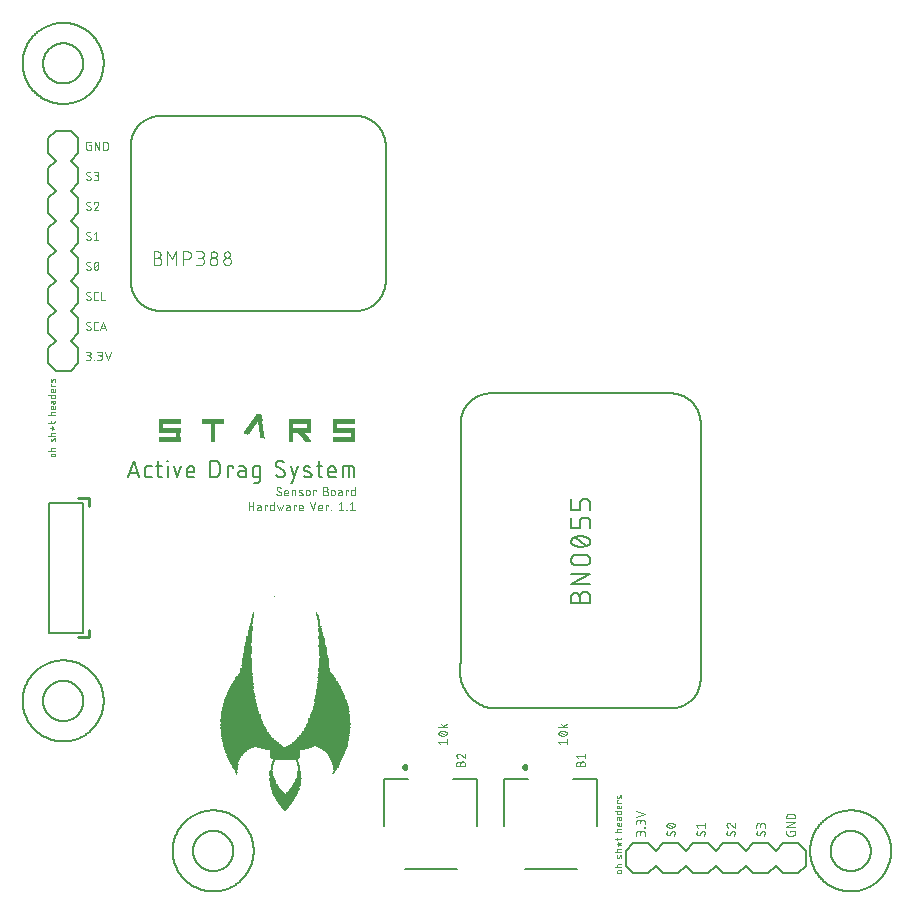
<source format=gto>
G04 EAGLE Gerber RS-274X export*
G75*
%MOMM*%
%FSLAX34Y34*%
%LPD*%
%INTop Silkscreen*%
%IPPOS*%
%AMOC8*
5,1,8,0,0,1.08239X$1,22.5*%
G01*
%ADD10C,0.050800*%
%ADD11C,0.254000*%
%ADD12R,0.045719X0.022856*%
%ADD13R,0.091438X0.022856*%
%ADD14R,0.137156X0.022863*%
%ADD15R,0.182881X0.022856*%
%ADD16R,0.228600X0.022856*%
%ADD17R,0.274319X0.022856*%
%ADD18R,0.320038X0.022856*%
%ADD19R,0.365756X0.022863*%
%ADD20R,0.411481X0.022856*%
%ADD21R,0.457200X0.022856*%
%ADD22R,0.502919X0.022856*%
%ADD23R,0.548638X0.022856*%
%ADD24R,0.594356X0.022863*%
%ADD25R,0.617219X0.022856*%
%ADD26R,0.640081X0.022856*%
%ADD27R,0.685800X0.022856*%
%ADD28R,0.731519X0.022856*%
%ADD29R,0.777238X0.022863*%
%ADD30R,0.822956X0.022856*%
%ADD31R,0.868681X0.022856*%
%ADD32R,0.891538X0.022856*%
%ADD33R,0.914400X0.022856*%
%ADD34R,0.960119X0.022863*%
%ADD35R,0.982981X0.022856*%
%ADD36R,1.005837X0.022856*%
%ADD37R,1.051556X0.022856*%
%ADD38R,1.097281X0.022856*%
%ADD39R,1.143000X0.022863*%
%ADD40R,1.165856X0.022856*%
%ADD41R,1.188719X0.022856*%
%ADD42R,1.211581X0.022856*%
%ADD43R,1.257300X0.022856*%
%ADD44R,1.303019X0.022863*%
%ADD45R,1.303019X0.022856*%
%ADD46R,1.348738X0.022856*%
%ADD47R,1.394456X0.022856*%
%ADD48R,1.417319X0.022856*%
%ADD49R,1.440181X0.022863*%
%ADD50R,1.463037X0.022856*%
%ADD51R,1.508756X0.022856*%
%ADD52R,1.554481X0.022856*%
%ADD53R,1.577338X0.022856*%
%ADD54R,1.577338X0.022863*%
%ADD55R,1.600200X0.022856*%
%ADD56R,1.623056X0.022856*%
%ADD57R,1.645919X0.022856*%
%ADD58R,1.691638X0.022856*%
%ADD59R,1.714500X0.022863*%
%ADD60R,1.714500X0.022856*%
%ADD61R,1.737356X0.022856*%
%ADD62R,1.783081X0.022856*%
%ADD63R,1.805938X0.022856*%
%ADD64R,1.828800X0.022863*%
%ADD65R,1.851656X0.022856*%
%ADD66R,1.874519X0.022856*%
%ADD67R,1.920238X0.022856*%
%ADD68R,1.943100X0.022856*%
%ADD69R,1.965956X0.022863*%
%ADD70R,1.988819X0.022856*%
%ADD71R,0.982981X0.022863*%
%ADD72R,0.982975X0.022863*%
%ADD73R,0.960119X0.022856*%
%ADD74R,0.982975X0.022856*%
%ADD75R,0.937256X0.022856*%
%ADD76R,0.937262X0.022856*%
%ADD77R,0.891538X0.022863*%
%ADD78R,0.868675X0.022856*%
%ADD79R,0.845819X0.022856*%
%ADD80R,0.845819X0.022863*%
%ADD81R,0.822963X0.022856*%
%ADD82R,0.800100X0.022856*%
%ADD83R,0.800100X0.022863*%
%ADD84R,0.777238X0.022856*%
%ADD85R,0.754381X0.022856*%
%ADD86R,0.754375X0.022856*%
%ADD87R,0.731519X0.022863*%
%ADD88R,0.754381X0.022863*%
%ADD89R,0.662938X0.022863*%
%ADD90R,0.685800X0.022863*%
%ADD91R,0.662938X0.022856*%
%ADD92R,0.640075X0.022856*%
%ADD93R,0.640081X0.022863*%
%ADD94R,0.594356X0.022856*%
%ADD95R,0.571500X0.022863*%
%ADD96R,0.571500X0.022856*%
%ADD97R,0.594363X0.022856*%
%ADD98R,0.548638X0.022863*%
%ADD99R,0.525781X0.022856*%
%ADD100R,0.502919X0.022863*%
%ADD101R,0.480056X0.022856*%
%ADD102R,0.457200X0.022863*%
%ADD103R,0.480056X0.022863*%
%ADD104R,0.434338X0.022856*%
%ADD105R,0.434338X0.022863*%
%ADD106R,0.411475X0.022856*%
%ADD107R,0.388619X0.022856*%
%ADD108R,0.388619X0.022863*%
%ADD109R,0.365756X0.022856*%
%ADD110R,0.342900X0.022863*%
%ADD111R,0.342900X0.022856*%
%ADD112R,0.320038X0.022863*%
%ADD113R,0.022856X0.022856*%
%ADD114R,0.297175X0.022856*%
%ADD115R,0.297181X0.022856*%
%ADD116R,0.045719X0.022863*%
%ADD117R,0.297175X0.022863*%
%ADD118R,0.297181X0.022863*%
%ADD119R,0.068581X0.022856*%
%ADD120R,0.068575X0.022856*%
%ADD121R,0.114300X0.022863*%
%ADD122R,0.274319X0.022863*%
%ADD123R,0.091438X0.022863*%
%ADD124R,0.137162X0.022856*%
%ADD125R,0.114300X0.022856*%
%ADD126R,0.160019X0.022856*%
%ADD127R,0.137156X0.022856*%
%ADD128R,0.205738X0.022863*%
%ADD129R,0.228600X0.022863*%
%ADD130R,0.182881X0.022863*%
%ADD131R,0.205738X0.022856*%
%ADD132R,0.182875X0.022863*%
%ADD133R,0.182875X0.022856*%
%ADD134R,0.525775X0.022856*%
%ADD135R,0.160019X0.022863*%
%ADD136R,0.525781X0.022863*%
%ADD137R,0.617219X0.022863*%
%ADD138R,0.822956X0.022863*%
%ADD139R,0.068581X0.022863*%
%ADD140R,2.057400X0.022856*%
%ADD141R,2.125981X0.022856*%
%ADD142R,1.028700X0.022863*%
%ADD143R,2.194562X0.022863*%
%ADD144R,1.005837X0.022863*%
%ADD145R,1.028700X0.022856*%
%ADD146R,2.286000X0.022856*%
%ADD147R,1.074419X0.022856*%
%ADD148R,2.331719X0.022856*%
%ADD149R,2.377438X0.022856*%
%ADD150R,1.097275X0.022856*%
%ADD151R,2.400300X0.022856*%
%ADD152R,2.423156X0.022863*%
%ADD153R,1.097281X0.022863*%
%ADD154R,1.165863X0.022856*%
%ADD155R,2.468881X0.022856*%
%ADD156R,1.143000X0.022856*%
%ADD157R,2.491738X0.022856*%
%ADD158R,2.514600X0.022856*%
%ADD159R,1.234438X0.022856*%
%ADD160R,2.537456X0.022856*%
%ADD161R,1.257300X0.022863*%
%ADD162R,2.537456X0.022863*%
%ADD163R,1.234438X0.022863*%
%ADD164R,1.280156X0.022856*%
%ADD165R,1.280163X0.022856*%
%ADD166R,1.325875X0.022856*%
%ADD167R,1.371600X0.022856*%
%ADD168R,1.325881X0.022856*%
%ADD169R,1.371600X0.022863*%
%ADD170R,1.485900X0.022856*%
%ADD171R,1.508763X0.022856*%
%ADD172R,1.531619X0.022863*%
%ADD173R,1.508756X0.022863*%
%ADD174R,1.531619X0.022856*%
%ADD175R,1.668781X0.022856*%
%ADD176R,1.691638X0.022863*%
%ADD177R,1.668781X0.022863*%
%ADD178R,1.760219X0.022856*%
%ADD179R,1.828800X0.022856*%
%ADD180R,1.874519X0.022863*%
%ADD181R,1.897375X0.022856*%
%ADD182R,1.897381X0.022856*%
%ADD183R,2.903219X0.022856*%
%ADD184R,2.057400X0.022863*%
%ADD185R,3.314700X0.022863*%
%ADD186R,3.543300X0.022856*%
%ADD187R,2.171700X0.022856*%
%ADD188R,3.886200X0.022856*%
%ADD189R,2.125975X0.022856*%
%ADD190R,2.217419X0.022856*%
%ADD191R,4.046219X0.022856*%
%ADD192R,2.263138X0.022856*%
%ADD193R,4.114800X0.022856*%
%ADD194R,2.308856X0.022863*%
%ADD195R,4.274819X0.022863*%
%ADD196R,2.263138X0.022863*%
%ADD197R,2.354581X0.022856*%
%ADD198R,2.308863X0.022856*%
%ADD199R,2.423156X0.022856*%
%ADD200R,2.240281X0.022856*%
%ADD201R,2.240275X0.022856*%
%ADD202R,2.308856X0.022856*%
%ADD203R,2.628900X0.022863*%
%ADD204R,5.029200X0.022856*%
%ADD205R,2.628900X0.022856*%
%ADD206R,4.960619X0.022856*%
%ADD207R,4.914900X0.022856*%
%ADD208R,4.869181X0.022863*%
%ADD209R,4.914900X0.022863*%
%ADD210R,4.823463X0.022856*%
%ADD211R,4.869175X0.022856*%
%ADD212R,4.846319X0.022856*%
%ADD213R,4.823456X0.022856*%
%ADD214R,4.777738X0.022856*%
%ADD215R,4.732019X0.022856*%
%ADD216R,4.754881X0.022863*%
%ADD217R,4.732019X0.022863*%
%ADD218R,4.709156X0.022856*%
%ADD219R,4.754881X0.022856*%
%ADD220R,4.686300X0.022856*%
%ADD221R,4.709163X0.022856*%
%ADD222R,4.640575X0.022856*%
%ADD223R,4.617719X0.022863*%
%ADD224R,4.640581X0.022863*%
%ADD225R,4.617719X0.022856*%
%ADD226R,4.572000X0.022856*%
%ADD227R,4.549138X0.022856*%
%ADD228R,4.526275X0.022856*%
%ADD229R,4.526275X0.022863*%
%ADD230R,4.526281X0.022863*%
%ADD231R,4.503419X0.022856*%
%ADD232R,4.526281X0.022856*%
%ADD233R,4.480556X0.022856*%
%ADD234R,4.480563X0.022856*%
%ADD235R,4.434838X0.022856*%
%ADD236R,4.411981X0.022863*%
%ADD237R,4.434838X0.022863*%
%ADD238R,4.411975X0.022856*%
%ADD239R,4.389119X0.022856*%
%ADD240R,4.366256X0.022856*%
%ADD241R,4.343400X0.022863*%
%ADD242R,4.366256X0.022863*%
%ADD243R,4.343400X0.022856*%
%ADD244R,4.297681X0.022856*%
%ADD245R,4.274819X0.022856*%
%ADD246R,4.297675X0.022856*%
%ADD247R,4.251956X0.022863*%
%ADD248R,4.297681X0.022863*%
%ADD249R,4.229100X0.022856*%
%ADD250R,4.251963X0.022856*%
%ADD251R,4.183381X0.022856*%
%ADD252R,4.206238X0.022856*%
%ADD253R,4.206238X0.022863*%
%ADD254R,4.183375X0.022856*%
%ADD255R,4.137656X0.022856*%
%ADD256R,4.114800X0.022863*%
%ADD257R,4.137656X0.022863*%
%ADD258R,4.091938X0.022856*%
%ADD259R,4.069075X0.022856*%
%ADD260R,4.069081X0.022856*%
%ADD261R,4.046219X0.022863*%
%ADD262R,4.069081X0.022863*%
%ADD263R,4.023356X0.022856*%
%ADD264R,4.000500X0.022856*%
%ADD265R,3.977638X0.022856*%
%ADD266R,3.977638X0.022863*%
%ADD267R,3.954775X0.022856*%
%ADD268R,3.931919X0.022856*%
%ADD269R,3.954781X0.022856*%
%ADD270R,3.909056X0.022856*%
%ADD271R,3.909063X0.022863*%
%ADD272R,3.909056X0.022863*%
%ADD273R,3.909063X0.022856*%
%ADD274R,3.840481X0.022863*%
%ADD275R,3.886200X0.022863*%
%ADD276R,3.840481X0.022856*%
%ADD277R,3.840475X0.022856*%
%ADD278R,3.863338X0.022856*%
%ADD279R,3.817619X0.022856*%
%ADD280R,3.794756X0.022863*%
%ADD281R,3.817619X0.022863*%
%ADD282R,3.794756X0.022856*%
%ADD283R,3.771900X0.022856*%
%ADD284R,3.749038X0.022863*%
%ADD285R,3.771900X0.022863*%
%ADD286R,3.726181X0.022856*%
%ADD287R,3.749038X0.022856*%
%ADD288R,3.726175X0.022856*%
%ADD289R,3.703319X0.022856*%
%ADD290R,3.703319X0.022863*%
%ADD291R,3.680456X0.022856*%
%ADD292R,3.657600X0.022856*%
%ADD293R,3.634737X0.022856*%
%ADD294R,3.634737X0.022863*%
%ADD295R,3.611881X0.022856*%
%ADD296R,3.589019X0.022856*%
%ADD297R,3.611875X0.022856*%
%ADD298R,3.589019X0.022863*%
%ADD299R,3.566156X0.022856*%
%ADD300R,3.543300X0.022863*%
%ADD301R,3.566156X0.022863*%
%ADD302R,3.520438X0.022856*%
%ADD303R,3.474719X0.022856*%
%ADD304R,3.474719X0.022863*%
%ADD305R,3.429000X0.022856*%
%ADD306R,3.383275X0.022863*%
%ADD307R,3.429000X0.022863*%
%ADD308R,3.383275X0.022856*%
%ADD309R,3.383281X0.022856*%
%ADD310R,3.360419X0.022856*%
%ADD311R,3.337556X0.022863*%
%ADD312R,3.360419X0.022863*%
%ADD313R,3.337556X0.022856*%
%ADD314R,3.314700X0.022856*%
%ADD315R,3.291838X0.022856*%
%ADD316R,3.268975X0.022856*%
%ADD317R,3.268975X0.022863*%
%ADD318R,3.268981X0.022863*%
%ADD319R,3.246119X0.022856*%
%ADD320R,3.268981X0.022856*%
%ADD321R,3.223256X0.022856*%
%ADD322R,3.200400X0.022863*%
%ADD323R,3.223256X0.022863*%
%ADD324R,3.200400X0.022856*%
%ADD325R,3.154681X0.022856*%
%ADD326R,3.154681X0.022863*%
%ADD327R,3.131819X0.022856*%
%ADD328R,3.108956X0.022856*%
%ADD329R,3.108956X0.022863*%
%ADD330R,3.040381X0.022856*%
%ADD331R,3.040375X0.022856*%
%ADD332R,3.040381X0.022863*%
%ADD333R,3.040375X0.022863*%
%ADD334R,3.017519X0.022856*%
%ADD335R,2.971800X0.022856*%
%ADD336R,2.971800X0.022863*%
%ADD337R,2.948937X0.022856*%
%ADD338R,2.926075X0.022856*%
%ADD339R,2.926081X0.022856*%
%ADD340R,2.903219X0.022863*%
%ADD341R,2.926081X0.022863*%
%ADD342R,2.880356X0.022856*%
%ADD343R,2.857500X0.022856*%
%ADD344R,2.880362X0.022856*%
%ADD345R,2.857500X0.022863*%
%ADD346R,2.834637X0.022856*%
%ADD347R,2.788919X0.022863*%
%ADD348R,2.834637X0.022863*%
%ADD349R,2.788919X0.022856*%
%ADD350R,2.766056X0.022856*%
%ADD351R,2.743200X0.022856*%
%ADD352R,2.743200X0.022863*%
%ADD353R,2.720338X0.022856*%
%ADD354R,2.697481X0.022856*%
%ADD355R,2.674619X0.022863*%
%ADD356R,2.697481X0.022863*%
%ADD357R,2.674619X0.022856*%
%ADD358R,2.651756X0.022856*%
%ADD359R,2.583175X0.022863*%
%ADD360R,2.583175X0.022856*%
%ADD361R,2.583181X0.022856*%
%ADD362R,2.560319X0.022856*%
%ADD363R,2.560319X0.022863*%
%ADD364R,2.491738X0.022863*%
%ADD365R,2.423163X0.022856*%
%ADD366R,2.468875X0.022856*%
%ADD367R,2.400300X0.022863*%
%ADD368R,2.354581X0.022863*%
%ADD369R,2.286000X0.022863*%
%ADD370R,2.217419X0.022863*%
%ADD371R,2.240281X0.022863*%
%ADD372R,2.194556X0.022856*%
%ADD373R,2.103119X0.022863*%
%ADD374R,2.125975X0.022863*%
%ADD375R,2.103119X0.022856*%
%ADD376R,2.080256X0.022856*%
%ADD377R,2.080256X0.022863*%
%ADD378R,2.034537X0.022856*%
%ADD379R,2.011681X0.022856*%
%ADD380R,2.011675X0.022856*%
%ADD381R,1.988819X0.022863*%
%ADD382R,1.965956X0.022856*%
%ADD383R,1.897381X0.022863*%
%ADD384R,1.920238X0.022863*%
%ADD385R,1.805938X0.022863*%
%ADD386R,1.783075X0.022856*%
%ADD387R,1.737356X0.022863*%
%ADD388R,1.760219X0.022863*%
%ADD389R,1.645919X0.022863*%
%ADD390R,1.623063X0.022856*%
%ADD391R,1.600200X0.022863*%
%ADD392R,1.554475X0.022856*%
%ADD393R,1.508763X0.022863*%
%ADD394R,1.440175X0.022856*%
%ADD395R,1.440181X0.022856*%
%ADD396R,1.417319X0.022863*%
%ADD397R,1.280156X0.022863*%
%ADD398R,1.211575X0.022856*%
%ADD399R,1.188719X0.022863*%
%ADD400R,1.211575X0.022863*%
%ADD401R,1.120138X0.022856*%
%ADD402R,1.120138X0.022863*%
%ADD403R,1.051556X0.022863*%
%ADD404R,0.914400X0.022863*%
%ADD405R,0.708656X0.022856*%
%ADD406R,0.708663X0.022856*%
%ADD407R,0.708656X0.022863*%
%ADD408R,0.708663X0.022863*%
%ADD409R,0.640075X0.022863*%
%ADD410R,0.594363X0.022863*%
%ADD411R,0.480063X0.022856*%
%ADD412R,0.411481X0.022863*%
%ADD413R,0.365762X0.022856*%
%ADD414R,0.251456X0.022856*%
%ADD415R,0.251456X0.022863*%
%ADD416R,0.251463X0.022856*%
%ADD417R,0.251463X0.022863*%
%ADD418R,1.840231X0.008887*%
%ADD419R,0.355600X0.008887*%
%ADD420R,0.444500X0.008887*%
%ADD421R,1.831338X0.008887*%
%ADD422R,0.435606X0.008887*%
%ADD423R,0.017781X0.008887*%
%ADD424R,0.053338X0.008887*%
%ADD425R,0.097787X0.008887*%
%ADD426R,0.124456X0.008887*%
%ADD427R,0.160019X0.008887*%
%ADD428R,0.204469X0.008887*%
%ADD429R,0.231138X0.008887*%
%ADD430R,0.266700X0.008887*%
%ADD431R,0.311150X0.008887*%
%ADD432R,0.346706X0.008887*%
%ADD433R,0.373375X0.008887*%
%ADD434R,0.364488X0.008887*%
%ADD435R,0.382269X0.008887*%
%ADD436R,0.435613X0.008887*%
%ADD437R,0.373381X0.008887*%
%ADD438R,0.008887X0.008887*%
%ADD439R,0.133350X0.008887*%
%ADD440R,0.186688X0.008887*%
%ADD441R,0.222250X0.008887*%
%ADD442R,0.293369X0.008887*%
%ADD443R,0.391156X0.008887*%
%ADD444R,0.426719X0.008887*%
%ADD445R,0.462281X0.008887*%
%ADD446R,0.462275X0.008887*%
%ADD447R,0.453387X0.008887*%
%ADD448R,0.826769X0.008887*%
%ADD449R,0.817881X0.008887*%
%ADD450R,0.808988X0.008887*%
%ADD451R,0.800100X0.008887*%
%ADD452R,0.782319X0.008887*%
%ADD453R,0.773425X0.008887*%
%ADD454R,0.764538X0.008887*%
%ADD455R,0.755650X0.008887*%
%ADD456R,0.746756X0.008887*%
%ADD457R,0.728975X0.008887*%
%ADD458R,0.720087X0.008887*%
%ADD459R,0.711200X0.008887*%
%ADD460R,0.702306X0.008887*%
%ADD461R,0.693419X0.008887*%
%ADD462R,0.684531X0.008887*%
%ADD463R,0.675638X0.008887*%
%ADD464R,0.666750X0.008887*%
%ADD465R,0.657863X0.008887*%
%ADD466R,0.648969X0.008887*%
%ADD467R,0.640081X0.008887*%
%ADD468R,0.631188X0.008887*%
%ADD469R,0.622300X0.008887*%
%ADD470R,0.613406X0.008887*%
%ADD471R,0.604519X0.008887*%
%ADD472R,0.595631X0.008887*%
%ADD473R,0.577850X0.008887*%
%ADD474R,0.568956X0.008887*%
%ADD475R,0.560069X0.008887*%
%ADD476R,0.551181X0.008887*%
%ADD477R,0.542288X0.008887*%
%ADD478R,0.524506X0.008887*%
%ADD479R,0.515619X0.008887*%
%ADD480R,0.506725X0.008887*%
%ADD481R,0.497838X0.008887*%
%ADD482R,0.488950X0.008887*%
%ADD483R,0.480056X0.008887*%
%ADD484R,0.471169X0.008887*%
%ADD485R,0.417831X0.008887*%
%ADD486R,0.408938X0.008887*%
%ADD487R,0.328925X0.008887*%
%ADD488R,0.284481X0.008887*%
%ADD489R,0.240031X0.008887*%
%ADD490R,0.195581X0.008887*%
%ADD491R,0.106675X0.008887*%
%ADD492R,0.062225X0.008887*%
%ADD493R,0.035556X0.008887*%
%ADD494C,0.127000*%
%ADD495C,0.300000*%
%ADD496C,0.101600*%
%ADD497C,0.152400*%
%ADD498C,0.203200*%


D10*
X453307Y129059D02*
X451726Y131035D01*
X458838Y131035D01*
X458838Y133010D02*
X458838Y129059D01*
X455282Y135917D02*
X455134Y135919D01*
X454987Y135924D01*
X454839Y135934D01*
X454692Y135947D01*
X454545Y135963D01*
X454399Y135984D01*
X454254Y136008D01*
X454108Y136036D01*
X453964Y136067D01*
X453821Y136102D01*
X453678Y136141D01*
X453537Y136183D01*
X453396Y136229D01*
X453257Y136278D01*
X453119Y136331D01*
X452982Y136387D01*
X452847Y136447D01*
X452714Y136510D01*
X452643Y136536D01*
X452574Y136566D01*
X452506Y136600D01*
X452440Y136637D01*
X452376Y136677D01*
X452314Y136721D01*
X452255Y136767D01*
X452198Y136817D01*
X452144Y136870D01*
X452092Y136925D01*
X452044Y136983D01*
X451998Y137043D01*
X451956Y137106D01*
X451917Y137171D01*
X451881Y137237D01*
X451849Y137306D01*
X451821Y137375D01*
X451796Y137447D01*
X451775Y137519D01*
X451757Y137593D01*
X451744Y137667D01*
X451734Y137742D01*
X451728Y137817D01*
X451726Y137893D01*
X451728Y137969D01*
X451734Y138044D01*
X451744Y138119D01*
X451757Y138193D01*
X451775Y138267D01*
X451796Y138339D01*
X451821Y138411D01*
X451849Y138480D01*
X451881Y138549D01*
X451917Y138615D01*
X451956Y138680D01*
X451998Y138743D01*
X452044Y138803D01*
X452092Y138861D01*
X452144Y138916D01*
X452198Y138969D01*
X452255Y139019D01*
X452314Y139065D01*
X452376Y139109D01*
X452440Y139149D01*
X452506Y139186D01*
X452574Y139220D01*
X452643Y139250D01*
X452714Y139276D01*
X452714Y139275D02*
X452847Y139338D01*
X452982Y139398D01*
X453119Y139454D01*
X453257Y139507D01*
X453396Y139556D01*
X453537Y139602D01*
X453678Y139644D01*
X453821Y139683D01*
X453964Y139718D01*
X454108Y139749D01*
X454254Y139777D01*
X454399Y139801D01*
X454545Y139822D01*
X454692Y139838D01*
X454839Y139851D01*
X454987Y139861D01*
X455134Y139866D01*
X455282Y139868D01*
X455282Y135917D02*
X455430Y135919D01*
X455577Y135924D01*
X455725Y135934D01*
X455872Y135947D01*
X456019Y135963D01*
X456165Y135984D01*
X456310Y136008D01*
X456456Y136036D01*
X456600Y136067D01*
X456743Y136102D01*
X456886Y136141D01*
X457027Y136183D01*
X457168Y136229D01*
X457307Y136278D01*
X457445Y136331D01*
X457582Y136387D01*
X457717Y136447D01*
X457850Y136510D01*
X457921Y136536D01*
X457990Y136566D01*
X458058Y136600D01*
X458124Y136637D01*
X458188Y136677D01*
X458250Y136721D01*
X458309Y136767D01*
X458366Y136817D01*
X458420Y136870D01*
X458472Y136925D01*
X458520Y136983D01*
X458566Y137043D01*
X458608Y137106D01*
X458647Y137171D01*
X458683Y137237D01*
X458715Y137306D01*
X458743Y137376D01*
X458768Y137447D01*
X458789Y137519D01*
X458807Y137593D01*
X458820Y137667D01*
X458830Y137742D01*
X458836Y137817D01*
X458838Y137893D01*
X457850Y139275D02*
X457717Y139338D01*
X457582Y139398D01*
X457445Y139454D01*
X457307Y139507D01*
X457168Y139556D01*
X457027Y139602D01*
X456886Y139644D01*
X456743Y139683D01*
X456600Y139718D01*
X456456Y139749D01*
X456310Y139777D01*
X456165Y139801D01*
X456019Y139822D01*
X455872Y139838D01*
X455725Y139851D01*
X455577Y139861D01*
X455430Y139866D01*
X455282Y139868D01*
X457850Y139276D02*
X457921Y139250D01*
X457990Y139220D01*
X458058Y139186D01*
X458124Y139149D01*
X458188Y139109D01*
X458250Y139065D01*
X458309Y139019D01*
X458366Y138969D01*
X458420Y138916D01*
X458472Y138861D01*
X458520Y138803D01*
X458566Y138743D01*
X458608Y138680D01*
X458647Y138615D01*
X458683Y138549D01*
X458715Y138480D01*
X458743Y138410D01*
X458768Y138339D01*
X458789Y138267D01*
X458807Y138193D01*
X458820Y138119D01*
X458830Y138044D01*
X458836Y137969D01*
X458838Y137893D01*
X457258Y136312D02*
X453307Y139473D01*
X451726Y143016D02*
X458838Y143016D01*
X456468Y143016D02*
X454097Y146177D01*
X455480Y144399D02*
X458838Y146177D01*
X351707Y129059D02*
X350126Y131035D01*
X357238Y131035D01*
X357238Y133010D02*
X357238Y129059D01*
X353682Y135917D02*
X353534Y135919D01*
X353387Y135924D01*
X353239Y135934D01*
X353092Y135947D01*
X352945Y135963D01*
X352799Y135984D01*
X352654Y136008D01*
X352508Y136036D01*
X352364Y136067D01*
X352221Y136102D01*
X352078Y136141D01*
X351937Y136183D01*
X351796Y136229D01*
X351657Y136278D01*
X351519Y136331D01*
X351382Y136387D01*
X351247Y136447D01*
X351114Y136510D01*
X351043Y136536D01*
X350974Y136566D01*
X350906Y136600D01*
X350840Y136637D01*
X350776Y136677D01*
X350714Y136721D01*
X350655Y136767D01*
X350598Y136817D01*
X350544Y136870D01*
X350492Y136925D01*
X350444Y136983D01*
X350398Y137043D01*
X350356Y137106D01*
X350317Y137171D01*
X350281Y137237D01*
X350249Y137306D01*
X350221Y137375D01*
X350196Y137447D01*
X350175Y137519D01*
X350157Y137593D01*
X350144Y137667D01*
X350134Y137742D01*
X350128Y137817D01*
X350126Y137893D01*
X350128Y137969D01*
X350134Y138044D01*
X350144Y138119D01*
X350157Y138193D01*
X350175Y138267D01*
X350196Y138339D01*
X350221Y138411D01*
X350249Y138480D01*
X350281Y138549D01*
X350317Y138615D01*
X350356Y138680D01*
X350398Y138743D01*
X350444Y138803D01*
X350492Y138861D01*
X350544Y138916D01*
X350598Y138969D01*
X350655Y139019D01*
X350714Y139065D01*
X350776Y139109D01*
X350840Y139149D01*
X350906Y139186D01*
X350974Y139220D01*
X351043Y139250D01*
X351114Y139276D01*
X351114Y139275D02*
X351247Y139338D01*
X351382Y139398D01*
X351519Y139454D01*
X351657Y139507D01*
X351796Y139556D01*
X351937Y139602D01*
X352078Y139644D01*
X352221Y139683D01*
X352364Y139718D01*
X352508Y139749D01*
X352654Y139777D01*
X352799Y139801D01*
X352945Y139822D01*
X353092Y139838D01*
X353239Y139851D01*
X353387Y139861D01*
X353534Y139866D01*
X353682Y139868D01*
X353682Y135917D02*
X353830Y135919D01*
X353977Y135924D01*
X354125Y135934D01*
X354272Y135947D01*
X354419Y135963D01*
X354565Y135984D01*
X354710Y136008D01*
X354856Y136036D01*
X355000Y136067D01*
X355143Y136102D01*
X355286Y136141D01*
X355427Y136183D01*
X355568Y136229D01*
X355707Y136278D01*
X355845Y136331D01*
X355982Y136387D01*
X356117Y136447D01*
X356250Y136510D01*
X356321Y136536D01*
X356390Y136566D01*
X356458Y136600D01*
X356524Y136637D01*
X356588Y136677D01*
X356650Y136721D01*
X356709Y136767D01*
X356766Y136817D01*
X356820Y136870D01*
X356872Y136925D01*
X356920Y136983D01*
X356966Y137043D01*
X357008Y137106D01*
X357047Y137171D01*
X357083Y137237D01*
X357115Y137306D01*
X357143Y137376D01*
X357168Y137447D01*
X357189Y137519D01*
X357207Y137593D01*
X357220Y137667D01*
X357230Y137742D01*
X357236Y137817D01*
X357238Y137893D01*
X356250Y139275D02*
X356117Y139338D01*
X355982Y139398D01*
X355845Y139454D01*
X355707Y139507D01*
X355568Y139556D01*
X355427Y139602D01*
X355286Y139644D01*
X355143Y139683D01*
X355000Y139718D01*
X354856Y139749D01*
X354710Y139777D01*
X354565Y139801D01*
X354419Y139822D01*
X354272Y139838D01*
X354125Y139851D01*
X353977Y139861D01*
X353830Y139866D01*
X353682Y139868D01*
X356250Y139276D02*
X356321Y139250D01*
X356390Y139220D01*
X356458Y139186D01*
X356524Y139149D01*
X356588Y139109D01*
X356650Y139065D01*
X356709Y139019D01*
X356766Y138969D01*
X356820Y138916D01*
X356872Y138861D01*
X356920Y138803D01*
X356966Y138743D01*
X357008Y138680D01*
X357047Y138615D01*
X357083Y138549D01*
X357115Y138480D01*
X357143Y138410D01*
X357168Y138339D01*
X357189Y138267D01*
X357207Y138193D01*
X357220Y138119D01*
X357230Y138044D01*
X357236Y137969D01*
X357238Y137893D01*
X355658Y136312D02*
X351707Y139473D01*
X350126Y143016D02*
X357238Y143016D01*
X354868Y143016D02*
X352497Y146177D01*
X353880Y144399D02*
X357238Y146177D01*
X55627Y635776D02*
X54442Y635776D01*
X55627Y635776D02*
X55627Y631825D01*
X53257Y631825D01*
X53257Y631826D02*
X53179Y631828D01*
X53102Y631834D01*
X53025Y631843D01*
X52949Y631856D01*
X52873Y631873D01*
X52798Y631894D01*
X52725Y631918D01*
X52652Y631946D01*
X52581Y631978D01*
X52512Y632013D01*
X52445Y632051D01*
X52379Y632092D01*
X52316Y632137D01*
X52255Y632185D01*
X52196Y632235D01*
X52140Y632289D01*
X52086Y632345D01*
X52036Y632404D01*
X51988Y632465D01*
X51943Y632528D01*
X51902Y632594D01*
X51864Y632661D01*
X51829Y632730D01*
X51797Y632801D01*
X51769Y632874D01*
X51745Y632947D01*
X51724Y633022D01*
X51707Y633098D01*
X51694Y633174D01*
X51685Y633251D01*
X51679Y633328D01*
X51677Y633406D01*
X51676Y633406D02*
X51676Y637357D01*
X51677Y637357D02*
X51679Y637435D01*
X51685Y637512D01*
X51694Y637589D01*
X51707Y637665D01*
X51724Y637741D01*
X51745Y637816D01*
X51769Y637889D01*
X51797Y637962D01*
X51829Y638033D01*
X51864Y638102D01*
X51902Y638169D01*
X51943Y638235D01*
X51988Y638298D01*
X52036Y638359D01*
X52086Y638418D01*
X52140Y638474D01*
X52196Y638528D01*
X52255Y638578D01*
X52316Y638626D01*
X52379Y638671D01*
X52445Y638712D01*
X52512Y638750D01*
X52581Y638785D01*
X52652Y638817D01*
X52725Y638845D01*
X52798Y638869D01*
X52873Y638890D01*
X52949Y638907D01*
X53025Y638920D01*
X53102Y638929D01*
X53179Y638935D01*
X53257Y638937D01*
X55627Y638937D01*
X58991Y638937D02*
X58991Y631825D01*
X62943Y631825D02*
X58991Y638937D01*
X62943Y638937D02*
X62943Y631825D01*
X66307Y631825D02*
X66307Y638937D01*
X68282Y638937D01*
X68282Y638938D02*
X68368Y638936D01*
X68454Y638930D01*
X68540Y638921D01*
X68625Y638908D01*
X68710Y638891D01*
X68793Y638871D01*
X68876Y638847D01*
X68958Y638819D01*
X69038Y638788D01*
X69117Y638753D01*
X69194Y638715D01*
X69270Y638673D01*
X69344Y638629D01*
X69415Y638581D01*
X69485Y638530D01*
X69552Y638476D01*
X69617Y638419D01*
X69679Y638359D01*
X69739Y638297D01*
X69796Y638232D01*
X69850Y638165D01*
X69901Y638095D01*
X69949Y638024D01*
X69993Y637950D01*
X70035Y637874D01*
X70073Y637797D01*
X70108Y637718D01*
X70139Y637638D01*
X70167Y637556D01*
X70191Y637473D01*
X70211Y637390D01*
X70228Y637305D01*
X70241Y637220D01*
X70250Y637134D01*
X70256Y637048D01*
X70258Y636962D01*
X70258Y633801D01*
X70256Y633715D01*
X70250Y633629D01*
X70241Y633543D01*
X70228Y633458D01*
X70211Y633373D01*
X70191Y633290D01*
X70167Y633207D01*
X70139Y633125D01*
X70108Y633045D01*
X70073Y632966D01*
X70035Y632889D01*
X69993Y632813D01*
X69949Y632739D01*
X69901Y632668D01*
X69850Y632598D01*
X69796Y632531D01*
X69739Y632466D01*
X69679Y632404D01*
X69617Y632344D01*
X69552Y632287D01*
X69485Y632233D01*
X69415Y632182D01*
X69344Y632134D01*
X69270Y632090D01*
X69194Y632048D01*
X69117Y632010D01*
X69038Y631975D01*
X68958Y631944D01*
X68876Y631916D01*
X68793Y631892D01*
X68710Y631872D01*
X68625Y631855D01*
X68540Y631842D01*
X68454Y631833D01*
X68368Y631827D01*
X68282Y631825D01*
X66307Y631825D01*
X55627Y608006D02*
X55625Y607928D01*
X55619Y607851D01*
X55610Y607774D01*
X55597Y607698D01*
X55580Y607622D01*
X55559Y607547D01*
X55535Y607474D01*
X55507Y607401D01*
X55475Y607330D01*
X55440Y607261D01*
X55402Y607194D01*
X55361Y607128D01*
X55316Y607065D01*
X55268Y607004D01*
X55218Y606945D01*
X55164Y606889D01*
X55108Y606835D01*
X55049Y606785D01*
X54988Y606737D01*
X54925Y606692D01*
X54859Y606651D01*
X54792Y606613D01*
X54723Y606578D01*
X54652Y606546D01*
X54579Y606518D01*
X54506Y606494D01*
X54431Y606473D01*
X54355Y606456D01*
X54279Y606443D01*
X54202Y606434D01*
X54125Y606428D01*
X54047Y606426D01*
X54047Y606425D02*
X53932Y606427D01*
X53818Y606433D01*
X53704Y606443D01*
X53590Y606456D01*
X53477Y606474D01*
X53364Y606496D01*
X53252Y606521D01*
X53142Y606550D01*
X53032Y606583D01*
X52923Y606620D01*
X52816Y606660D01*
X52710Y606704D01*
X52606Y606752D01*
X52503Y606803D01*
X52403Y606858D01*
X52304Y606916D01*
X52207Y606978D01*
X52113Y607042D01*
X52020Y607110D01*
X51930Y607182D01*
X51843Y607256D01*
X51758Y607333D01*
X51676Y607413D01*
X51874Y611957D02*
X51876Y612035D01*
X51882Y612112D01*
X51891Y612189D01*
X51904Y612265D01*
X51921Y612341D01*
X51942Y612416D01*
X51966Y612489D01*
X51994Y612562D01*
X52026Y612633D01*
X52061Y612702D01*
X52099Y612769D01*
X52140Y612835D01*
X52185Y612898D01*
X52233Y612959D01*
X52283Y613018D01*
X52337Y613074D01*
X52393Y613128D01*
X52452Y613178D01*
X52513Y613226D01*
X52576Y613271D01*
X52642Y613312D01*
X52709Y613350D01*
X52778Y613385D01*
X52849Y613417D01*
X52922Y613445D01*
X52995Y613469D01*
X53070Y613490D01*
X53146Y613507D01*
X53222Y613520D01*
X53299Y613529D01*
X53377Y613535D01*
X53454Y613537D01*
X53560Y613535D01*
X53666Y613529D01*
X53771Y613520D01*
X53876Y613507D01*
X53981Y613490D01*
X54085Y613469D01*
X54188Y613445D01*
X54290Y613417D01*
X54391Y613385D01*
X54491Y613350D01*
X54589Y613311D01*
X54687Y613268D01*
X54782Y613223D01*
X54876Y613174D01*
X54968Y613121D01*
X55058Y613065D01*
X55146Y613006D01*
X55232Y612944D01*
X52664Y610574D02*
X52597Y610616D01*
X52532Y610661D01*
X52469Y610710D01*
X52408Y610761D01*
X52351Y610816D01*
X52296Y610873D01*
X52243Y610933D01*
X52194Y610995D01*
X52148Y611060D01*
X52106Y611126D01*
X52066Y611195D01*
X52030Y611266D01*
X51998Y611339D01*
X51969Y611413D01*
X51944Y611488D01*
X51923Y611564D01*
X51905Y611642D01*
X51892Y611720D01*
X51882Y611799D01*
X51876Y611878D01*
X51874Y611957D01*
X54837Y609389D02*
X54904Y609347D01*
X54969Y609302D01*
X55032Y609253D01*
X55093Y609202D01*
X55150Y609147D01*
X55205Y609090D01*
X55258Y609030D01*
X55307Y608968D01*
X55353Y608903D01*
X55395Y608837D01*
X55435Y608768D01*
X55471Y608697D01*
X55503Y608624D01*
X55532Y608550D01*
X55557Y608475D01*
X55578Y608399D01*
X55596Y608321D01*
X55609Y608243D01*
X55619Y608164D01*
X55625Y608085D01*
X55627Y608006D01*
X54837Y609388D02*
X52664Y610574D01*
X58306Y606425D02*
X60281Y606425D01*
X60368Y606427D01*
X60456Y606433D01*
X60543Y606442D01*
X60629Y606456D01*
X60715Y606473D01*
X60799Y606494D01*
X60883Y606519D01*
X60966Y606548D01*
X61047Y606580D01*
X61127Y606615D01*
X61205Y606654D01*
X61282Y606697D01*
X61356Y606743D01*
X61428Y606792D01*
X61498Y606844D01*
X61566Y606900D01*
X61631Y606958D01*
X61694Y607019D01*
X61753Y607083D01*
X61810Y607150D01*
X61864Y607218D01*
X61915Y607290D01*
X61962Y607363D01*
X62007Y607438D01*
X62048Y607516D01*
X62085Y607595D01*
X62119Y607675D01*
X62149Y607757D01*
X62176Y607840D01*
X62199Y607925D01*
X62218Y608010D01*
X62233Y608096D01*
X62245Y608183D01*
X62253Y608270D01*
X62257Y608357D01*
X62257Y608445D01*
X62253Y608532D01*
X62245Y608619D01*
X62233Y608706D01*
X62218Y608792D01*
X62199Y608877D01*
X62176Y608962D01*
X62149Y609045D01*
X62119Y609127D01*
X62085Y609207D01*
X62048Y609286D01*
X62007Y609364D01*
X61962Y609439D01*
X61915Y609512D01*
X61864Y609584D01*
X61810Y609652D01*
X61753Y609719D01*
X61694Y609783D01*
X61631Y609844D01*
X61566Y609902D01*
X61498Y609958D01*
X61428Y610010D01*
X61356Y610059D01*
X61282Y610105D01*
X61205Y610148D01*
X61127Y610187D01*
X61047Y610222D01*
X60966Y610254D01*
X60883Y610283D01*
X60799Y610308D01*
X60715Y610329D01*
X60629Y610346D01*
X60543Y610360D01*
X60456Y610369D01*
X60368Y610375D01*
X60281Y610377D01*
X60676Y613537D02*
X58306Y613537D01*
X60676Y613537D02*
X60755Y613535D01*
X60833Y613529D01*
X60911Y613519D01*
X60989Y613506D01*
X61066Y613488D01*
X61142Y613467D01*
X61216Y613442D01*
X61290Y613413D01*
X61362Y613381D01*
X61432Y613345D01*
X61500Y613305D01*
X61566Y613262D01*
X61630Y613216D01*
X61692Y613167D01*
X61751Y613115D01*
X61807Y613060D01*
X61861Y613002D01*
X61911Y612942D01*
X61959Y612879D01*
X62003Y612814D01*
X62044Y612747D01*
X62082Y612678D01*
X62116Y612607D01*
X62147Y612534D01*
X62174Y612460D01*
X62197Y612385D01*
X62216Y612309D01*
X62232Y612231D01*
X62244Y612153D01*
X62252Y612075D01*
X62256Y611996D01*
X62256Y611918D01*
X62252Y611839D01*
X62244Y611761D01*
X62232Y611683D01*
X62216Y611605D01*
X62197Y611529D01*
X62174Y611454D01*
X62147Y611380D01*
X62116Y611307D01*
X62082Y611236D01*
X62044Y611167D01*
X62003Y611100D01*
X61959Y611035D01*
X61911Y610972D01*
X61861Y610912D01*
X61807Y610854D01*
X61751Y610799D01*
X61692Y610747D01*
X61630Y610698D01*
X61566Y610652D01*
X61500Y610609D01*
X61432Y610569D01*
X61362Y610533D01*
X61290Y610501D01*
X61216Y610472D01*
X61142Y610447D01*
X61066Y610426D01*
X60989Y610408D01*
X60911Y610395D01*
X60833Y610385D01*
X60755Y610379D01*
X60676Y610377D01*
X60676Y610376D02*
X59096Y610376D01*
X55627Y582606D02*
X55625Y582528D01*
X55619Y582451D01*
X55610Y582374D01*
X55597Y582298D01*
X55580Y582222D01*
X55559Y582147D01*
X55535Y582074D01*
X55507Y582001D01*
X55475Y581930D01*
X55440Y581861D01*
X55402Y581794D01*
X55361Y581728D01*
X55316Y581665D01*
X55268Y581604D01*
X55218Y581545D01*
X55164Y581489D01*
X55108Y581435D01*
X55049Y581385D01*
X54988Y581337D01*
X54925Y581292D01*
X54859Y581251D01*
X54792Y581213D01*
X54723Y581178D01*
X54652Y581146D01*
X54579Y581118D01*
X54506Y581094D01*
X54431Y581073D01*
X54355Y581056D01*
X54279Y581043D01*
X54202Y581034D01*
X54125Y581028D01*
X54047Y581026D01*
X54047Y581025D02*
X53932Y581027D01*
X53818Y581033D01*
X53704Y581043D01*
X53590Y581056D01*
X53477Y581074D01*
X53364Y581096D01*
X53252Y581121D01*
X53142Y581150D01*
X53032Y581183D01*
X52923Y581220D01*
X52816Y581260D01*
X52710Y581304D01*
X52606Y581352D01*
X52503Y581403D01*
X52403Y581458D01*
X52304Y581516D01*
X52207Y581578D01*
X52113Y581642D01*
X52020Y581710D01*
X51930Y581782D01*
X51843Y581856D01*
X51758Y581933D01*
X51676Y582013D01*
X51874Y586557D02*
X51876Y586635D01*
X51882Y586712D01*
X51891Y586789D01*
X51904Y586865D01*
X51921Y586941D01*
X51942Y587016D01*
X51966Y587089D01*
X51994Y587162D01*
X52026Y587233D01*
X52061Y587302D01*
X52099Y587369D01*
X52140Y587435D01*
X52185Y587498D01*
X52233Y587559D01*
X52283Y587618D01*
X52337Y587674D01*
X52393Y587728D01*
X52452Y587778D01*
X52513Y587826D01*
X52576Y587871D01*
X52642Y587912D01*
X52709Y587950D01*
X52778Y587985D01*
X52849Y588017D01*
X52922Y588045D01*
X52995Y588069D01*
X53070Y588090D01*
X53146Y588107D01*
X53222Y588120D01*
X53299Y588129D01*
X53377Y588135D01*
X53454Y588137D01*
X53560Y588135D01*
X53666Y588129D01*
X53771Y588120D01*
X53876Y588107D01*
X53981Y588090D01*
X54085Y588069D01*
X54188Y588045D01*
X54290Y588017D01*
X54391Y587985D01*
X54491Y587950D01*
X54589Y587911D01*
X54687Y587868D01*
X54782Y587823D01*
X54876Y587774D01*
X54968Y587721D01*
X55058Y587665D01*
X55146Y587606D01*
X55232Y587544D01*
X52664Y585174D02*
X52597Y585216D01*
X52532Y585261D01*
X52469Y585310D01*
X52408Y585361D01*
X52351Y585416D01*
X52296Y585473D01*
X52243Y585533D01*
X52194Y585595D01*
X52148Y585660D01*
X52106Y585726D01*
X52066Y585795D01*
X52030Y585866D01*
X51998Y585939D01*
X51969Y586013D01*
X51944Y586088D01*
X51923Y586164D01*
X51905Y586242D01*
X51892Y586320D01*
X51882Y586399D01*
X51876Y586478D01*
X51874Y586557D01*
X54837Y583989D02*
X54904Y583947D01*
X54969Y583902D01*
X55032Y583853D01*
X55093Y583802D01*
X55150Y583747D01*
X55205Y583690D01*
X55258Y583630D01*
X55307Y583568D01*
X55353Y583503D01*
X55395Y583437D01*
X55435Y583368D01*
X55471Y583297D01*
X55503Y583224D01*
X55532Y583150D01*
X55557Y583075D01*
X55578Y582999D01*
X55596Y582921D01*
X55609Y582843D01*
X55619Y582764D01*
X55625Y582685D01*
X55627Y582606D01*
X54837Y583988D02*
X52664Y585174D01*
X60479Y588137D02*
X60561Y588135D01*
X60643Y588129D01*
X60725Y588120D01*
X60806Y588107D01*
X60886Y588090D01*
X60966Y588069D01*
X61044Y588045D01*
X61121Y588017D01*
X61197Y587986D01*
X61272Y587951D01*
X61344Y587912D01*
X61415Y587871D01*
X61484Y587826D01*
X61550Y587778D01*
X61615Y587727D01*
X61677Y587673D01*
X61736Y587616D01*
X61793Y587557D01*
X61847Y587495D01*
X61898Y587430D01*
X61946Y587364D01*
X61991Y587295D01*
X62032Y587224D01*
X62071Y587152D01*
X62106Y587077D01*
X62137Y587001D01*
X62165Y586924D01*
X62189Y586846D01*
X62210Y586766D01*
X62227Y586686D01*
X62240Y586605D01*
X62249Y586523D01*
X62255Y586441D01*
X62257Y586359D01*
X60479Y588137D02*
X60386Y588135D01*
X60294Y588129D01*
X60202Y588120D01*
X60110Y588107D01*
X60019Y588090D01*
X59929Y588070D01*
X59839Y588046D01*
X59751Y588018D01*
X59663Y587986D01*
X59578Y587952D01*
X59493Y587913D01*
X59411Y587872D01*
X59330Y587827D01*
X59250Y587778D01*
X59173Y587727D01*
X59098Y587673D01*
X59026Y587615D01*
X58956Y587555D01*
X58888Y587491D01*
X58823Y587426D01*
X58760Y587357D01*
X58701Y587286D01*
X58644Y587213D01*
X58590Y587137D01*
X58540Y587060D01*
X58492Y586980D01*
X58448Y586899D01*
X58408Y586815D01*
X58370Y586731D01*
X58336Y586644D01*
X58306Y586557D01*
X61664Y584976D02*
X61725Y585037D01*
X61783Y585100D01*
X61838Y585166D01*
X61891Y585234D01*
X61940Y585305D01*
X61985Y585377D01*
X62028Y585452D01*
X62067Y585528D01*
X62103Y585607D01*
X62135Y585686D01*
X62163Y585767D01*
X62188Y585850D01*
X62209Y585933D01*
X62226Y586017D01*
X62240Y586102D01*
X62249Y586187D01*
X62255Y586273D01*
X62257Y586359D01*
X61664Y584976D02*
X58306Y581025D01*
X62257Y581025D01*
X55627Y557206D02*
X55625Y557128D01*
X55619Y557051D01*
X55610Y556974D01*
X55597Y556898D01*
X55580Y556822D01*
X55559Y556747D01*
X55535Y556674D01*
X55507Y556601D01*
X55475Y556530D01*
X55440Y556461D01*
X55402Y556394D01*
X55361Y556328D01*
X55316Y556265D01*
X55268Y556204D01*
X55218Y556145D01*
X55164Y556089D01*
X55108Y556035D01*
X55049Y555985D01*
X54988Y555937D01*
X54925Y555892D01*
X54859Y555851D01*
X54792Y555813D01*
X54723Y555778D01*
X54652Y555746D01*
X54579Y555718D01*
X54506Y555694D01*
X54431Y555673D01*
X54355Y555656D01*
X54279Y555643D01*
X54202Y555634D01*
X54125Y555628D01*
X54047Y555626D01*
X54047Y555625D02*
X53932Y555627D01*
X53818Y555633D01*
X53704Y555643D01*
X53590Y555656D01*
X53477Y555674D01*
X53364Y555696D01*
X53252Y555721D01*
X53142Y555750D01*
X53032Y555783D01*
X52923Y555820D01*
X52816Y555860D01*
X52710Y555904D01*
X52606Y555952D01*
X52503Y556003D01*
X52403Y556058D01*
X52304Y556116D01*
X52207Y556178D01*
X52113Y556242D01*
X52020Y556310D01*
X51930Y556382D01*
X51843Y556456D01*
X51758Y556533D01*
X51676Y556613D01*
X51874Y561157D02*
X51876Y561235D01*
X51882Y561312D01*
X51891Y561389D01*
X51904Y561465D01*
X51921Y561541D01*
X51942Y561616D01*
X51966Y561689D01*
X51994Y561762D01*
X52026Y561833D01*
X52061Y561902D01*
X52099Y561969D01*
X52140Y562035D01*
X52185Y562098D01*
X52233Y562159D01*
X52283Y562218D01*
X52337Y562274D01*
X52393Y562328D01*
X52452Y562378D01*
X52513Y562426D01*
X52576Y562471D01*
X52642Y562512D01*
X52709Y562550D01*
X52778Y562585D01*
X52849Y562617D01*
X52922Y562645D01*
X52995Y562669D01*
X53070Y562690D01*
X53146Y562707D01*
X53222Y562720D01*
X53299Y562729D01*
X53377Y562735D01*
X53454Y562737D01*
X53560Y562735D01*
X53666Y562729D01*
X53771Y562720D01*
X53876Y562707D01*
X53981Y562690D01*
X54085Y562669D01*
X54188Y562645D01*
X54290Y562617D01*
X54391Y562585D01*
X54491Y562550D01*
X54589Y562511D01*
X54687Y562468D01*
X54782Y562423D01*
X54876Y562374D01*
X54968Y562321D01*
X55058Y562265D01*
X55146Y562206D01*
X55232Y562144D01*
X52664Y559774D02*
X52597Y559816D01*
X52532Y559861D01*
X52469Y559910D01*
X52408Y559961D01*
X52351Y560016D01*
X52296Y560073D01*
X52243Y560133D01*
X52194Y560195D01*
X52148Y560260D01*
X52106Y560326D01*
X52066Y560395D01*
X52030Y560466D01*
X51998Y560539D01*
X51969Y560613D01*
X51944Y560688D01*
X51923Y560764D01*
X51905Y560842D01*
X51892Y560920D01*
X51882Y560999D01*
X51876Y561078D01*
X51874Y561157D01*
X54837Y558589D02*
X54904Y558547D01*
X54969Y558502D01*
X55032Y558453D01*
X55093Y558402D01*
X55150Y558347D01*
X55205Y558290D01*
X55258Y558230D01*
X55307Y558168D01*
X55353Y558103D01*
X55395Y558037D01*
X55435Y557968D01*
X55471Y557897D01*
X55503Y557824D01*
X55532Y557750D01*
X55557Y557675D01*
X55578Y557599D01*
X55596Y557521D01*
X55609Y557443D01*
X55619Y557364D01*
X55625Y557285D01*
X55627Y557206D01*
X54837Y558588D02*
X52664Y559774D01*
X58306Y561157D02*
X60281Y562737D01*
X60281Y555625D01*
X58306Y555625D02*
X62257Y555625D01*
X55627Y531806D02*
X55625Y531728D01*
X55619Y531651D01*
X55610Y531574D01*
X55597Y531498D01*
X55580Y531422D01*
X55559Y531347D01*
X55535Y531274D01*
X55507Y531201D01*
X55475Y531130D01*
X55440Y531061D01*
X55402Y530994D01*
X55361Y530928D01*
X55316Y530865D01*
X55268Y530804D01*
X55218Y530745D01*
X55164Y530689D01*
X55108Y530635D01*
X55049Y530585D01*
X54988Y530537D01*
X54925Y530492D01*
X54859Y530451D01*
X54792Y530413D01*
X54723Y530378D01*
X54652Y530346D01*
X54579Y530318D01*
X54506Y530294D01*
X54431Y530273D01*
X54355Y530256D01*
X54279Y530243D01*
X54202Y530234D01*
X54125Y530228D01*
X54047Y530226D01*
X54047Y530225D02*
X53932Y530227D01*
X53818Y530233D01*
X53704Y530243D01*
X53590Y530256D01*
X53477Y530274D01*
X53364Y530296D01*
X53252Y530321D01*
X53142Y530350D01*
X53032Y530383D01*
X52923Y530420D01*
X52816Y530460D01*
X52710Y530504D01*
X52606Y530552D01*
X52503Y530603D01*
X52403Y530658D01*
X52304Y530716D01*
X52207Y530778D01*
X52113Y530842D01*
X52020Y530910D01*
X51930Y530982D01*
X51843Y531056D01*
X51758Y531133D01*
X51676Y531213D01*
X51874Y535757D02*
X51876Y535835D01*
X51882Y535912D01*
X51891Y535989D01*
X51904Y536065D01*
X51921Y536141D01*
X51942Y536216D01*
X51966Y536289D01*
X51994Y536362D01*
X52026Y536433D01*
X52061Y536502D01*
X52099Y536569D01*
X52140Y536635D01*
X52185Y536698D01*
X52233Y536759D01*
X52283Y536818D01*
X52337Y536874D01*
X52393Y536928D01*
X52452Y536978D01*
X52513Y537026D01*
X52576Y537071D01*
X52642Y537112D01*
X52709Y537150D01*
X52778Y537185D01*
X52849Y537217D01*
X52922Y537245D01*
X52995Y537269D01*
X53070Y537290D01*
X53146Y537307D01*
X53222Y537320D01*
X53299Y537329D01*
X53377Y537335D01*
X53454Y537337D01*
X53560Y537335D01*
X53666Y537329D01*
X53771Y537320D01*
X53876Y537307D01*
X53981Y537290D01*
X54085Y537269D01*
X54188Y537245D01*
X54290Y537217D01*
X54391Y537185D01*
X54491Y537150D01*
X54589Y537111D01*
X54687Y537068D01*
X54782Y537023D01*
X54876Y536974D01*
X54968Y536921D01*
X55058Y536865D01*
X55146Y536806D01*
X55232Y536744D01*
X52664Y534374D02*
X52597Y534416D01*
X52532Y534461D01*
X52469Y534510D01*
X52408Y534561D01*
X52351Y534616D01*
X52296Y534673D01*
X52243Y534733D01*
X52194Y534795D01*
X52148Y534860D01*
X52106Y534926D01*
X52066Y534995D01*
X52030Y535066D01*
X51998Y535139D01*
X51969Y535213D01*
X51944Y535288D01*
X51923Y535364D01*
X51905Y535442D01*
X51892Y535520D01*
X51882Y535599D01*
X51876Y535678D01*
X51874Y535757D01*
X54837Y533189D02*
X54904Y533147D01*
X54969Y533102D01*
X55032Y533053D01*
X55093Y533002D01*
X55150Y532947D01*
X55205Y532890D01*
X55258Y532830D01*
X55307Y532768D01*
X55353Y532703D01*
X55395Y532637D01*
X55435Y532568D01*
X55471Y532497D01*
X55503Y532424D01*
X55532Y532350D01*
X55557Y532275D01*
X55578Y532199D01*
X55596Y532121D01*
X55609Y532043D01*
X55619Y531964D01*
X55625Y531885D01*
X55627Y531806D01*
X54837Y533188D02*
X52664Y534374D01*
X58306Y533781D02*
X58308Y533929D01*
X58313Y534076D01*
X58323Y534224D01*
X58336Y534371D01*
X58352Y534518D01*
X58373Y534664D01*
X58397Y534810D01*
X58425Y534955D01*
X58456Y535099D01*
X58491Y535242D01*
X58530Y535385D01*
X58572Y535526D01*
X58618Y535667D01*
X58667Y535806D01*
X58720Y535944D01*
X58776Y536081D01*
X58836Y536216D01*
X58899Y536349D01*
X58898Y536349D02*
X58924Y536420D01*
X58954Y536489D01*
X58988Y536557D01*
X59025Y536623D01*
X59065Y536687D01*
X59109Y536749D01*
X59155Y536808D01*
X59205Y536865D01*
X59258Y536919D01*
X59313Y536971D01*
X59371Y537019D01*
X59431Y537065D01*
X59494Y537107D01*
X59559Y537146D01*
X59625Y537182D01*
X59694Y537214D01*
X59763Y537242D01*
X59835Y537267D01*
X59907Y537288D01*
X59981Y537306D01*
X60055Y537319D01*
X60130Y537329D01*
X60205Y537335D01*
X60281Y537337D01*
X60357Y537335D01*
X60432Y537329D01*
X60507Y537319D01*
X60581Y537306D01*
X60655Y537288D01*
X60727Y537267D01*
X60798Y537242D01*
X60868Y537214D01*
X60937Y537182D01*
X61003Y537146D01*
X61068Y537107D01*
X61131Y537065D01*
X61191Y537019D01*
X61249Y536971D01*
X61304Y536919D01*
X61357Y536865D01*
X61407Y536808D01*
X61453Y536749D01*
X61497Y536687D01*
X61537Y536623D01*
X61574Y536557D01*
X61608Y536489D01*
X61638Y536420D01*
X61664Y536349D01*
X61727Y536216D01*
X61787Y536081D01*
X61843Y535944D01*
X61896Y535806D01*
X61945Y535667D01*
X61991Y535526D01*
X62033Y535385D01*
X62072Y535242D01*
X62107Y535099D01*
X62138Y534955D01*
X62166Y534810D01*
X62190Y534664D01*
X62211Y534518D01*
X62227Y534371D01*
X62240Y534224D01*
X62250Y534076D01*
X62255Y533929D01*
X62257Y533781D01*
X58306Y533781D02*
X58308Y533633D01*
X58313Y533486D01*
X58323Y533338D01*
X58336Y533191D01*
X58352Y533044D01*
X58373Y532898D01*
X58397Y532753D01*
X58425Y532607D01*
X58456Y532463D01*
X58491Y532320D01*
X58530Y532177D01*
X58572Y532036D01*
X58618Y531895D01*
X58667Y531756D01*
X58720Y531618D01*
X58776Y531481D01*
X58836Y531346D01*
X58899Y531213D01*
X58898Y531213D02*
X58924Y531142D01*
X58954Y531073D01*
X58988Y531005D01*
X59025Y530939D01*
X59065Y530875D01*
X59109Y530813D01*
X59155Y530754D01*
X59205Y530697D01*
X59258Y530643D01*
X59313Y530591D01*
X59371Y530543D01*
X59431Y530497D01*
X59494Y530455D01*
X59559Y530416D01*
X59625Y530380D01*
X59694Y530348D01*
X59764Y530320D01*
X59835Y530295D01*
X59907Y530274D01*
X59981Y530256D01*
X60055Y530243D01*
X60130Y530233D01*
X60205Y530227D01*
X60281Y530225D01*
X61664Y531213D02*
X61727Y531346D01*
X61787Y531481D01*
X61843Y531618D01*
X61896Y531756D01*
X61945Y531895D01*
X61991Y532036D01*
X62033Y532177D01*
X62072Y532320D01*
X62107Y532463D01*
X62138Y532607D01*
X62166Y532753D01*
X62190Y532898D01*
X62211Y533044D01*
X62227Y533191D01*
X62240Y533338D01*
X62250Y533486D01*
X62255Y533633D01*
X62257Y533781D01*
X61664Y531213D02*
X61638Y531142D01*
X61608Y531073D01*
X61574Y531005D01*
X61537Y530939D01*
X61497Y530875D01*
X61453Y530813D01*
X61407Y530754D01*
X61357Y530697D01*
X61304Y530643D01*
X61249Y530591D01*
X61191Y530543D01*
X61131Y530497D01*
X61068Y530455D01*
X61003Y530416D01*
X60937Y530380D01*
X60868Y530348D01*
X60798Y530320D01*
X60727Y530295D01*
X60655Y530274D01*
X60581Y530256D01*
X60507Y530243D01*
X60432Y530233D01*
X60357Y530227D01*
X60281Y530225D01*
X58701Y531806D02*
X61862Y535757D01*
X55627Y506406D02*
X55625Y506328D01*
X55619Y506251D01*
X55610Y506174D01*
X55597Y506098D01*
X55580Y506022D01*
X55559Y505947D01*
X55535Y505874D01*
X55507Y505801D01*
X55475Y505730D01*
X55440Y505661D01*
X55402Y505594D01*
X55361Y505528D01*
X55316Y505465D01*
X55268Y505404D01*
X55218Y505345D01*
X55164Y505289D01*
X55108Y505235D01*
X55049Y505185D01*
X54988Y505137D01*
X54925Y505092D01*
X54859Y505051D01*
X54792Y505013D01*
X54723Y504978D01*
X54652Y504946D01*
X54579Y504918D01*
X54506Y504894D01*
X54431Y504873D01*
X54355Y504856D01*
X54279Y504843D01*
X54202Y504834D01*
X54125Y504828D01*
X54047Y504826D01*
X54047Y504825D02*
X53932Y504827D01*
X53818Y504833D01*
X53704Y504843D01*
X53590Y504856D01*
X53477Y504874D01*
X53364Y504896D01*
X53252Y504921D01*
X53142Y504950D01*
X53032Y504983D01*
X52923Y505020D01*
X52816Y505060D01*
X52710Y505104D01*
X52606Y505152D01*
X52503Y505203D01*
X52403Y505258D01*
X52304Y505316D01*
X52207Y505378D01*
X52113Y505442D01*
X52020Y505510D01*
X51930Y505582D01*
X51843Y505656D01*
X51758Y505733D01*
X51676Y505813D01*
X51874Y510357D02*
X51876Y510435D01*
X51882Y510512D01*
X51891Y510589D01*
X51904Y510665D01*
X51921Y510741D01*
X51942Y510816D01*
X51966Y510889D01*
X51994Y510962D01*
X52026Y511033D01*
X52061Y511102D01*
X52099Y511169D01*
X52140Y511235D01*
X52185Y511298D01*
X52233Y511359D01*
X52283Y511418D01*
X52337Y511474D01*
X52393Y511528D01*
X52452Y511578D01*
X52513Y511626D01*
X52576Y511671D01*
X52642Y511712D01*
X52709Y511750D01*
X52778Y511785D01*
X52849Y511817D01*
X52922Y511845D01*
X52995Y511869D01*
X53070Y511890D01*
X53146Y511907D01*
X53222Y511920D01*
X53299Y511929D01*
X53377Y511935D01*
X53454Y511937D01*
X53560Y511935D01*
X53666Y511929D01*
X53771Y511920D01*
X53876Y511907D01*
X53981Y511890D01*
X54085Y511869D01*
X54188Y511845D01*
X54290Y511817D01*
X54391Y511785D01*
X54491Y511750D01*
X54589Y511711D01*
X54687Y511668D01*
X54782Y511623D01*
X54876Y511574D01*
X54968Y511521D01*
X55058Y511465D01*
X55146Y511406D01*
X55232Y511344D01*
X52664Y508974D02*
X52597Y509016D01*
X52532Y509061D01*
X52469Y509110D01*
X52408Y509161D01*
X52351Y509216D01*
X52296Y509273D01*
X52243Y509333D01*
X52194Y509395D01*
X52148Y509460D01*
X52106Y509526D01*
X52066Y509595D01*
X52030Y509666D01*
X51998Y509739D01*
X51969Y509813D01*
X51944Y509888D01*
X51923Y509964D01*
X51905Y510042D01*
X51892Y510120D01*
X51882Y510199D01*
X51876Y510278D01*
X51874Y510357D01*
X54837Y507789D02*
X54904Y507747D01*
X54969Y507702D01*
X55032Y507653D01*
X55093Y507602D01*
X55150Y507547D01*
X55205Y507490D01*
X55258Y507430D01*
X55307Y507368D01*
X55353Y507303D01*
X55395Y507237D01*
X55435Y507168D01*
X55471Y507097D01*
X55503Y507024D01*
X55532Y506950D01*
X55557Y506875D01*
X55578Y506799D01*
X55596Y506721D01*
X55609Y506643D01*
X55619Y506564D01*
X55625Y506485D01*
X55627Y506406D01*
X54837Y507788D02*
X52664Y508974D01*
X59868Y504825D02*
X61448Y504825D01*
X59868Y504826D02*
X59790Y504828D01*
X59713Y504834D01*
X59636Y504843D01*
X59560Y504856D01*
X59484Y504873D01*
X59409Y504894D01*
X59336Y504918D01*
X59263Y504946D01*
X59192Y504978D01*
X59123Y505013D01*
X59056Y505051D01*
X58990Y505092D01*
X58927Y505137D01*
X58866Y505185D01*
X58807Y505235D01*
X58751Y505289D01*
X58697Y505345D01*
X58647Y505404D01*
X58599Y505465D01*
X58554Y505528D01*
X58513Y505594D01*
X58475Y505661D01*
X58440Y505730D01*
X58408Y505801D01*
X58380Y505874D01*
X58356Y505947D01*
X58335Y506022D01*
X58318Y506098D01*
X58305Y506174D01*
X58296Y506251D01*
X58290Y506328D01*
X58288Y506406D01*
X58287Y506406D02*
X58287Y510357D01*
X58288Y510357D02*
X58290Y510435D01*
X58296Y510512D01*
X58305Y510589D01*
X58318Y510665D01*
X58335Y510741D01*
X58356Y510816D01*
X58380Y510889D01*
X58408Y510962D01*
X58440Y511033D01*
X58475Y511102D01*
X58513Y511169D01*
X58554Y511235D01*
X58599Y511298D01*
X58647Y511359D01*
X58697Y511418D01*
X58751Y511474D01*
X58807Y511528D01*
X58866Y511578D01*
X58927Y511626D01*
X58990Y511671D01*
X59056Y511712D01*
X59123Y511750D01*
X59192Y511785D01*
X59263Y511817D01*
X59336Y511845D01*
X59409Y511869D01*
X59484Y511890D01*
X59560Y511907D01*
X59636Y511920D01*
X59713Y511929D01*
X59790Y511935D01*
X59868Y511937D01*
X61448Y511937D01*
X64262Y511937D02*
X64262Y504825D01*
X67423Y504825D01*
X55627Y481006D02*
X55625Y480928D01*
X55619Y480851D01*
X55610Y480774D01*
X55597Y480698D01*
X55580Y480622D01*
X55559Y480547D01*
X55535Y480474D01*
X55507Y480401D01*
X55475Y480330D01*
X55440Y480261D01*
X55402Y480194D01*
X55361Y480128D01*
X55316Y480065D01*
X55268Y480004D01*
X55218Y479945D01*
X55164Y479889D01*
X55108Y479835D01*
X55049Y479785D01*
X54988Y479737D01*
X54925Y479692D01*
X54859Y479651D01*
X54792Y479613D01*
X54723Y479578D01*
X54652Y479546D01*
X54579Y479518D01*
X54506Y479494D01*
X54431Y479473D01*
X54355Y479456D01*
X54279Y479443D01*
X54202Y479434D01*
X54125Y479428D01*
X54047Y479426D01*
X54047Y479425D02*
X53932Y479427D01*
X53818Y479433D01*
X53704Y479443D01*
X53590Y479456D01*
X53477Y479474D01*
X53364Y479496D01*
X53252Y479521D01*
X53142Y479550D01*
X53032Y479583D01*
X52923Y479620D01*
X52816Y479660D01*
X52710Y479704D01*
X52606Y479752D01*
X52503Y479803D01*
X52403Y479858D01*
X52304Y479916D01*
X52207Y479978D01*
X52113Y480042D01*
X52020Y480110D01*
X51930Y480182D01*
X51843Y480256D01*
X51758Y480333D01*
X51676Y480413D01*
X51874Y484957D02*
X51876Y485035D01*
X51882Y485112D01*
X51891Y485189D01*
X51904Y485265D01*
X51921Y485341D01*
X51942Y485416D01*
X51966Y485489D01*
X51994Y485562D01*
X52026Y485633D01*
X52061Y485702D01*
X52099Y485769D01*
X52140Y485835D01*
X52185Y485898D01*
X52233Y485959D01*
X52283Y486018D01*
X52337Y486074D01*
X52393Y486128D01*
X52452Y486178D01*
X52513Y486226D01*
X52576Y486271D01*
X52642Y486312D01*
X52709Y486350D01*
X52778Y486385D01*
X52849Y486417D01*
X52922Y486445D01*
X52995Y486469D01*
X53070Y486490D01*
X53146Y486507D01*
X53222Y486520D01*
X53299Y486529D01*
X53377Y486535D01*
X53454Y486537D01*
X53560Y486535D01*
X53666Y486529D01*
X53771Y486520D01*
X53876Y486507D01*
X53981Y486490D01*
X54085Y486469D01*
X54188Y486445D01*
X54290Y486417D01*
X54391Y486385D01*
X54491Y486350D01*
X54589Y486311D01*
X54687Y486268D01*
X54782Y486223D01*
X54876Y486174D01*
X54968Y486121D01*
X55058Y486065D01*
X55146Y486006D01*
X55232Y485944D01*
X52664Y483574D02*
X52597Y483616D01*
X52532Y483661D01*
X52469Y483710D01*
X52408Y483761D01*
X52351Y483816D01*
X52296Y483873D01*
X52243Y483933D01*
X52194Y483995D01*
X52148Y484060D01*
X52106Y484126D01*
X52066Y484195D01*
X52030Y484266D01*
X51998Y484339D01*
X51969Y484413D01*
X51944Y484488D01*
X51923Y484564D01*
X51905Y484642D01*
X51892Y484720D01*
X51882Y484799D01*
X51876Y484878D01*
X51874Y484957D01*
X54837Y482389D02*
X54904Y482347D01*
X54969Y482302D01*
X55032Y482253D01*
X55093Y482202D01*
X55150Y482147D01*
X55205Y482090D01*
X55258Y482030D01*
X55307Y481968D01*
X55353Y481903D01*
X55395Y481837D01*
X55435Y481768D01*
X55471Y481697D01*
X55503Y481624D01*
X55532Y481550D01*
X55557Y481475D01*
X55578Y481399D01*
X55596Y481321D01*
X55609Y481243D01*
X55619Y481164D01*
X55625Y481085D01*
X55627Y481006D01*
X54837Y482388D02*
X52664Y483574D01*
X59868Y479425D02*
X61448Y479425D01*
X59868Y479426D02*
X59790Y479428D01*
X59713Y479434D01*
X59636Y479443D01*
X59560Y479456D01*
X59484Y479473D01*
X59409Y479494D01*
X59336Y479518D01*
X59263Y479546D01*
X59192Y479578D01*
X59123Y479613D01*
X59056Y479651D01*
X58990Y479692D01*
X58927Y479737D01*
X58866Y479785D01*
X58807Y479835D01*
X58751Y479889D01*
X58697Y479945D01*
X58647Y480004D01*
X58599Y480065D01*
X58554Y480128D01*
X58513Y480194D01*
X58475Y480261D01*
X58440Y480330D01*
X58408Y480401D01*
X58380Y480474D01*
X58356Y480547D01*
X58335Y480622D01*
X58318Y480698D01*
X58305Y480774D01*
X58296Y480851D01*
X58290Y480928D01*
X58288Y481006D01*
X58287Y481006D02*
X58287Y484957D01*
X58288Y484957D02*
X58290Y485035D01*
X58296Y485112D01*
X58305Y485189D01*
X58318Y485265D01*
X58335Y485341D01*
X58356Y485416D01*
X58380Y485489D01*
X58408Y485562D01*
X58440Y485633D01*
X58475Y485702D01*
X58513Y485769D01*
X58554Y485835D01*
X58599Y485898D01*
X58647Y485959D01*
X58697Y486018D01*
X58751Y486074D01*
X58807Y486128D01*
X58866Y486178D01*
X58927Y486226D01*
X58990Y486271D01*
X59056Y486312D01*
X59123Y486350D01*
X59192Y486385D01*
X59263Y486417D01*
X59336Y486445D01*
X59409Y486469D01*
X59484Y486490D01*
X59560Y486507D01*
X59636Y486520D01*
X59713Y486529D01*
X59790Y486535D01*
X59868Y486537D01*
X61448Y486537D01*
X65996Y486537D02*
X63626Y479425D01*
X68367Y479425D02*
X65996Y486537D01*
X67774Y481203D02*
X64218Y481203D01*
X53652Y454025D02*
X51676Y454025D01*
X53652Y454025D02*
X53739Y454027D01*
X53827Y454033D01*
X53914Y454042D01*
X54000Y454056D01*
X54086Y454073D01*
X54170Y454094D01*
X54254Y454119D01*
X54337Y454148D01*
X54418Y454180D01*
X54498Y454215D01*
X54576Y454254D01*
X54653Y454297D01*
X54727Y454343D01*
X54799Y454392D01*
X54869Y454444D01*
X54937Y454500D01*
X55002Y454558D01*
X55065Y454619D01*
X55124Y454683D01*
X55181Y454750D01*
X55235Y454818D01*
X55286Y454890D01*
X55333Y454963D01*
X55378Y455038D01*
X55419Y455116D01*
X55456Y455195D01*
X55490Y455275D01*
X55520Y455357D01*
X55547Y455440D01*
X55570Y455525D01*
X55589Y455610D01*
X55604Y455696D01*
X55616Y455783D01*
X55624Y455870D01*
X55628Y455957D01*
X55628Y456045D01*
X55624Y456132D01*
X55616Y456219D01*
X55604Y456306D01*
X55589Y456392D01*
X55570Y456477D01*
X55547Y456562D01*
X55520Y456645D01*
X55490Y456727D01*
X55456Y456807D01*
X55419Y456886D01*
X55378Y456964D01*
X55333Y457039D01*
X55286Y457112D01*
X55235Y457184D01*
X55181Y457252D01*
X55124Y457319D01*
X55065Y457383D01*
X55002Y457444D01*
X54937Y457502D01*
X54869Y457558D01*
X54799Y457610D01*
X54727Y457659D01*
X54653Y457705D01*
X54576Y457748D01*
X54498Y457787D01*
X54418Y457822D01*
X54337Y457854D01*
X54254Y457883D01*
X54170Y457908D01*
X54086Y457929D01*
X54000Y457946D01*
X53914Y457960D01*
X53827Y457969D01*
X53739Y457975D01*
X53652Y457977D01*
X54047Y461137D02*
X51676Y461137D01*
X54047Y461137D02*
X54126Y461135D01*
X54204Y461129D01*
X54282Y461119D01*
X54360Y461106D01*
X54437Y461088D01*
X54513Y461067D01*
X54587Y461042D01*
X54661Y461013D01*
X54733Y460981D01*
X54803Y460945D01*
X54871Y460905D01*
X54937Y460862D01*
X55001Y460816D01*
X55063Y460767D01*
X55122Y460715D01*
X55178Y460660D01*
X55232Y460602D01*
X55282Y460542D01*
X55330Y460479D01*
X55374Y460414D01*
X55415Y460347D01*
X55453Y460278D01*
X55487Y460207D01*
X55518Y460134D01*
X55545Y460060D01*
X55568Y459985D01*
X55587Y459909D01*
X55603Y459831D01*
X55615Y459753D01*
X55623Y459675D01*
X55627Y459596D01*
X55627Y459518D01*
X55623Y459439D01*
X55615Y459361D01*
X55603Y459283D01*
X55587Y459205D01*
X55568Y459129D01*
X55545Y459054D01*
X55518Y458980D01*
X55487Y458907D01*
X55453Y458836D01*
X55415Y458767D01*
X55374Y458700D01*
X55330Y458635D01*
X55282Y458572D01*
X55232Y458512D01*
X55178Y458454D01*
X55122Y458399D01*
X55063Y458347D01*
X55001Y458298D01*
X54937Y458252D01*
X54871Y458209D01*
X54803Y458169D01*
X54733Y458133D01*
X54661Y458101D01*
X54587Y458072D01*
X54513Y458047D01*
X54437Y458026D01*
X54360Y458008D01*
X54282Y457995D01*
X54204Y457985D01*
X54126Y457979D01*
X54047Y457977D01*
X54047Y457976D02*
X52467Y457976D01*
X58255Y454420D02*
X58255Y454025D01*
X58255Y454420D02*
X58650Y454420D01*
X58650Y454025D01*
X58255Y454025D01*
X61277Y454025D02*
X63253Y454025D01*
X63340Y454027D01*
X63428Y454033D01*
X63515Y454042D01*
X63601Y454056D01*
X63687Y454073D01*
X63771Y454094D01*
X63855Y454119D01*
X63938Y454148D01*
X64019Y454180D01*
X64099Y454215D01*
X64177Y454254D01*
X64254Y454297D01*
X64328Y454343D01*
X64400Y454392D01*
X64470Y454444D01*
X64538Y454500D01*
X64603Y454558D01*
X64666Y454619D01*
X64725Y454683D01*
X64782Y454750D01*
X64836Y454818D01*
X64887Y454890D01*
X64934Y454963D01*
X64979Y455038D01*
X65020Y455116D01*
X65057Y455195D01*
X65091Y455275D01*
X65121Y455357D01*
X65148Y455440D01*
X65171Y455525D01*
X65190Y455610D01*
X65205Y455696D01*
X65217Y455783D01*
X65225Y455870D01*
X65229Y455957D01*
X65229Y456045D01*
X65225Y456132D01*
X65217Y456219D01*
X65205Y456306D01*
X65190Y456392D01*
X65171Y456477D01*
X65148Y456562D01*
X65121Y456645D01*
X65091Y456727D01*
X65057Y456807D01*
X65020Y456886D01*
X64979Y456964D01*
X64934Y457039D01*
X64887Y457112D01*
X64836Y457184D01*
X64782Y457252D01*
X64725Y457319D01*
X64666Y457383D01*
X64603Y457444D01*
X64538Y457502D01*
X64470Y457558D01*
X64400Y457610D01*
X64328Y457659D01*
X64254Y457705D01*
X64177Y457748D01*
X64099Y457787D01*
X64019Y457822D01*
X63938Y457854D01*
X63855Y457883D01*
X63771Y457908D01*
X63687Y457929D01*
X63601Y457946D01*
X63515Y457960D01*
X63428Y457969D01*
X63340Y457975D01*
X63253Y457977D01*
X63648Y461137D02*
X61277Y461137D01*
X63648Y461137D02*
X63727Y461135D01*
X63805Y461129D01*
X63883Y461119D01*
X63961Y461106D01*
X64038Y461088D01*
X64114Y461067D01*
X64188Y461042D01*
X64262Y461013D01*
X64334Y460981D01*
X64404Y460945D01*
X64472Y460905D01*
X64538Y460862D01*
X64602Y460816D01*
X64664Y460767D01*
X64723Y460715D01*
X64779Y460660D01*
X64833Y460602D01*
X64883Y460542D01*
X64931Y460479D01*
X64975Y460414D01*
X65016Y460347D01*
X65054Y460278D01*
X65088Y460207D01*
X65119Y460134D01*
X65146Y460060D01*
X65169Y459985D01*
X65188Y459909D01*
X65204Y459831D01*
X65216Y459753D01*
X65224Y459675D01*
X65228Y459596D01*
X65228Y459518D01*
X65224Y459439D01*
X65216Y459361D01*
X65204Y459283D01*
X65188Y459205D01*
X65169Y459129D01*
X65146Y459054D01*
X65119Y458980D01*
X65088Y458907D01*
X65054Y458836D01*
X65016Y458767D01*
X64975Y458700D01*
X64931Y458635D01*
X64883Y458572D01*
X64833Y458512D01*
X64779Y458454D01*
X64723Y458399D01*
X64664Y458347D01*
X64602Y458298D01*
X64538Y458252D01*
X64472Y458209D01*
X64404Y458169D01*
X64334Y458133D01*
X64262Y458101D01*
X64188Y458072D01*
X64114Y458047D01*
X64038Y458026D01*
X63961Y458008D01*
X63883Y457995D01*
X63805Y457985D01*
X63727Y457979D01*
X63648Y457977D01*
X63648Y457976D02*
X62068Y457976D01*
X67740Y461137D02*
X70111Y454025D01*
X72482Y461137D01*
X24273Y372362D02*
X23031Y372362D01*
X22961Y372364D01*
X22892Y372370D01*
X22823Y372380D01*
X22755Y372393D01*
X22687Y372411D01*
X22621Y372432D01*
X22556Y372457D01*
X22492Y372485D01*
X22430Y372517D01*
X22370Y372552D01*
X22312Y372591D01*
X22257Y372633D01*
X22203Y372678D01*
X22153Y372726D01*
X22105Y372776D01*
X22060Y372830D01*
X22018Y372885D01*
X21979Y372943D01*
X21944Y373003D01*
X21912Y373065D01*
X21884Y373129D01*
X21859Y373194D01*
X21838Y373260D01*
X21820Y373328D01*
X21807Y373396D01*
X21797Y373465D01*
X21791Y373534D01*
X21789Y373604D01*
X21791Y373674D01*
X21797Y373743D01*
X21807Y373812D01*
X21820Y373880D01*
X21838Y373948D01*
X21859Y374014D01*
X21884Y374079D01*
X21912Y374143D01*
X21944Y374205D01*
X21979Y374265D01*
X22018Y374323D01*
X22060Y374378D01*
X22105Y374432D01*
X22153Y374482D01*
X22203Y374530D01*
X22257Y374575D01*
X22312Y374617D01*
X22370Y374656D01*
X22430Y374691D01*
X22492Y374723D01*
X22556Y374751D01*
X22621Y374776D01*
X22687Y374797D01*
X22755Y374815D01*
X22823Y374828D01*
X22892Y374838D01*
X22961Y374844D01*
X23031Y374846D01*
X24273Y374846D01*
X24343Y374844D01*
X24412Y374838D01*
X24481Y374828D01*
X24549Y374815D01*
X24617Y374797D01*
X24683Y374776D01*
X24748Y374751D01*
X24812Y374723D01*
X24874Y374691D01*
X24934Y374656D01*
X24992Y374617D01*
X25047Y374575D01*
X25101Y374530D01*
X25151Y374482D01*
X25199Y374432D01*
X25244Y374378D01*
X25286Y374323D01*
X25325Y374265D01*
X25360Y374205D01*
X25392Y374143D01*
X25420Y374079D01*
X25445Y374014D01*
X25466Y373948D01*
X25484Y373880D01*
X25497Y373812D01*
X25507Y373743D01*
X25513Y373674D01*
X25515Y373604D01*
X25513Y373534D01*
X25507Y373465D01*
X25497Y373396D01*
X25484Y373328D01*
X25466Y373260D01*
X25445Y373194D01*
X25420Y373129D01*
X25392Y373065D01*
X25360Y373003D01*
X25325Y372943D01*
X25286Y372885D01*
X25244Y372830D01*
X25199Y372776D01*
X25151Y372726D01*
X25101Y372678D01*
X25047Y372633D01*
X24992Y372591D01*
X24934Y372552D01*
X24874Y372517D01*
X24812Y372485D01*
X24748Y372457D01*
X24683Y372432D01*
X24617Y372411D01*
X24549Y372393D01*
X24481Y372380D01*
X24412Y372370D01*
X24343Y372364D01*
X24273Y372362D01*
X25514Y377300D02*
X19926Y377300D01*
X21789Y377300D02*
X21789Y378852D01*
X21791Y378910D01*
X21796Y378969D01*
X21805Y379026D01*
X21818Y379084D01*
X21835Y379140D01*
X21854Y379195D01*
X21878Y379248D01*
X21904Y379301D01*
X21934Y379351D01*
X21967Y379399D01*
X22003Y379445D01*
X22041Y379489D01*
X22083Y379531D01*
X22127Y379569D01*
X22173Y379605D01*
X22221Y379638D01*
X22271Y379668D01*
X22324Y379694D01*
X22377Y379718D01*
X22432Y379737D01*
X22488Y379754D01*
X22546Y379767D01*
X22603Y379776D01*
X22662Y379781D01*
X22720Y379783D01*
X22720Y379784D02*
X25514Y379784D01*
X23341Y385629D02*
X23962Y387182D01*
X23341Y385629D02*
X23319Y385578D01*
X23293Y385529D01*
X23264Y385481D01*
X23231Y385436D01*
X23195Y385393D01*
X23157Y385352D01*
X23115Y385315D01*
X23072Y385280D01*
X23026Y385248D01*
X22977Y385220D01*
X22927Y385195D01*
X22876Y385174D01*
X22823Y385156D01*
X22769Y385142D01*
X22714Y385132D01*
X22658Y385126D01*
X22603Y385123D01*
X22547Y385124D01*
X22491Y385130D01*
X22436Y385139D01*
X22382Y385151D01*
X22328Y385168D01*
X22276Y385188D01*
X22226Y385212D01*
X22177Y385239D01*
X22130Y385270D01*
X22086Y385304D01*
X22044Y385340D01*
X22004Y385380D01*
X21968Y385422D01*
X21934Y385467D01*
X21904Y385514D01*
X21877Y385562D01*
X21853Y385613D01*
X21833Y385665D01*
X21817Y385719D01*
X21804Y385773D01*
X21795Y385828D01*
X21790Y385884D01*
X21789Y385940D01*
X21788Y385940D02*
X21792Y386051D01*
X21798Y386162D01*
X21809Y386272D01*
X21823Y386382D01*
X21840Y386492D01*
X21860Y386601D01*
X21884Y386709D01*
X21912Y386816D01*
X21943Y386923D01*
X21977Y387028D01*
X22014Y387133D01*
X22055Y387236D01*
X22099Y387338D01*
X23962Y387182D02*
X23984Y387233D01*
X24010Y387282D01*
X24039Y387330D01*
X24072Y387375D01*
X24108Y387418D01*
X24146Y387459D01*
X24188Y387496D01*
X24231Y387531D01*
X24277Y387563D01*
X24326Y387591D01*
X24376Y387616D01*
X24427Y387637D01*
X24480Y387655D01*
X24534Y387669D01*
X24589Y387679D01*
X24645Y387685D01*
X24700Y387688D01*
X24756Y387687D01*
X24812Y387681D01*
X24867Y387672D01*
X24921Y387660D01*
X24975Y387643D01*
X25027Y387623D01*
X25077Y387599D01*
X25126Y387572D01*
X25173Y387541D01*
X25217Y387507D01*
X25259Y387471D01*
X25299Y387431D01*
X25335Y387389D01*
X25369Y387344D01*
X25399Y387297D01*
X25426Y387249D01*
X25450Y387198D01*
X25470Y387146D01*
X25486Y387092D01*
X25499Y387038D01*
X25508Y386983D01*
X25513Y386927D01*
X25514Y386871D01*
X25511Y386737D01*
X25504Y386603D01*
X25493Y386469D01*
X25480Y386336D01*
X25462Y386203D01*
X25442Y386070D01*
X25418Y385938D01*
X25390Y385807D01*
X25360Y385676D01*
X25326Y385547D01*
X25288Y385418D01*
X25248Y385290D01*
X25204Y385163D01*
X25514Y390102D02*
X19926Y390102D01*
X21789Y390102D02*
X21789Y391654D01*
X21791Y391712D01*
X21796Y391771D01*
X21805Y391828D01*
X21818Y391886D01*
X21835Y391942D01*
X21854Y391997D01*
X21878Y392050D01*
X21904Y392103D01*
X21934Y392153D01*
X21967Y392201D01*
X22003Y392247D01*
X22041Y392291D01*
X22083Y392333D01*
X22127Y392371D01*
X22173Y392407D01*
X22221Y392440D01*
X22271Y392470D01*
X22324Y392496D01*
X22377Y392520D01*
X22432Y392539D01*
X22488Y392556D01*
X22546Y392569D01*
X22603Y392578D01*
X22662Y392583D01*
X22720Y392585D01*
X25514Y392585D01*
X23341Y396830D02*
X21479Y396830D01*
X23341Y396830D02*
X24738Y397916D01*
X23341Y396830D02*
X24738Y395743D01*
X23341Y396830D02*
X22720Y398537D01*
X23341Y396830D02*
X22720Y395122D01*
X21789Y400425D02*
X21789Y402288D01*
X19926Y401046D02*
X24583Y401046D01*
X24641Y401048D01*
X24700Y401053D01*
X24757Y401062D01*
X24815Y401075D01*
X24871Y401092D01*
X24926Y401111D01*
X24979Y401135D01*
X25032Y401161D01*
X25082Y401191D01*
X25130Y401224D01*
X25176Y401260D01*
X25220Y401298D01*
X25262Y401340D01*
X25300Y401384D01*
X25336Y401430D01*
X25369Y401478D01*
X25399Y401529D01*
X25425Y401581D01*
X25449Y401634D01*
X25468Y401689D01*
X25485Y401745D01*
X25498Y401803D01*
X25507Y401860D01*
X25512Y401919D01*
X25514Y401977D01*
X25514Y402288D01*
X25514Y407475D02*
X19926Y407475D01*
X21789Y407475D02*
X21789Y409027D01*
X21791Y409085D01*
X21796Y409144D01*
X21805Y409201D01*
X21818Y409259D01*
X21835Y409315D01*
X21854Y409370D01*
X21878Y409423D01*
X21904Y409476D01*
X21934Y409526D01*
X21967Y409574D01*
X22003Y409620D01*
X22041Y409664D01*
X22083Y409706D01*
X22127Y409744D01*
X22173Y409780D01*
X22221Y409813D01*
X22271Y409843D01*
X22324Y409869D01*
X22377Y409893D01*
X22432Y409912D01*
X22488Y409929D01*
X22546Y409942D01*
X22603Y409951D01*
X22662Y409956D01*
X22720Y409958D01*
X22720Y409959D02*
X25514Y409959D01*
X25514Y413344D02*
X25514Y414896D01*
X25514Y413344D02*
X25512Y413286D01*
X25507Y413227D01*
X25498Y413170D01*
X25485Y413112D01*
X25468Y413056D01*
X25449Y413001D01*
X25425Y412948D01*
X25399Y412895D01*
X25369Y412845D01*
X25336Y412797D01*
X25300Y412751D01*
X25262Y412707D01*
X25220Y412665D01*
X25176Y412627D01*
X25130Y412591D01*
X25082Y412558D01*
X25032Y412528D01*
X24979Y412502D01*
X24926Y412478D01*
X24871Y412459D01*
X24815Y412442D01*
X24757Y412429D01*
X24700Y412420D01*
X24641Y412415D01*
X24583Y412413D01*
X23031Y412413D01*
X23031Y412412D02*
X22961Y412414D01*
X22892Y412420D01*
X22823Y412430D01*
X22755Y412443D01*
X22687Y412461D01*
X22621Y412482D01*
X22556Y412507D01*
X22492Y412535D01*
X22430Y412567D01*
X22370Y412602D01*
X22312Y412641D01*
X22257Y412683D01*
X22203Y412728D01*
X22153Y412776D01*
X22105Y412826D01*
X22060Y412880D01*
X22018Y412935D01*
X21979Y412993D01*
X21944Y413053D01*
X21912Y413115D01*
X21884Y413179D01*
X21859Y413244D01*
X21838Y413310D01*
X21820Y413378D01*
X21807Y413446D01*
X21797Y413515D01*
X21791Y413584D01*
X21789Y413654D01*
X21791Y413724D01*
X21797Y413793D01*
X21807Y413862D01*
X21820Y413930D01*
X21838Y413998D01*
X21859Y414064D01*
X21884Y414129D01*
X21912Y414193D01*
X21944Y414255D01*
X21979Y414315D01*
X22018Y414373D01*
X22060Y414428D01*
X22105Y414482D01*
X22153Y414532D01*
X22203Y414580D01*
X22257Y414625D01*
X22312Y414667D01*
X22370Y414706D01*
X22430Y414741D01*
X22492Y414773D01*
X22556Y414801D01*
X22621Y414826D01*
X22687Y414847D01*
X22755Y414865D01*
X22823Y414878D01*
X22892Y414888D01*
X22961Y414894D01*
X23031Y414896D01*
X23652Y414896D01*
X23652Y412413D01*
X23341Y418225D02*
X23341Y419622D01*
X23341Y418225D02*
X23343Y418161D01*
X23349Y418096D01*
X23358Y418033D01*
X23371Y417970D01*
X23388Y417908D01*
X23409Y417847D01*
X23433Y417787D01*
X23461Y417729D01*
X23492Y417672D01*
X23526Y417618D01*
X23564Y417565D01*
X23605Y417515D01*
X23648Y417468D01*
X23694Y417423D01*
X23743Y417381D01*
X23794Y417342D01*
X23848Y417306D01*
X23903Y417273D01*
X23961Y417244D01*
X24019Y417218D01*
X24080Y417195D01*
X24141Y417176D01*
X24204Y417161D01*
X24268Y417150D01*
X24331Y417142D01*
X24396Y417138D01*
X24460Y417138D01*
X24525Y417142D01*
X24588Y417150D01*
X24652Y417161D01*
X24715Y417176D01*
X24776Y417195D01*
X24837Y417218D01*
X24895Y417244D01*
X24953Y417273D01*
X25008Y417306D01*
X25062Y417342D01*
X25113Y417381D01*
X25162Y417423D01*
X25208Y417468D01*
X25251Y417515D01*
X25292Y417565D01*
X25330Y417618D01*
X25364Y417672D01*
X25395Y417729D01*
X25423Y417787D01*
X25447Y417847D01*
X25468Y417908D01*
X25485Y417970D01*
X25498Y418033D01*
X25507Y418096D01*
X25513Y418161D01*
X25515Y418225D01*
X25514Y418225D02*
X25514Y419622D01*
X22720Y419622D01*
X22662Y419620D01*
X22603Y419615D01*
X22546Y419606D01*
X22488Y419593D01*
X22432Y419576D01*
X22377Y419557D01*
X22324Y419533D01*
X22271Y419507D01*
X22221Y419477D01*
X22173Y419444D01*
X22127Y419408D01*
X22083Y419370D01*
X22041Y419328D01*
X22003Y419284D01*
X21967Y419238D01*
X21934Y419190D01*
X21904Y419140D01*
X21878Y419087D01*
X21854Y419034D01*
X21835Y418979D01*
X21818Y418923D01*
X21805Y418865D01*
X21796Y418808D01*
X21791Y418749D01*
X21789Y418691D01*
X21789Y417449D01*
X19926Y424560D02*
X25514Y424560D01*
X25514Y423008D01*
X25512Y422950D01*
X25507Y422891D01*
X25498Y422834D01*
X25485Y422776D01*
X25468Y422720D01*
X25449Y422665D01*
X25425Y422612D01*
X25399Y422559D01*
X25369Y422509D01*
X25336Y422461D01*
X25300Y422415D01*
X25262Y422371D01*
X25220Y422329D01*
X25176Y422291D01*
X25130Y422255D01*
X25082Y422222D01*
X25032Y422192D01*
X24979Y422166D01*
X24926Y422142D01*
X24871Y422123D01*
X24815Y422106D01*
X24757Y422093D01*
X24700Y422084D01*
X24641Y422079D01*
X24583Y422077D01*
X24583Y422076D02*
X22720Y422076D01*
X22720Y422077D02*
X22662Y422079D01*
X22603Y422084D01*
X22546Y422093D01*
X22488Y422106D01*
X22432Y422123D01*
X22377Y422142D01*
X22324Y422166D01*
X22271Y422192D01*
X22221Y422222D01*
X22173Y422255D01*
X22127Y422291D01*
X22083Y422329D01*
X22041Y422371D01*
X22003Y422415D01*
X21967Y422461D01*
X21934Y422509D01*
X21904Y422559D01*
X21878Y422612D01*
X21854Y422665D01*
X21835Y422720D01*
X21818Y422776D01*
X21805Y422834D01*
X21796Y422891D01*
X21791Y422950D01*
X21789Y423008D01*
X21789Y424560D01*
X25514Y427974D02*
X25514Y429527D01*
X25514Y427974D02*
X25512Y427916D01*
X25507Y427857D01*
X25498Y427800D01*
X25485Y427742D01*
X25468Y427686D01*
X25449Y427631D01*
X25425Y427578D01*
X25399Y427525D01*
X25369Y427475D01*
X25336Y427427D01*
X25300Y427381D01*
X25262Y427337D01*
X25220Y427295D01*
X25176Y427257D01*
X25130Y427221D01*
X25082Y427188D01*
X25032Y427158D01*
X24979Y427132D01*
X24926Y427108D01*
X24871Y427089D01*
X24815Y427072D01*
X24757Y427059D01*
X24700Y427050D01*
X24641Y427045D01*
X24583Y427043D01*
X23031Y427043D01*
X22961Y427045D01*
X22892Y427051D01*
X22823Y427061D01*
X22755Y427074D01*
X22687Y427092D01*
X22621Y427113D01*
X22556Y427138D01*
X22492Y427166D01*
X22430Y427198D01*
X22370Y427233D01*
X22312Y427272D01*
X22257Y427314D01*
X22203Y427359D01*
X22153Y427407D01*
X22105Y427457D01*
X22060Y427511D01*
X22018Y427566D01*
X21979Y427624D01*
X21944Y427684D01*
X21912Y427746D01*
X21884Y427810D01*
X21859Y427875D01*
X21838Y427941D01*
X21820Y428009D01*
X21807Y428077D01*
X21797Y428146D01*
X21791Y428215D01*
X21789Y428285D01*
X21791Y428355D01*
X21797Y428424D01*
X21807Y428493D01*
X21820Y428561D01*
X21838Y428629D01*
X21859Y428695D01*
X21884Y428760D01*
X21912Y428824D01*
X21944Y428886D01*
X21979Y428946D01*
X22018Y429004D01*
X22060Y429059D01*
X22105Y429113D01*
X22153Y429163D01*
X22203Y429211D01*
X22257Y429256D01*
X22312Y429298D01*
X22370Y429337D01*
X22430Y429372D01*
X22492Y429404D01*
X22556Y429432D01*
X22621Y429457D01*
X22687Y429478D01*
X22755Y429496D01*
X22823Y429509D01*
X22892Y429519D01*
X22961Y429525D01*
X23031Y429527D01*
X23652Y429527D01*
X23652Y427043D01*
X25514Y432013D02*
X21789Y432013D01*
X21789Y433876D01*
X22410Y433876D01*
X23341Y436104D02*
X23962Y437656D01*
X23341Y436104D02*
X23319Y436053D01*
X23293Y436004D01*
X23264Y435956D01*
X23231Y435911D01*
X23195Y435868D01*
X23157Y435827D01*
X23115Y435790D01*
X23072Y435755D01*
X23026Y435723D01*
X22977Y435695D01*
X22927Y435670D01*
X22876Y435649D01*
X22823Y435631D01*
X22769Y435617D01*
X22714Y435607D01*
X22658Y435601D01*
X22603Y435598D01*
X22547Y435599D01*
X22491Y435605D01*
X22436Y435614D01*
X22382Y435626D01*
X22328Y435643D01*
X22276Y435663D01*
X22226Y435687D01*
X22177Y435714D01*
X22130Y435745D01*
X22086Y435779D01*
X22044Y435815D01*
X22004Y435855D01*
X21968Y435897D01*
X21934Y435942D01*
X21904Y435989D01*
X21877Y436037D01*
X21853Y436088D01*
X21833Y436140D01*
X21817Y436194D01*
X21804Y436248D01*
X21795Y436303D01*
X21790Y436359D01*
X21789Y436415D01*
X21788Y436414D02*
X21792Y436525D01*
X21798Y436636D01*
X21809Y436746D01*
X21823Y436856D01*
X21840Y436966D01*
X21860Y437075D01*
X21884Y437183D01*
X21912Y437290D01*
X21943Y437397D01*
X21977Y437502D01*
X22014Y437607D01*
X22055Y437710D01*
X22099Y437812D01*
X23962Y437656D02*
X23984Y437707D01*
X24010Y437756D01*
X24039Y437804D01*
X24072Y437849D01*
X24108Y437892D01*
X24146Y437933D01*
X24188Y437970D01*
X24231Y438005D01*
X24277Y438037D01*
X24326Y438065D01*
X24376Y438090D01*
X24427Y438111D01*
X24480Y438129D01*
X24534Y438143D01*
X24589Y438153D01*
X24645Y438159D01*
X24700Y438162D01*
X24756Y438161D01*
X24812Y438155D01*
X24867Y438146D01*
X24921Y438134D01*
X24975Y438117D01*
X25027Y438097D01*
X25077Y438073D01*
X25126Y438046D01*
X25173Y438015D01*
X25217Y437981D01*
X25259Y437945D01*
X25299Y437905D01*
X25335Y437863D01*
X25369Y437818D01*
X25399Y437771D01*
X25426Y437723D01*
X25450Y437672D01*
X25470Y437620D01*
X25486Y437566D01*
X25499Y437512D01*
X25508Y437457D01*
X25513Y437401D01*
X25514Y437345D01*
X25514Y437346D02*
X25511Y437212D01*
X25504Y437078D01*
X25493Y436944D01*
X25480Y436811D01*
X25462Y436678D01*
X25442Y436545D01*
X25418Y436413D01*
X25390Y436282D01*
X25360Y436151D01*
X25326Y436022D01*
X25288Y435893D01*
X25248Y435765D01*
X25204Y435638D01*
X502583Y19685D02*
X503825Y19685D01*
X502583Y19685D02*
X502513Y19687D01*
X502444Y19693D01*
X502375Y19703D01*
X502307Y19716D01*
X502239Y19734D01*
X502173Y19755D01*
X502108Y19780D01*
X502044Y19808D01*
X501982Y19840D01*
X501922Y19875D01*
X501864Y19914D01*
X501809Y19956D01*
X501755Y20001D01*
X501705Y20049D01*
X501657Y20099D01*
X501612Y20153D01*
X501570Y20208D01*
X501531Y20266D01*
X501496Y20326D01*
X501464Y20388D01*
X501436Y20452D01*
X501411Y20517D01*
X501390Y20583D01*
X501372Y20651D01*
X501359Y20719D01*
X501349Y20788D01*
X501343Y20857D01*
X501341Y20927D01*
X501343Y20997D01*
X501349Y21066D01*
X501359Y21135D01*
X501372Y21203D01*
X501390Y21271D01*
X501411Y21337D01*
X501436Y21402D01*
X501464Y21466D01*
X501496Y21528D01*
X501531Y21588D01*
X501570Y21646D01*
X501612Y21701D01*
X501657Y21755D01*
X501705Y21805D01*
X501755Y21853D01*
X501809Y21898D01*
X501864Y21940D01*
X501922Y21979D01*
X501982Y22014D01*
X502044Y22046D01*
X502108Y22074D01*
X502173Y22099D01*
X502239Y22120D01*
X502307Y22138D01*
X502375Y22151D01*
X502444Y22161D01*
X502513Y22167D01*
X502583Y22169D01*
X503825Y22169D01*
X503895Y22167D01*
X503964Y22161D01*
X504033Y22151D01*
X504101Y22138D01*
X504169Y22120D01*
X504235Y22099D01*
X504300Y22074D01*
X504364Y22046D01*
X504426Y22014D01*
X504486Y21979D01*
X504544Y21940D01*
X504599Y21898D01*
X504653Y21853D01*
X504703Y21805D01*
X504751Y21755D01*
X504796Y21701D01*
X504838Y21646D01*
X504877Y21588D01*
X504912Y21528D01*
X504944Y21466D01*
X504972Y21402D01*
X504997Y21337D01*
X505018Y21271D01*
X505036Y21203D01*
X505049Y21135D01*
X505059Y21066D01*
X505065Y20997D01*
X505067Y20927D01*
X505065Y20857D01*
X505059Y20788D01*
X505049Y20719D01*
X505036Y20651D01*
X505018Y20583D01*
X504997Y20517D01*
X504972Y20452D01*
X504944Y20388D01*
X504912Y20326D01*
X504877Y20266D01*
X504838Y20208D01*
X504796Y20153D01*
X504751Y20099D01*
X504703Y20049D01*
X504653Y20001D01*
X504599Y19956D01*
X504544Y19914D01*
X504486Y19875D01*
X504426Y19840D01*
X504364Y19808D01*
X504300Y19780D01*
X504235Y19755D01*
X504169Y19734D01*
X504101Y19716D01*
X504033Y19703D01*
X503964Y19693D01*
X503895Y19687D01*
X503825Y19685D01*
X505066Y24623D02*
X499478Y24623D01*
X501341Y24623D02*
X501341Y26175D01*
X501343Y26233D01*
X501348Y26292D01*
X501357Y26349D01*
X501370Y26407D01*
X501387Y26463D01*
X501406Y26518D01*
X501430Y26571D01*
X501456Y26624D01*
X501486Y26674D01*
X501519Y26722D01*
X501555Y26768D01*
X501593Y26812D01*
X501635Y26854D01*
X501679Y26892D01*
X501725Y26928D01*
X501773Y26961D01*
X501823Y26991D01*
X501876Y27017D01*
X501929Y27041D01*
X501984Y27060D01*
X502040Y27077D01*
X502098Y27090D01*
X502155Y27099D01*
X502214Y27104D01*
X502272Y27106D01*
X505066Y27106D01*
X502893Y32952D02*
X503514Y34504D01*
X502893Y32952D02*
X502871Y32901D01*
X502845Y32852D01*
X502816Y32804D01*
X502783Y32759D01*
X502747Y32716D01*
X502709Y32675D01*
X502667Y32638D01*
X502624Y32603D01*
X502578Y32571D01*
X502529Y32543D01*
X502479Y32518D01*
X502428Y32497D01*
X502375Y32479D01*
X502321Y32465D01*
X502266Y32455D01*
X502210Y32449D01*
X502155Y32446D01*
X502099Y32447D01*
X502043Y32453D01*
X501988Y32462D01*
X501934Y32474D01*
X501880Y32491D01*
X501828Y32511D01*
X501778Y32535D01*
X501729Y32562D01*
X501682Y32593D01*
X501638Y32627D01*
X501596Y32663D01*
X501556Y32703D01*
X501520Y32745D01*
X501486Y32790D01*
X501456Y32837D01*
X501429Y32885D01*
X501405Y32936D01*
X501385Y32988D01*
X501369Y33042D01*
X501356Y33096D01*
X501347Y33151D01*
X501342Y33207D01*
X501341Y33263D01*
X501340Y33262D02*
X501344Y33373D01*
X501350Y33484D01*
X501361Y33594D01*
X501375Y33704D01*
X501392Y33814D01*
X501412Y33923D01*
X501436Y34031D01*
X501464Y34138D01*
X501495Y34245D01*
X501529Y34350D01*
X501566Y34455D01*
X501607Y34558D01*
X501651Y34660D01*
X503514Y34504D02*
X503536Y34555D01*
X503562Y34604D01*
X503591Y34652D01*
X503624Y34697D01*
X503660Y34740D01*
X503698Y34781D01*
X503740Y34818D01*
X503783Y34853D01*
X503829Y34885D01*
X503878Y34913D01*
X503928Y34938D01*
X503979Y34959D01*
X504032Y34977D01*
X504086Y34991D01*
X504141Y35001D01*
X504197Y35007D01*
X504252Y35010D01*
X504308Y35009D01*
X504364Y35003D01*
X504419Y34994D01*
X504473Y34982D01*
X504527Y34965D01*
X504579Y34945D01*
X504629Y34921D01*
X504678Y34894D01*
X504725Y34863D01*
X504769Y34829D01*
X504811Y34793D01*
X504851Y34753D01*
X504887Y34711D01*
X504921Y34666D01*
X504951Y34619D01*
X504978Y34571D01*
X505002Y34520D01*
X505022Y34468D01*
X505038Y34414D01*
X505051Y34360D01*
X505060Y34305D01*
X505065Y34249D01*
X505066Y34193D01*
X505066Y34194D02*
X505063Y34060D01*
X505056Y33926D01*
X505045Y33792D01*
X505032Y33659D01*
X505014Y33526D01*
X504994Y33393D01*
X504970Y33261D01*
X504942Y33130D01*
X504912Y32999D01*
X504878Y32870D01*
X504840Y32741D01*
X504800Y32613D01*
X504756Y32486D01*
X505066Y37424D02*
X499478Y37424D01*
X501341Y37424D02*
X501341Y38977D01*
X501343Y39035D01*
X501348Y39094D01*
X501357Y39151D01*
X501370Y39209D01*
X501387Y39265D01*
X501406Y39320D01*
X501430Y39373D01*
X501456Y39426D01*
X501486Y39476D01*
X501519Y39524D01*
X501555Y39570D01*
X501593Y39614D01*
X501635Y39656D01*
X501679Y39694D01*
X501725Y39730D01*
X501773Y39763D01*
X501823Y39793D01*
X501876Y39819D01*
X501929Y39843D01*
X501984Y39862D01*
X502040Y39879D01*
X502098Y39892D01*
X502155Y39901D01*
X502214Y39906D01*
X502272Y39908D01*
X505066Y39908D01*
X502893Y44152D02*
X501031Y44152D01*
X502893Y44152D02*
X504290Y45239D01*
X502893Y44152D02*
X504290Y43066D01*
X502893Y44152D02*
X502272Y45860D01*
X502893Y44152D02*
X502272Y42445D01*
X501341Y47748D02*
X501341Y49610D01*
X499478Y48369D02*
X504135Y48369D01*
X504193Y48371D01*
X504252Y48376D01*
X504309Y48385D01*
X504367Y48398D01*
X504423Y48415D01*
X504478Y48434D01*
X504531Y48458D01*
X504584Y48484D01*
X504634Y48514D01*
X504682Y48547D01*
X504728Y48583D01*
X504772Y48621D01*
X504814Y48663D01*
X504852Y48707D01*
X504888Y48753D01*
X504921Y48801D01*
X504951Y48852D01*
X504977Y48904D01*
X505001Y48957D01*
X505020Y49012D01*
X505037Y49068D01*
X505050Y49126D01*
X505059Y49183D01*
X505064Y49242D01*
X505066Y49300D01*
X505066Y49610D01*
X505066Y54798D02*
X499478Y54798D01*
X501341Y54798D02*
X501341Y56350D01*
X501343Y56408D01*
X501348Y56467D01*
X501357Y56524D01*
X501370Y56582D01*
X501387Y56638D01*
X501406Y56693D01*
X501430Y56746D01*
X501456Y56799D01*
X501486Y56849D01*
X501519Y56897D01*
X501555Y56943D01*
X501593Y56987D01*
X501635Y57029D01*
X501679Y57067D01*
X501725Y57103D01*
X501773Y57136D01*
X501823Y57166D01*
X501876Y57192D01*
X501929Y57216D01*
X501984Y57235D01*
X502040Y57252D01*
X502098Y57265D01*
X502155Y57274D01*
X502214Y57279D01*
X502272Y57281D01*
X505066Y57281D01*
X505066Y60667D02*
X505066Y62219D01*
X505066Y60667D02*
X505064Y60609D01*
X505059Y60550D01*
X505050Y60493D01*
X505037Y60435D01*
X505020Y60379D01*
X505001Y60324D01*
X504977Y60271D01*
X504951Y60218D01*
X504921Y60168D01*
X504888Y60120D01*
X504852Y60074D01*
X504814Y60030D01*
X504772Y59988D01*
X504728Y59950D01*
X504682Y59914D01*
X504634Y59881D01*
X504584Y59851D01*
X504531Y59825D01*
X504478Y59801D01*
X504423Y59782D01*
X504367Y59765D01*
X504309Y59752D01*
X504252Y59743D01*
X504193Y59738D01*
X504135Y59736D01*
X504135Y59735D02*
X502583Y59735D01*
X502513Y59737D01*
X502444Y59743D01*
X502375Y59753D01*
X502307Y59766D01*
X502239Y59784D01*
X502173Y59805D01*
X502108Y59830D01*
X502044Y59858D01*
X501982Y59890D01*
X501922Y59925D01*
X501864Y59964D01*
X501809Y60006D01*
X501755Y60051D01*
X501705Y60099D01*
X501657Y60149D01*
X501612Y60203D01*
X501570Y60258D01*
X501531Y60316D01*
X501496Y60376D01*
X501464Y60438D01*
X501436Y60502D01*
X501411Y60567D01*
X501390Y60633D01*
X501372Y60701D01*
X501359Y60769D01*
X501349Y60838D01*
X501343Y60907D01*
X501341Y60977D01*
X501343Y61047D01*
X501349Y61116D01*
X501359Y61185D01*
X501372Y61253D01*
X501390Y61321D01*
X501411Y61387D01*
X501436Y61452D01*
X501464Y61516D01*
X501496Y61578D01*
X501531Y61638D01*
X501570Y61696D01*
X501612Y61751D01*
X501657Y61805D01*
X501705Y61855D01*
X501755Y61903D01*
X501809Y61948D01*
X501864Y61990D01*
X501922Y62029D01*
X501982Y62064D01*
X502044Y62096D01*
X502108Y62124D01*
X502173Y62149D01*
X502239Y62170D01*
X502307Y62188D01*
X502375Y62201D01*
X502444Y62211D01*
X502513Y62217D01*
X502583Y62219D01*
X503204Y62219D01*
X503204Y59735D01*
X502893Y65548D02*
X502893Y66945D01*
X502893Y65548D02*
X502895Y65484D01*
X502901Y65419D01*
X502910Y65356D01*
X502923Y65293D01*
X502940Y65231D01*
X502961Y65170D01*
X502985Y65110D01*
X503013Y65052D01*
X503044Y64995D01*
X503078Y64941D01*
X503116Y64888D01*
X503157Y64838D01*
X503200Y64791D01*
X503246Y64746D01*
X503295Y64704D01*
X503346Y64665D01*
X503400Y64629D01*
X503455Y64596D01*
X503513Y64567D01*
X503571Y64541D01*
X503632Y64518D01*
X503693Y64499D01*
X503756Y64484D01*
X503820Y64473D01*
X503883Y64465D01*
X503948Y64461D01*
X504012Y64461D01*
X504077Y64465D01*
X504140Y64473D01*
X504204Y64484D01*
X504267Y64499D01*
X504328Y64518D01*
X504389Y64541D01*
X504447Y64567D01*
X504505Y64596D01*
X504560Y64629D01*
X504614Y64665D01*
X504665Y64704D01*
X504714Y64746D01*
X504760Y64791D01*
X504803Y64838D01*
X504844Y64888D01*
X504882Y64941D01*
X504916Y64995D01*
X504947Y65052D01*
X504975Y65110D01*
X504999Y65170D01*
X505020Y65231D01*
X505037Y65293D01*
X505050Y65356D01*
X505059Y65419D01*
X505065Y65484D01*
X505067Y65548D01*
X505066Y65548D02*
X505066Y66945D01*
X502272Y66945D01*
X502214Y66943D01*
X502155Y66938D01*
X502098Y66929D01*
X502040Y66916D01*
X501984Y66899D01*
X501929Y66880D01*
X501876Y66856D01*
X501823Y66830D01*
X501773Y66800D01*
X501725Y66767D01*
X501679Y66731D01*
X501635Y66693D01*
X501593Y66651D01*
X501555Y66607D01*
X501519Y66561D01*
X501486Y66513D01*
X501456Y66463D01*
X501430Y66410D01*
X501406Y66357D01*
X501387Y66302D01*
X501370Y66246D01*
X501357Y66188D01*
X501348Y66131D01*
X501343Y66072D01*
X501341Y66014D01*
X501341Y64772D01*
X499478Y71883D02*
X505066Y71883D01*
X505066Y70330D01*
X505064Y70272D01*
X505059Y70213D01*
X505050Y70156D01*
X505037Y70098D01*
X505020Y70042D01*
X505001Y69987D01*
X504977Y69934D01*
X504951Y69881D01*
X504921Y69831D01*
X504888Y69783D01*
X504852Y69737D01*
X504814Y69693D01*
X504772Y69651D01*
X504728Y69613D01*
X504682Y69577D01*
X504634Y69544D01*
X504584Y69514D01*
X504531Y69488D01*
X504478Y69464D01*
X504423Y69445D01*
X504367Y69428D01*
X504309Y69415D01*
X504252Y69406D01*
X504193Y69401D01*
X504135Y69399D01*
X502272Y69399D01*
X502214Y69401D01*
X502155Y69406D01*
X502098Y69415D01*
X502040Y69428D01*
X501984Y69445D01*
X501929Y69464D01*
X501876Y69488D01*
X501823Y69514D01*
X501773Y69544D01*
X501725Y69577D01*
X501679Y69613D01*
X501635Y69651D01*
X501593Y69693D01*
X501555Y69737D01*
X501519Y69783D01*
X501486Y69831D01*
X501456Y69881D01*
X501430Y69934D01*
X501406Y69987D01*
X501387Y70042D01*
X501370Y70098D01*
X501357Y70156D01*
X501348Y70213D01*
X501343Y70272D01*
X501341Y70330D01*
X501341Y71883D01*
X505066Y75297D02*
X505066Y76849D01*
X505066Y75297D02*
X505064Y75239D01*
X505059Y75180D01*
X505050Y75123D01*
X505037Y75065D01*
X505020Y75009D01*
X505001Y74954D01*
X504977Y74901D01*
X504951Y74848D01*
X504921Y74798D01*
X504888Y74750D01*
X504852Y74704D01*
X504814Y74660D01*
X504772Y74618D01*
X504728Y74580D01*
X504682Y74544D01*
X504634Y74511D01*
X504584Y74481D01*
X504531Y74455D01*
X504478Y74431D01*
X504423Y74412D01*
X504367Y74395D01*
X504309Y74382D01*
X504252Y74373D01*
X504193Y74368D01*
X504135Y74366D01*
X502583Y74366D01*
X502583Y74365D02*
X502513Y74367D01*
X502444Y74373D01*
X502375Y74383D01*
X502307Y74396D01*
X502239Y74414D01*
X502173Y74435D01*
X502108Y74460D01*
X502044Y74488D01*
X501982Y74520D01*
X501922Y74555D01*
X501864Y74594D01*
X501809Y74636D01*
X501755Y74681D01*
X501705Y74729D01*
X501657Y74779D01*
X501612Y74833D01*
X501570Y74888D01*
X501531Y74946D01*
X501496Y75006D01*
X501464Y75068D01*
X501436Y75132D01*
X501411Y75197D01*
X501390Y75263D01*
X501372Y75331D01*
X501359Y75399D01*
X501349Y75468D01*
X501343Y75537D01*
X501341Y75607D01*
X501343Y75677D01*
X501349Y75746D01*
X501359Y75815D01*
X501372Y75883D01*
X501390Y75951D01*
X501411Y76017D01*
X501436Y76082D01*
X501464Y76146D01*
X501496Y76208D01*
X501531Y76268D01*
X501570Y76326D01*
X501612Y76381D01*
X501657Y76435D01*
X501705Y76485D01*
X501755Y76533D01*
X501809Y76578D01*
X501864Y76620D01*
X501922Y76659D01*
X501982Y76694D01*
X502044Y76726D01*
X502108Y76754D01*
X502173Y76779D01*
X502239Y76800D01*
X502307Y76818D01*
X502375Y76831D01*
X502444Y76841D01*
X502513Y76847D01*
X502583Y76849D01*
X503204Y76849D01*
X503204Y74366D01*
X505066Y79336D02*
X501341Y79336D01*
X501341Y81199D01*
X501962Y81199D01*
X502893Y83427D02*
X503514Y84979D01*
X502893Y83427D02*
X502871Y83376D01*
X502845Y83327D01*
X502816Y83279D01*
X502783Y83234D01*
X502747Y83191D01*
X502709Y83150D01*
X502667Y83113D01*
X502624Y83078D01*
X502578Y83046D01*
X502529Y83018D01*
X502479Y82993D01*
X502428Y82972D01*
X502375Y82954D01*
X502321Y82940D01*
X502266Y82930D01*
X502210Y82924D01*
X502155Y82921D01*
X502099Y82922D01*
X502043Y82928D01*
X501988Y82937D01*
X501934Y82949D01*
X501880Y82966D01*
X501828Y82986D01*
X501778Y83010D01*
X501729Y83037D01*
X501682Y83068D01*
X501638Y83102D01*
X501596Y83138D01*
X501556Y83178D01*
X501520Y83220D01*
X501486Y83265D01*
X501456Y83312D01*
X501429Y83360D01*
X501405Y83411D01*
X501385Y83463D01*
X501369Y83517D01*
X501356Y83571D01*
X501347Y83626D01*
X501342Y83682D01*
X501341Y83738D01*
X501340Y83737D02*
X501344Y83848D01*
X501350Y83959D01*
X501361Y84069D01*
X501375Y84179D01*
X501392Y84289D01*
X501412Y84398D01*
X501436Y84506D01*
X501464Y84613D01*
X501495Y84720D01*
X501529Y84825D01*
X501566Y84930D01*
X501607Y85033D01*
X501651Y85135D01*
X503514Y84979D02*
X503536Y85030D01*
X503562Y85079D01*
X503591Y85127D01*
X503624Y85172D01*
X503660Y85215D01*
X503698Y85256D01*
X503740Y85293D01*
X503783Y85328D01*
X503829Y85360D01*
X503878Y85388D01*
X503928Y85413D01*
X503979Y85434D01*
X504032Y85452D01*
X504086Y85466D01*
X504141Y85476D01*
X504197Y85482D01*
X504252Y85485D01*
X504308Y85484D01*
X504364Y85478D01*
X504419Y85469D01*
X504473Y85457D01*
X504527Y85440D01*
X504579Y85420D01*
X504629Y85396D01*
X504678Y85369D01*
X504725Y85338D01*
X504769Y85304D01*
X504811Y85268D01*
X504851Y85228D01*
X504887Y85186D01*
X504921Y85141D01*
X504951Y85094D01*
X504978Y85046D01*
X505002Y84995D01*
X505022Y84943D01*
X505038Y84889D01*
X505051Y84835D01*
X505060Y84780D01*
X505065Y84724D01*
X505066Y84668D01*
X505066Y84669D02*
X505063Y84535D01*
X505056Y84401D01*
X505045Y84267D01*
X505032Y84134D01*
X505014Y84001D01*
X504994Y83868D01*
X504970Y83736D01*
X504942Y83605D01*
X504912Y83474D01*
X504878Y83345D01*
X504840Y83216D01*
X504800Y83088D01*
X504756Y82961D01*
X647927Y55386D02*
X647927Y54201D01*
X647927Y55386D02*
X651878Y55386D01*
X651878Y53016D01*
X651876Y52938D01*
X651870Y52861D01*
X651861Y52784D01*
X651848Y52708D01*
X651831Y52632D01*
X651810Y52557D01*
X651786Y52484D01*
X651758Y52411D01*
X651726Y52340D01*
X651691Y52271D01*
X651653Y52204D01*
X651612Y52138D01*
X651567Y52075D01*
X651519Y52014D01*
X651469Y51955D01*
X651415Y51899D01*
X651359Y51845D01*
X651300Y51795D01*
X651239Y51747D01*
X651176Y51702D01*
X651110Y51661D01*
X651043Y51623D01*
X650974Y51588D01*
X650903Y51556D01*
X650830Y51528D01*
X650757Y51504D01*
X650682Y51483D01*
X650606Y51466D01*
X650530Y51453D01*
X650453Y51444D01*
X650376Y51438D01*
X650298Y51436D01*
X650298Y51435D02*
X646347Y51435D01*
X646269Y51437D01*
X646192Y51443D01*
X646115Y51452D01*
X646039Y51465D01*
X645963Y51482D01*
X645888Y51503D01*
X645814Y51527D01*
X645742Y51555D01*
X645671Y51587D01*
X645602Y51622D01*
X645534Y51660D01*
X645469Y51701D01*
X645405Y51746D01*
X645344Y51794D01*
X645285Y51845D01*
X645229Y51898D01*
X645176Y51954D01*
X645125Y52013D01*
X645077Y52074D01*
X645032Y52138D01*
X644991Y52203D01*
X644953Y52271D01*
X644918Y52340D01*
X644886Y52411D01*
X644858Y52483D01*
X644834Y52557D01*
X644813Y52632D01*
X644796Y52708D01*
X644783Y52784D01*
X644774Y52861D01*
X644768Y52938D01*
X644766Y53016D01*
X644766Y55386D01*
X644766Y58750D02*
X651878Y58750D01*
X651878Y62701D02*
X644766Y58750D01*
X644766Y62701D02*
X651878Y62701D01*
X651878Y66065D02*
X644766Y66065D01*
X644766Y68041D01*
X644768Y68127D01*
X644774Y68213D01*
X644783Y68299D01*
X644796Y68384D01*
X644813Y68469D01*
X644833Y68552D01*
X644857Y68635D01*
X644885Y68717D01*
X644916Y68797D01*
X644951Y68876D01*
X644989Y68953D01*
X645031Y69029D01*
X645075Y69103D01*
X645123Y69174D01*
X645174Y69244D01*
X645228Y69311D01*
X645285Y69376D01*
X645345Y69438D01*
X645407Y69498D01*
X645472Y69555D01*
X645539Y69609D01*
X645609Y69660D01*
X645680Y69708D01*
X645754Y69752D01*
X645830Y69794D01*
X645907Y69832D01*
X645986Y69867D01*
X646066Y69898D01*
X646148Y69926D01*
X646231Y69950D01*
X646314Y69970D01*
X646399Y69987D01*
X646484Y70000D01*
X646570Y70009D01*
X646656Y70015D01*
X646742Y70017D01*
X646742Y70016D02*
X649903Y70016D01*
X649903Y70017D02*
X649989Y70015D01*
X650075Y70009D01*
X650161Y70000D01*
X650246Y69987D01*
X650331Y69970D01*
X650414Y69950D01*
X650497Y69926D01*
X650579Y69898D01*
X650659Y69867D01*
X650738Y69832D01*
X650815Y69794D01*
X650891Y69752D01*
X650965Y69708D01*
X651036Y69660D01*
X651106Y69609D01*
X651173Y69555D01*
X651238Y69498D01*
X651300Y69438D01*
X651360Y69376D01*
X651417Y69311D01*
X651471Y69244D01*
X651522Y69174D01*
X651570Y69103D01*
X651614Y69029D01*
X651656Y68953D01*
X651694Y68876D01*
X651729Y68797D01*
X651760Y68717D01*
X651788Y68635D01*
X651812Y68552D01*
X651832Y68469D01*
X651849Y68384D01*
X651862Y68299D01*
X651871Y68213D01*
X651877Y68127D01*
X651879Y68041D01*
X651878Y68041D02*
X651878Y66065D01*
X626478Y53806D02*
X626476Y53884D01*
X626470Y53961D01*
X626461Y54038D01*
X626448Y54114D01*
X626431Y54190D01*
X626410Y54265D01*
X626386Y54338D01*
X626358Y54411D01*
X626326Y54482D01*
X626291Y54551D01*
X626253Y54618D01*
X626212Y54684D01*
X626167Y54747D01*
X626119Y54808D01*
X626069Y54867D01*
X626015Y54923D01*
X625959Y54977D01*
X625900Y55027D01*
X625839Y55075D01*
X625776Y55120D01*
X625710Y55161D01*
X625643Y55199D01*
X625574Y55234D01*
X625503Y55266D01*
X625430Y55294D01*
X625357Y55318D01*
X625282Y55339D01*
X625206Y55356D01*
X625130Y55369D01*
X625053Y55378D01*
X624976Y55384D01*
X624898Y55386D01*
X626479Y53806D02*
X626477Y53691D01*
X626471Y53577D01*
X626461Y53463D01*
X626448Y53349D01*
X626430Y53236D01*
X626408Y53123D01*
X626383Y53011D01*
X626354Y52901D01*
X626321Y52791D01*
X626284Y52682D01*
X626244Y52575D01*
X626200Y52469D01*
X626152Y52365D01*
X626101Y52262D01*
X626046Y52162D01*
X625988Y52063D01*
X625926Y51966D01*
X625862Y51872D01*
X625794Y51779D01*
X625722Y51689D01*
X625648Y51602D01*
X625571Y51517D01*
X625491Y51435D01*
X620947Y51633D02*
X620869Y51635D01*
X620792Y51641D01*
X620715Y51650D01*
X620639Y51663D01*
X620563Y51680D01*
X620488Y51701D01*
X620415Y51725D01*
X620342Y51753D01*
X620271Y51785D01*
X620202Y51820D01*
X620135Y51858D01*
X620069Y51899D01*
X620006Y51944D01*
X619945Y51992D01*
X619886Y52042D01*
X619830Y52096D01*
X619776Y52152D01*
X619726Y52211D01*
X619678Y52272D01*
X619633Y52335D01*
X619592Y52401D01*
X619554Y52468D01*
X619519Y52537D01*
X619487Y52608D01*
X619459Y52681D01*
X619435Y52754D01*
X619414Y52829D01*
X619397Y52905D01*
X619384Y52981D01*
X619375Y53058D01*
X619369Y53135D01*
X619367Y53213D01*
X619369Y53319D01*
X619375Y53425D01*
X619384Y53530D01*
X619397Y53635D01*
X619414Y53740D01*
X619435Y53844D01*
X619459Y53947D01*
X619487Y54049D01*
X619519Y54150D01*
X619554Y54250D01*
X619593Y54348D01*
X619636Y54446D01*
X619681Y54541D01*
X619730Y54635D01*
X619783Y54727D01*
X619839Y54817D01*
X619898Y54905D01*
X619960Y54991D01*
X622330Y52423D02*
X622288Y52356D01*
X622243Y52291D01*
X622194Y52228D01*
X622143Y52167D01*
X622088Y52110D01*
X622031Y52055D01*
X621971Y52002D01*
X621909Y51953D01*
X621844Y51907D01*
X621778Y51865D01*
X621709Y51825D01*
X621638Y51789D01*
X621565Y51757D01*
X621491Y51728D01*
X621416Y51703D01*
X621340Y51682D01*
X621262Y51664D01*
X621184Y51651D01*
X621105Y51641D01*
X621026Y51635D01*
X620947Y51633D01*
X623515Y54596D02*
X623557Y54663D01*
X623602Y54728D01*
X623651Y54791D01*
X623702Y54852D01*
X623757Y54909D01*
X623814Y54964D01*
X623874Y55017D01*
X623936Y55066D01*
X624001Y55112D01*
X624067Y55154D01*
X624136Y55194D01*
X624207Y55230D01*
X624280Y55262D01*
X624354Y55291D01*
X624429Y55316D01*
X624505Y55337D01*
X624583Y55355D01*
X624661Y55368D01*
X624740Y55378D01*
X624819Y55384D01*
X624898Y55386D01*
X623515Y54596D02*
X622330Y52423D01*
X626478Y58064D02*
X626478Y60040D01*
X626479Y60040D02*
X626477Y60127D01*
X626471Y60215D01*
X626462Y60302D01*
X626448Y60388D01*
X626431Y60474D01*
X626410Y60558D01*
X626385Y60642D01*
X626356Y60725D01*
X626324Y60806D01*
X626289Y60886D01*
X626250Y60964D01*
X626207Y61041D01*
X626161Y61115D01*
X626112Y61187D01*
X626060Y61257D01*
X626004Y61325D01*
X625946Y61390D01*
X625885Y61453D01*
X625821Y61512D01*
X625754Y61569D01*
X625686Y61623D01*
X625614Y61674D01*
X625541Y61721D01*
X625466Y61766D01*
X625388Y61807D01*
X625309Y61844D01*
X625229Y61878D01*
X625147Y61908D01*
X625064Y61935D01*
X624979Y61958D01*
X624894Y61977D01*
X624808Y61992D01*
X624721Y62004D01*
X624634Y62012D01*
X624547Y62016D01*
X624459Y62016D01*
X624372Y62012D01*
X624285Y62004D01*
X624198Y61992D01*
X624112Y61977D01*
X624027Y61958D01*
X623942Y61935D01*
X623859Y61908D01*
X623777Y61878D01*
X623697Y61844D01*
X623618Y61807D01*
X623540Y61766D01*
X623465Y61721D01*
X623392Y61674D01*
X623320Y61623D01*
X623252Y61569D01*
X623185Y61512D01*
X623121Y61453D01*
X623060Y61390D01*
X623002Y61325D01*
X622946Y61257D01*
X622894Y61187D01*
X622845Y61115D01*
X622799Y61041D01*
X622756Y60964D01*
X622717Y60886D01*
X622682Y60806D01*
X622650Y60725D01*
X622621Y60642D01*
X622596Y60558D01*
X622575Y60474D01*
X622558Y60388D01*
X622544Y60302D01*
X622535Y60215D01*
X622529Y60127D01*
X622527Y60040D01*
X619366Y60435D02*
X619366Y58064D01*
X619367Y60435D02*
X619369Y60514D01*
X619375Y60592D01*
X619385Y60670D01*
X619398Y60748D01*
X619416Y60825D01*
X619437Y60901D01*
X619462Y60975D01*
X619491Y61049D01*
X619523Y61121D01*
X619559Y61191D01*
X619599Y61259D01*
X619642Y61325D01*
X619688Y61389D01*
X619737Y61451D01*
X619789Y61510D01*
X619844Y61566D01*
X619902Y61620D01*
X619962Y61670D01*
X620025Y61718D01*
X620090Y61762D01*
X620157Y61803D01*
X620226Y61841D01*
X620297Y61875D01*
X620370Y61906D01*
X620444Y61933D01*
X620519Y61956D01*
X620595Y61975D01*
X620673Y61991D01*
X620751Y62003D01*
X620829Y62011D01*
X620908Y62015D01*
X620986Y62015D01*
X621065Y62011D01*
X621143Y62003D01*
X621221Y61991D01*
X621299Y61975D01*
X621375Y61956D01*
X621450Y61933D01*
X621524Y61906D01*
X621597Y61875D01*
X621668Y61841D01*
X621737Y61803D01*
X621804Y61762D01*
X621869Y61718D01*
X621932Y61670D01*
X621992Y61620D01*
X622050Y61566D01*
X622105Y61510D01*
X622157Y61451D01*
X622206Y61389D01*
X622252Y61325D01*
X622295Y61259D01*
X622335Y61191D01*
X622371Y61121D01*
X622403Y61049D01*
X622432Y60975D01*
X622457Y60901D01*
X622478Y60825D01*
X622496Y60748D01*
X622509Y60670D01*
X622519Y60592D01*
X622525Y60514D01*
X622527Y60435D01*
X622527Y58855D01*
X601078Y53806D02*
X601076Y53884D01*
X601070Y53961D01*
X601061Y54038D01*
X601048Y54114D01*
X601031Y54190D01*
X601010Y54265D01*
X600986Y54338D01*
X600958Y54411D01*
X600926Y54482D01*
X600891Y54551D01*
X600853Y54618D01*
X600812Y54684D01*
X600767Y54747D01*
X600719Y54808D01*
X600669Y54867D01*
X600615Y54923D01*
X600559Y54977D01*
X600500Y55027D01*
X600439Y55075D01*
X600376Y55120D01*
X600310Y55161D01*
X600243Y55199D01*
X600174Y55234D01*
X600103Y55266D01*
X600030Y55294D01*
X599957Y55318D01*
X599882Y55339D01*
X599806Y55356D01*
X599730Y55369D01*
X599653Y55378D01*
X599576Y55384D01*
X599498Y55386D01*
X601079Y53806D02*
X601077Y53691D01*
X601071Y53577D01*
X601061Y53463D01*
X601048Y53349D01*
X601030Y53236D01*
X601008Y53123D01*
X600983Y53011D01*
X600954Y52901D01*
X600921Y52791D01*
X600884Y52682D01*
X600844Y52575D01*
X600800Y52469D01*
X600752Y52365D01*
X600701Y52262D01*
X600646Y52162D01*
X600588Y52063D01*
X600526Y51966D01*
X600462Y51872D01*
X600394Y51779D01*
X600322Y51689D01*
X600248Y51602D01*
X600171Y51517D01*
X600091Y51435D01*
X595547Y51633D02*
X595469Y51635D01*
X595392Y51641D01*
X595315Y51650D01*
X595239Y51663D01*
X595163Y51680D01*
X595088Y51701D01*
X595015Y51725D01*
X594942Y51753D01*
X594871Y51785D01*
X594802Y51820D01*
X594735Y51858D01*
X594669Y51899D01*
X594606Y51944D01*
X594545Y51992D01*
X594486Y52042D01*
X594430Y52096D01*
X594376Y52152D01*
X594326Y52211D01*
X594278Y52272D01*
X594233Y52335D01*
X594192Y52401D01*
X594154Y52468D01*
X594119Y52537D01*
X594087Y52608D01*
X594059Y52681D01*
X594035Y52754D01*
X594014Y52829D01*
X593997Y52905D01*
X593984Y52981D01*
X593975Y53058D01*
X593969Y53135D01*
X593967Y53213D01*
X593969Y53319D01*
X593975Y53425D01*
X593984Y53530D01*
X593997Y53635D01*
X594014Y53740D01*
X594035Y53844D01*
X594059Y53947D01*
X594087Y54049D01*
X594119Y54150D01*
X594154Y54250D01*
X594193Y54348D01*
X594236Y54446D01*
X594281Y54541D01*
X594330Y54635D01*
X594383Y54727D01*
X594439Y54817D01*
X594498Y54905D01*
X594560Y54991D01*
X596930Y52423D02*
X596888Y52356D01*
X596843Y52291D01*
X596794Y52228D01*
X596743Y52167D01*
X596688Y52110D01*
X596631Y52055D01*
X596571Y52002D01*
X596509Y51953D01*
X596444Y51907D01*
X596378Y51865D01*
X596309Y51825D01*
X596238Y51789D01*
X596165Y51757D01*
X596091Y51728D01*
X596016Y51703D01*
X595940Y51682D01*
X595862Y51664D01*
X595784Y51651D01*
X595705Y51641D01*
X595626Y51635D01*
X595547Y51633D01*
X598115Y54596D02*
X598157Y54663D01*
X598202Y54728D01*
X598251Y54791D01*
X598302Y54852D01*
X598357Y54909D01*
X598414Y54964D01*
X598474Y55017D01*
X598536Y55066D01*
X598601Y55112D01*
X598667Y55154D01*
X598736Y55194D01*
X598807Y55230D01*
X598880Y55262D01*
X598954Y55291D01*
X599029Y55316D01*
X599105Y55337D01*
X599183Y55355D01*
X599261Y55368D01*
X599340Y55378D01*
X599419Y55384D01*
X599498Y55386D01*
X598115Y54596D02*
X596930Y52423D01*
X593966Y60238D02*
X593968Y60320D01*
X593974Y60402D01*
X593983Y60484D01*
X593996Y60565D01*
X594013Y60645D01*
X594034Y60725D01*
X594058Y60803D01*
X594086Y60880D01*
X594117Y60956D01*
X594152Y61031D01*
X594191Y61103D01*
X594232Y61174D01*
X594277Y61243D01*
X594325Y61309D01*
X594376Y61374D01*
X594430Y61436D01*
X594487Y61495D01*
X594546Y61552D01*
X594608Y61606D01*
X594673Y61657D01*
X594739Y61705D01*
X594808Y61750D01*
X594879Y61791D01*
X594951Y61830D01*
X595026Y61865D01*
X595102Y61896D01*
X595179Y61924D01*
X595257Y61948D01*
X595337Y61969D01*
X595417Y61986D01*
X595498Y61999D01*
X595580Y62008D01*
X595662Y62014D01*
X595744Y62016D01*
X593967Y60238D02*
X593969Y60145D01*
X593975Y60053D01*
X593984Y59961D01*
X593997Y59869D01*
X594014Y59778D01*
X594034Y59688D01*
X594058Y59598D01*
X594086Y59510D01*
X594118Y59422D01*
X594152Y59337D01*
X594191Y59252D01*
X594232Y59170D01*
X594277Y59089D01*
X594326Y59009D01*
X594377Y58932D01*
X594431Y58857D01*
X594489Y58785D01*
X594549Y58714D01*
X594613Y58647D01*
X594678Y58582D01*
X594747Y58519D01*
X594818Y58460D01*
X594891Y58403D01*
X594967Y58349D01*
X595044Y58299D01*
X595124Y58251D01*
X595206Y58207D01*
X595289Y58167D01*
X595374Y58129D01*
X595460Y58095D01*
X595547Y58065D01*
X597127Y61423D02*
X597066Y61484D01*
X597003Y61542D01*
X596937Y61597D01*
X596869Y61650D01*
X596798Y61699D01*
X596726Y61744D01*
X596651Y61787D01*
X596575Y61826D01*
X596496Y61862D01*
X596417Y61894D01*
X596336Y61922D01*
X596253Y61947D01*
X596170Y61968D01*
X596086Y61985D01*
X596001Y61999D01*
X595916Y62008D01*
X595830Y62014D01*
X595744Y62016D01*
X597127Y61423D02*
X601078Y58064D01*
X601078Y62016D01*
X575678Y53806D02*
X575676Y53884D01*
X575670Y53961D01*
X575661Y54038D01*
X575648Y54114D01*
X575631Y54190D01*
X575610Y54265D01*
X575586Y54338D01*
X575558Y54411D01*
X575526Y54482D01*
X575491Y54551D01*
X575453Y54618D01*
X575412Y54684D01*
X575367Y54747D01*
X575319Y54808D01*
X575269Y54867D01*
X575215Y54923D01*
X575159Y54977D01*
X575100Y55027D01*
X575039Y55075D01*
X574976Y55120D01*
X574910Y55161D01*
X574843Y55199D01*
X574774Y55234D01*
X574703Y55266D01*
X574630Y55294D01*
X574557Y55318D01*
X574482Y55339D01*
X574406Y55356D01*
X574330Y55369D01*
X574253Y55378D01*
X574176Y55384D01*
X574098Y55386D01*
X575679Y53806D02*
X575677Y53691D01*
X575671Y53577D01*
X575661Y53463D01*
X575648Y53349D01*
X575630Y53236D01*
X575608Y53123D01*
X575583Y53011D01*
X575554Y52901D01*
X575521Y52791D01*
X575484Y52682D01*
X575444Y52575D01*
X575400Y52469D01*
X575352Y52365D01*
X575301Y52262D01*
X575246Y52162D01*
X575188Y52063D01*
X575126Y51966D01*
X575062Y51872D01*
X574994Y51779D01*
X574922Y51689D01*
X574848Y51602D01*
X574771Y51517D01*
X574691Y51435D01*
X570147Y51633D02*
X570069Y51635D01*
X569992Y51641D01*
X569915Y51650D01*
X569839Y51663D01*
X569763Y51680D01*
X569688Y51701D01*
X569615Y51725D01*
X569542Y51753D01*
X569471Y51785D01*
X569402Y51820D01*
X569335Y51858D01*
X569269Y51899D01*
X569206Y51944D01*
X569145Y51992D01*
X569086Y52042D01*
X569030Y52096D01*
X568976Y52152D01*
X568926Y52211D01*
X568878Y52272D01*
X568833Y52335D01*
X568792Y52401D01*
X568754Y52468D01*
X568719Y52537D01*
X568687Y52608D01*
X568659Y52681D01*
X568635Y52754D01*
X568614Y52829D01*
X568597Y52905D01*
X568584Y52981D01*
X568575Y53058D01*
X568569Y53135D01*
X568567Y53213D01*
X568569Y53319D01*
X568575Y53425D01*
X568584Y53530D01*
X568597Y53635D01*
X568614Y53740D01*
X568635Y53844D01*
X568659Y53947D01*
X568687Y54049D01*
X568719Y54150D01*
X568754Y54250D01*
X568793Y54348D01*
X568836Y54446D01*
X568881Y54541D01*
X568930Y54635D01*
X568983Y54727D01*
X569039Y54817D01*
X569098Y54905D01*
X569160Y54991D01*
X571530Y52423D02*
X571488Y52356D01*
X571443Y52291D01*
X571394Y52228D01*
X571343Y52167D01*
X571288Y52110D01*
X571231Y52055D01*
X571171Y52002D01*
X571109Y51953D01*
X571044Y51907D01*
X570978Y51865D01*
X570909Y51825D01*
X570838Y51789D01*
X570765Y51757D01*
X570691Y51728D01*
X570616Y51703D01*
X570540Y51682D01*
X570462Y51664D01*
X570384Y51651D01*
X570305Y51641D01*
X570226Y51635D01*
X570147Y51633D01*
X572715Y54596D02*
X572757Y54663D01*
X572802Y54728D01*
X572851Y54791D01*
X572902Y54852D01*
X572957Y54909D01*
X573014Y54964D01*
X573074Y55017D01*
X573136Y55066D01*
X573201Y55112D01*
X573267Y55154D01*
X573336Y55194D01*
X573407Y55230D01*
X573480Y55262D01*
X573554Y55291D01*
X573629Y55316D01*
X573705Y55337D01*
X573783Y55355D01*
X573861Y55368D01*
X573940Y55378D01*
X574019Y55384D01*
X574098Y55386D01*
X572715Y54596D02*
X571530Y52423D01*
X570147Y58064D02*
X568566Y60040D01*
X575678Y60040D01*
X575678Y58064D02*
X575678Y62016D01*
X550278Y53806D02*
X550276Y53884D01*
X550270Y53961D01*
X550261Y54038D01*
X550248Y54114D01*
X550231Y54190D01*
X550210Y54265D01*
X550186Y54338D01*
X550158Y54411D01*
X550126Y54482D01*
X550091Y54551D01*
X550053Y54618D01*
X550012Y54684D01*
X549967Y54747D01*
X549919Y54808D01*
X549869Y54867D01*
X549815Y54923D01*
X549759Y54977D01*
X549700Y55027D01*
X549639Y55075D01*
X549576Y55120D01*
X549510Y55161D01*
X549443Y55199D01*
X549374Y55234D01*
X549303Y55266D01*
X549230Y55294D01*
X549157Y55318D01*
X549082Y55339D01*
X549006Y55356D01*
X548930Y55369D01*
X548853Y55378D01*
X548776Y55384D01*
X548698Y55386D01*
X550279Y53806D02*
X550277Y53691D01*
X550271Y53577D01*
X550261Y53463D01*
X550248Y53349D01*
X550230Y53236D01*
X550208Y53123D01*
X550183Y53011D01*
X550154Y52901D01*
X550121Y52791D01*
X550084Y52682D01*
X550044Y52575D01*
X550000Y52469D01*
X549952Y52365D01*
X549901Y52262D01*
X549846Y52162D01*
X549788Y52063D01*
X549726Y51966D01*
X549662Y51872D01*
X549594Y51779D01*
X549522Y51689D01*
X549448Y51602D01*
X549371Y51517D01*
X549291Y51435D01*
X544747Y51633D02*
X544669Y51635D01*
X544592Y51641D01*
X544515Y51650D01*
X544439Y51663D01*
X544363Y51680D01*
X544288Y51701D01*
X544215Y51725D01*
X544142Y51753D01*
X544071Y51785D01*
X544002Y51820D01*
X543935Y51858D01*
X543869Y51899D01*
X543806Y51944D01*
X543745Y51992D01*
X543686Y52042D01*
X543630Y52096D01*
X543576Y52152D01*
X543526Y52211D01*
X543478Y52272D01*
X543433Y52335D01*
X543392Y52401D01*
X543354Y52468D01*
X543319Y52537D01*
X543287Y52608D01*
X543259Y52681D01*
X543235Y52754D01*
X543214Y52829D01*
X543197Y52905D01*
X543184Y52981D01*
X543175Y53058D01*
X543169Y53135D01*
X543167Y53213D01*
X543169Y53319D01*
X543175Y53425D01*
X543184Y53530D01*
X543197Y53635D01*
X543214Y53740D01*
X543235Y53844D01*
X543259Y53947D01*
X543287Y54049D01*
X543319Y54150D01*
X543354Y54250D01*
X543393Y54348D01*
X543436Y54446D01*
X543481Y54541D01*
X543530Y54635D01*
X543583Y54727D01*
X543639Y54817D01*
X543698Y54905D01*
X543760Y54991D01*
X546130Y52423D02*
X546088Y52356D01*
X546043Y52291D01*
X545994Y52228D01*
X545943Y52167D01*
X545888Y52110D01*
X545831Y52055D01*
X545771Y52002D01*
X545709Y51953D01*
X545644Y51907D01*
X545578Y51865D01*
X545509Y51825D01*
X545438Y51789D01*
X545365Y51757D01*
X545291Y51728D01*
X545216Y51703D01*
X545140Y51682D01*
X545062Y51664D01*
X544984Y51651D01*
X544905Y51641D01*
X544826Y51635D01*
X544747Y51633D01*
X547315Y54596D02*
X547357Y54663D01*
X547402Y54728D01*
X547451Y54791D01*
X547502Y54852D01*
X547557Y54909D01*
X547614Y54964D01*
X547674Y55017D01*
X547736Y55066D01*
X547801Y55112D01*
X547867Y55154D01*
X547936Y55194D01*
X548007Y55230D01*
X548080Y55262D01*
X548154Y55291D01*
X548229Y55316D01*
X548305Y55337D01*
X548383Y55355D01*
X548461Y55368D01*
X548540Y55378D01*
X548619Y55384D01*
X548698Y55386D01*
X547315Y54596D02*
X546130Y52423D01*
X546722Y58064D02*
X546574Y58066D01*
X546427Y58071D01*
X546279Y58081D01*
X546132Y58094D01*
X545985Y58110D01*
X545839Y58131D01*
X545694Y58155D01*
X545548Y58183D01*
X545404Y58214D01*
X545261Y58249D01*
X545118Y58288D01*
X544977Y58330D01*
X544836Y58376D01*
X544697Y58425D01*
X544559Y58478D01*
X544422Y58534D01*
X544287Y58594D01*
X544154Y58657D01*
X544083Y58683D01*
X544014Y58713D01*
X543946Y58747D01*
X543880Y58784D01*
X543816Y58824D01*
X543754Y58868D01*
X543695Y58914D01*
X543638Y58964D01*
X543584Y59017D01*
X543532Y59072D01*
X543484Y59130D01*
X543438Y59190D01*
X543396Y59253D01*
X543357Y59318D01*
X543321Y59384D01*
X543289Y59453D01*
X543261Y59522D01*
X543236Y59594D01*
X543215Y59666D01*
X543197Y59740D01*
X543184Y59814D01*
X543174Y59889D01*
X543168Y59964D01*
X543166Y60040D01*
X543168Y60116D01*
X543174Y60191D01*
X543184Y60266D01*
X543197Y60340D01*
X543215Y60414D01*
X543236Y60486D01*
X543261Y60558D01*
X543289Y60627D01*
X543321Y60696D01*
X543357Y60762D01*
X543396Y60827D01*
X543438Y60890D01*
X543484Y60950D01*
X543532Y61008D01*
X543584Y61063D01*
X543638Y61116D01*
X543695Y61166D01*
X543754Y61212D01*
X543816Y61256D01*
X543880Y61296D01*
X543946Y61333D01*
X544014Y61367D01*
X544083Y61397D01*
X544154Y61423D01*
X544287Y61486D01*
X544422Y61546D01*
X544559Y61602D01*
X544697Y61655D01*
X544836Y61704D01*
X544977Y61750D01*
X545118Y61792D01*
X545261Y61831D01*
X545404Y61866D01*
X545548Y61897D01*
X545694Y61925D01*
X545839Y61949D01*
X545985Y61970D01*
X546132Y61986D01*
X546279Y61999D01*
X546427Y62009D01*
X546574Y62014D01*
X546722Y62016D01*
X546722Y58064D02*
X546870Y58066D01*
X547017Y58071D01*
X547165Y58081D01*
X547312Y58094D01*
X547459Y58110D01*
X547605Y58131D01*
X547750Y58155D01*
X547896Y58183D01*
X548040Y58214D01*
X548183Y58249D01*
X548326Y58288D01*
X548467Y58330D01*
X548608Y58376D01*
X548747Y58425D01*
X548885Y58478D01*
X549022Y58534D01*
X549157Y58594D01*
X549290Y58657D01*
X549361Y58683D01*
X549430Y58713D01*
X549498Y58747D01*
X549564Y58784D01*
X549628Y58824D01*
X549690Y58868D01*
X549749Y58914D01*
X549806Y58964D01*
X549860Y59017D01*
X549912Y59072D01*
X549960Y59130D01*
X550006Y59190D01*
X550048Y59253D01*
X550087Y59318D01*
X550123Y59384D01*
X550155Y59453D01*
X550183Y59523D01*
X550208Y59594D01*
X550229Y59666D01*
X550247Y59740D01*
X550260Y59814D01*
X550270Y59889D01*
X550276Y59964D01*
X550278Y60040D01*
X549290Y61423D02*
X549157Y61486D01*
X549022Y61546D01*
X548885Y61602D01*
X548747Y61655D01*
X548608Y61704D01*
X548467Y61750D01*
X548326Y61792D01*
X548183Y61831D01*
X548040Y61866D01*
X547896Y61897D01*
X547750Y61925D01*
X547605Y61949D01*
X547459Y61970D01*
X547312Y61986D01*
X547165Y61999D01*
X547017Y62009D01*
X546870Y62014D01*
X546722Y62016D01*
X549290Y61423D02*
X549361Y61397D01*
X549430Y61367D01*
X549498Y61333D01*
X549564Y61296D01*
X549628Y61256D01*
X549690Y61212D01*
X549749Y61166D01*
X549806Y61116D01*
X549860Y61063D01*
X549912Y61008D01*
X549960Y60950D01*
X550006Y60890D01*
X550048Y60827D01*
X550087Y60762D01*
X550123Y60696D01*
X550155Y60627D01*
X550183Y60557D01*
X550208Y60486D01*
X550229Y60414D01*
X550247Y60340D01*
X550260Y60266D01*
X550270Y60191D01*
X550276Y60116D01*
X550278Y60040D01*
X548698Y58460D02*
X544747Y61620D01*
X524878Y53411D02*
X524878Y51435D01*
X524879Y53411D02*
X524877Y53498D01*
X524871Y53586D01*
X524862Y53673D01*
X524848Y53759D01*
X524831Y53845D01*
X524810Y53929D01*
X524785Y54013D01*
X524756Y54096D01*
X524724Y54177D01*
X524689Y54257D01*
X524650Y54335D01*
X524607Y54412D01*
X524561Y54486D01*
X524512Y54558D01*
X524460Y54628D01*
X524404Y54696D01*
X524346Y54761D01*
X524285Y54824D01*
X524221Y54883D01*
X524154Y54940D01*
X524086Y54994D01*
X524014Y55045D01*
X523941Y55092D01*
X523866Y55137D01*
X523788Y55178D01*
X523709Y55215D01*
X523629Y55249D01*
X523547Y55279D01*
X523464Y55306D01*
X523379Y55329D01*
X523294Y55348D01*
X523208Y55363D01*
X523121Y55375D01*
X523034Y55383D01*
X522947Y55387D01*
X522859Y55387D01*
X522772Y55383D01*
X522685Y55375D01*
X522598Y55363D01*
X522512Y55348D01*
X522427Y55329D01*
X522342Y55306D01*
X522259Y55279D01*
X522177Y55249D01*
X522097Y55215D01*
X522018Y55178D01*
X521940Y55137D01*
X521865Y55092D01*
X521792Y55045D01*
X521720Y54994D01*
X521652Y54940D01*
X521585Y54883D01*
X521521Y54824D01*
X521460Y54761D01*
X521402Y54696D01*
X521346Y54628D01*
X521294Y54558D01*
X521245Y54486D01*
X521199Y54412D01*
X521156Y54335D01*
X521117Y54257D01*
X521082Y54177D01*
X521050Y54096D01*
X521021Y54013D01*
X520996Y53929D01*
X520975Y53845D01*
X520958Y53759D01*
X520944Y53673D01*
X520935Y53586D01*
X520929Y53498D01*
X520927Y53411D01*
X517766Y53806D02*
X517766Y51435D01*
X517767Y53806D02*
X517769Y53885D01*
X517775Y53963D01*
X517785Y54041D01*
X517798Y54119D01*
X517816Y54196D01*
X517837Y54272D01*
X517862Y54346D01*
X517891Y54420D01*
X517923Y54492D01*
X517959Y54562D01*
X517999Y54630D01*
X518042Y54696D01*
X518088Y54760D01*
X518137Y54822D01*
X518189Y54881D01*
X518244Y54937D01*
X518302Y54991D01*
X518362Y55041D01*
X518425Y55089D01*
X518490Y55133D01*
X518557Y55174D01*
X518626Y55212D01*
X518697Y55246D01*
X518770Y55277D01*
X518844Y55304D01*
X518919Y55327D01*
X518995Y55346D01*
X519073Y55362D01*
X519151Y55374D01*
X519229Y55382D01*
X519308Y55386D01*
X519386Y55386D01*
X519465Y55382D01*
X519543Y55374D01*
X519621Y55362D01*
X519699Y55346D01*
X519775Y55327D01*
X519850Y55304D01*
X519924Y55277D01*
X519997Y55246D01*
X520068Y55212D01*
X520137Y55174D01*
X520204Y55133D01*
X520269Y55089D01*
X520332Y55041D01*
X520392Y54991D01*
X520450Y54937D01*
X520505Y54881D01*
X520557Y54822D01*
X520606Y54760D01*
X520652Y54696D01*
X520695Y54630D01*
X520735Y54562D01*
X520771Y54492D01*
X520803Y54420D01*
X520832Y54346D01*
X520857Y54272D01*
X520878Y54196D01*
X520896Y54119D01*
X520909Y54041D01*
X520919Y53963D01*
X520925Y53885D01*
X520927Y53806D01*
X520927Y52225D01*
X524483Y58014D02*
X524878Y58014D01*
X524483Y58014D02*
X524483Y58409D01*
X524878Y58409D01*
X524878Y58014D01*
X524878Y61036D02*
X524878Y63012D01*
X524879Y63012D02*
X524877Y63099D01*
X524871Y63187D01*
X524862Y63274D01*
X524848Y63360D01*
X524831Y63446D01*
X524810Y63530D01*
X524785Y63614D01*
X524756Y63697D01*
X524724Y63778D01*
X524689Y63858D01*
X524650Y63936D01*
X524607Y64013D01*
X524561Y64087D01*
X524512Y64159D01*
X524460Y64229D01*
X524404Y64297D01*
X524346Y64362D01*
X524285Y64425D01*
X524221Y64484D01*
X524154Y64541D01*
X524086Y64595D01*
X524014Y64646D01*
X523941Y64693D01*
X523866Y64738D01*
X523788Y64779D01*
X523709Y64816D01*
X523629Y64850D01*
X523547Y64880D01*
X523464Y64907D01*
X523379Y64930D01*
X523294Y64949D01*
X523208Y64964D01*
X523121Y64976D01*
X523034Y64984D01*
X522947Y64988D01*
X522859Y64988D01*
X522772Y64984D01*
X522685Y64976D01*
X522598Y64964D01*
X522512Y64949D01*
X522427Y64930D01*
X522342Y64907D01*
X522259Y64880D01*
X522177Y64850D01*
X522097Y64816D01*
X522018Y64779D01*
X521940Y64738D01*
X521865Y64693D01*
X521792Y64646D01*
X521720Y64595D01*
X521652Y64541D01*
X521585Y64484D01*
X521521Y64425D01*
X521460Y64362D01*
X521402Y64297D01*
X521346Y64229D01*
X521294Y64159D01*
X521245Y64087D01*
X521199Y64013D01*
X521156Y63936D01*
X521117Y63858D01*
X521082Y63778D01*
X521050Y63697D01*
X521021Y63614D01*
X520996Y63530D01*
X520975Y63446D01*
X520958Y63360D01*
X520944Y63274D01*
X520935Y63187D01*
X520929Y63099D01*
X520927Y63012D01*
X517766Y63407D02*
X517766Y61036D01*
X517767Y63407D02*
X517769Y63486D01*
X517775Y63564D01*
X517785Y63642D01*
X517798Y63720D01*
X517816Y63797D01*
X517837Y63873D01*
X517862Y63947D01*
X517891Y64021D01*
X517923Y64093D01*
X517959Y64163D01*
X517999Y64231D01*
X518042Y64297D01*
X518088Y64361D01*
X518137Y64423D01*
X518189Y64482D01*
X518244Y64538D01*
X518302Y64592D01*
X518362Y64642D01*
X518425Y64690D01*
X518490Y64734D01*
X518557Y64775D01*
X518626Y64813D01*
X518697Y64847D01*
X518770Y64878D01*
X518844Y64905D01*
X518919Y64928D01*
X518995Y64947D01*
X519073Y64963D01*
X519151Y64975D01*
X519229Y64983D01*
X519308Y64987D01*
X519386Y64987D01*
X519465Y64983D01*
X519543Y64975D01*
X519621Y64963D01*
X519699Y64947D01*
X519775Y64928D01*
X519850Y64905D01*
X519924Y64878D01*
X519997Y64847D01*
X520068Y64813D01*
X520137Y64775D01*
X520204Y64734D01*
X520269Y64690D01*
X520332Y64642D01*
X520392Y64592D01*
X520450Y64538D01*
X520505Y64482D01*
X520557Y64423D01*
X520606Y64361D01*
X520652Y64297D01*
X520695Y64231D01*
X520735Y64163D01*
X520771Y64093D01*
X520803Y64021D01*
X520832Y63947D01*
X520857Y63873D01*
X520878Y63797D01*
X520896Y63720D01*
X520909Y63642D01*
X520919Y63564D01*
X520925Y63486D01*
X520927Y63407D01*
X520927Y61826D01*
X517766Y67499D02*
X524878Y69870D01*
X517766Y72240D01*
X470127Y110290D02*
X470127Y112265D01*
X470129Y112352D01*
X470135Y112440D01*
X470144Y112527D01*
X470158Y112613D01*
X470175Y112699D01*
X470196Y112783D01*
X470221Y112867D01*
X470250Y112950D01*
X470282Y113031D01*
X470317Y113111D01*
X470356Y113189D01*
X470399Y113266D01*
X470445Y113340D01*
X470494Y113412D01*
X470546Y113482D01*
X470602Y113550D01*
X470660Y113615D01*
X470721Y113678D01*
X470785Y113737D01*
X470852Y113794D01*
X470920Y113848D01*
X470992Y113899D01*
X471065Y113946D01*
X471140Y113991D01*
X471218Y114032D01*
X471297Y114069D01*
X471377Y114103D01*
X471459Y114133D01*
X471542Y114160D01*
X471627Y114183D01*
X471712Y114202D01*
X471798Y114217D01*
X471885Y114229D01*
X471972Y114237D01*
X472059Y114241D01*
X472147Y114241D01*
X472234Y114237D01*
X472321Y114229D01*
X472408Y114217D01*
X472494Y114202D01*
X472579Y114183D01*
X472664Y114160D01*
X472747Y114133D01*
X472829Y114103D01*
X472909Y114069D01*
X472988Y114032D01*
X473066Y113991D01*
X473141Y113946D01*
X473214Y113899D01*
X473286Y113848D01*
X473354Y113794D01*
X473421Y113737D01*
X473485Y113678D01*
X473546Y113615D01*
X473604Y113550D01*
X473660Y113482D01*
X473712Y113412D01*
X473761Y113340D01*
X473807Y113266D01*
X473850Y113189D01*
X473889Y113111D01*
X473924Y113031D01*
X473956Y112950D01*
X473985Y112867D01*
X474010Y112783D01*
X474031Y112699D01*
X474048Y112613D01*
X474062Y112527D01*
X474071Y112440D01*
X474077Y112352D01*
X474079Y112265D01*
X474078Y112265D02*
X474078Y110290D01*
X466966Y110290D01*
X466966Y112265D01*
X466967Y112265D02*
X466969Y112344D01*
X466975Y112422D01*
X466985Y112500D01*
X466998Y112578D01*
X467016Y112655D01*
X467037Y112731D01*
X467062Y112805D01*
X467091Y112879D01*
X467123Y112951D01*
X467159Y113021D01*
X467199Y113089D01*
X467242Y113155D01*
X467288Y113219D01*
X467337Y113281D01*
X467389Y113340D01*
X467444Y113396D01*
X467502Y113450D01*
X467562Y113500D01*
X467625Y113548D01*
X467690Y113592D01*
X467757Y113633D01*
X467826Y113671D01*
X467897Y113705D01*
X467970Y113736D01*
X468044Y113763D01*
X468119Y113786D01*
X468195Y113805D01*
X468273Y113821D01*
X468351Y113833D01*
X468429Y113841D01*
X468508Y113845D01*
X468586Y113845D01*
X468665Y113841D01*
X468743Y113833D01*
X468821Y113821D01*
X468899Y113805D01*
X468975Y113786D01*
X469050Y113763D01*
X469124Y113736D01*
X469197Y113705D01*
X469268Y113671D01*
X469337Y113633D01*
X469404Y113592D01*
X469469Y113548D01*
X469532Y113500D01*
X469592Y113450D01*
X469650Y113396D01*
X469705Y113340D01*
X469757Y113281D01*
X469806Y113219D01*
X469852Y113155D01*
X469895Y113089D01*
X469935Y113021D01*
X469971Y112951D01*
X470003Y112879D01*
X470032Y112805D01*
X470057Y112731D01*
X470078Y112655D01*
X470096Y112578D01*
X470109Y112500D01*
X470119Y112422D01*
X470125Y112344D01*
X470127Y112265D01*
X468547Y116826D02*
X466966Y118802D01*
X474078Y118802D01*
X474078Y120777D02*
X474078Y116826D01*
X368527Y112265D02*
X368527Y110290D01*
X368527Y112265D02*
X368529Y112352D01*
X368535Y112440D01*
X368544Y112527D01*
X368558Y112613D01*
X368575Y112699D01*
X368596Y112783D01*
X368621Y112867D01*
X368650Y112950D01*
X368682Y113031D01*
X368717Y113111D01*
X368756Y113189D01*
X368799Y113266D01*
X368845Y113340D01*
X368894Y113412D01*
X368946Y113482D01*
X369002Y113550D01*
X369060Y113615D01*
X369121Y113678D01*
X369185Y113737D01*
X369252Y113794D01*
X369320Y113848D01*
X369392Y113899D01*
X369465Y113946D01*
X369540Y113991D01*
X369618Y114032D01*
X369697Y114069D01*
X369777Y114103D01*
X369859Y114133D01*
X369942Y114160D01*
X370027Y114183D01*
X370112Y114202D01*
X370198Y114217D01*
X370285Y114229D01*
X370372Y114237D01*
X370459Y114241D01*
X370547Y114241D01*
X370634Y114237D01*
X370721Y114229D01*
X370808Y114217D01*
X370894Y114202D01*
X370979Y114183D01*
X371064Y114160D01*
X371147Y114133D01*
X371229Y114103D01*
X371309Y114069D01*
X371388Y114032D01*
X371466Y113991D01*
X371541Y113946D01*
X371614Y113899D01*
X371686Y113848D01*
X371754Y113794D01*
X371821Y113737D01*
X371885Y113678D01*
X371946Y113615D01*
X372004Y113550D01*
X372060Y113482D01*
X372112Y113412D01*
X372161Y113340D01*
X372207Y113266D01*
X372250Y113189D01*
X372289Y113111D01*
X372324Y113031D01*
X372356Y112950D01*
X372385Y112867D01*
X372410Y112783D01*
X372431Y112699D01*
X372448Y112613D01*
X372462Y112527D01*
X372471Y112440D01*
X372477Y112352D01*
X372479Y112265D01*
X372478Y112265D02*
X372478Y110290D01*
X365366Y110290D01*
X365366Y112265D01*
X365367Y112265D02*
X365369Y112344D01*
X365375Y112422D01*
X365385Y112500D01*
X365398Y112578D01*
X365416Y112655D01*
X365437Y112731D01*
X365462Y112805D01*
X365491Y112879D01*
X365523Y112951D01*
X365559Y113021D01*
X365599Y113089D01*
X365642Y113155D01*
X365688Y113219D01*
X365737Y113281D01*
X365789Y113340D01*
X365844Y113396D01*
X365902Y113450D01*
X365962Y113500D01*
X366025Y113548D01*
X366090Y113592D01*
X366157Y113633D01*
X366226Y113671D01*
X366297Y113705D01*
X366370Y113736D01*
X366444Y113763D01*
X366519Y113786D01*
X366595Y113805D01*
X366673Y113821D01*
X366751Y113833D01*
X366829Y113841D01*
X366908Y113845D01*
X366986Y113845D01*
X367065Y113841D01*
X367143Y113833D01*
X367221Y113821D01*
X367299Y113805D01*
X367375Y113786D01*
X367450Y113763D01*
X367524Y113736D01*
X367597Y113705D01*
X367668Y113671D01*
X367737Y113633D01*
X367804Y113592D01*
X367869Y113548D01*
X367932Y113500D01*
X367992Y113450D01*
X368050Y113396D01*
X368105Y113340D01*
X368157Y113281D01*
X368206Y113219D01*
X368252Y113155D01*
X368295Y113089D01*
X368335Y113021D01*
X368371Y112951D01*
X368403Y112879D01*
X368432Y112805D01*
X368457Y112731D01*
X368478Y112655D01*
X368496Y112578D01*
X368509Y112500D01*
X368519Y112422D01*
X368525Y112344D01*
X368527Y112265D01*
X365366Y118999D02*
X365368Y119081D01*
X365374Y119163D01*
X365383Y119245D01*
X365396Y119326D01*
X365413Y119406D01*
X365434Y119486D01*
X365458Y119564D01*
X365486Y119641D01*
X365517Y119717D01*
X365552Y119792D01*
X365591Y119864D01*
X365632Y119935D01*
X365677Y120004D01*
X365725Y120070D01*
X365776Y120135D01*
X365830Y120197D01*
X365887Y120256D01*
X365946Y120313D01*
X366008Y120367D01*
X366073Y120418D01*
X366139Y120466D01*
X366208Y120511D01*
X366279Y120552D01*
X366351Y120591D01*
X366426Y120626D01*
X366502Y120657D01*
X366579Y120685D01*
X366657Y120709D01*
X366737Y120730D01*
X366817Y120747D01*
X366898Y120760D01*
X366980Y120769D01*
X367062Y120775D01*
X367144Y120777D01*
X365367Y118999D02*
X365369Y118906D01*
X365375Y118814D01*
X365384Y118722D01*
X365397Y118630D01*
X365414Y118539D01*
X365434Y118449D01*
X365458Y118359D01*
X365486Y118271D01*
X365518Y118183D01*
X365552Y118098D01*
X365591Y118013D01*
X365632Y117931D01*
X365677Y117850D01*
X365726Y117770D01*
X365777Y117693D01*
X365831Y117618D01*
X365889Y117546D01*
X365949Y117475D01*
X366013Y117408D01*
X366078Y117343D01*
X366147Y117280D01*
X366218Y117221D01*
X366291Y117164D01*
X366367Y117110D01*
X366444Y117060D01*
X366524Y117012D01*
X366606Y116968D01*
X366689Y116928D01*
X366774Y116890D01*
X366860Y116856D01*
X366947Y116826D01*
X368527Y120184D02*
X368466Y120245D01*
X368403Y120303D01*
X368337Y120358D01*
X368269Y120411D01*
X368198Y120460D01*
X368126Y120505D01*
X368051Y120548D01*
X367975Y120587D01*
X367896Y120623D01*
X367817Y120655D01*
X367736Y120683D01*
X367653Y120708D01*
X367570Y120729D01*
X367486Y120746D01*
X367401Y120760D01*
X367316Y120769D01*
X367230Y120775D01*
X367144Y120777D01*
X368527Y120184D02*
X372478Y116826D01*
X372478Y120777D01*
D11*
X54597Y336931D02*
X45072Y336931D01*
X54597Y336931D02*
X54597Y330581D01*
X54597Y225806D02*
X54597Y219456D01*
X45072Y219456D01*
D12*
X220358Y72225D03*
D13*
X220358Y72454D03*
D14*
X220358Y72682D03*
D15*
X220358Y72911D03*
D16*
X220358Y73139D03*
D17*
X220358Y73368D03*
D18*
X220358Y73597D03*
D19*
X220358Y73825D03*
D20*
X220358Y74054D03*
D21*
X220358Y74282D03*
D22*
X220358Y74511D03*
D23*
X220358Y74740D03*
D24*
X220358Y74968D03*
D25*
X220472Y75197D03*
D26*
X220358Y75425D03*
D27*
X220358Y75654D03*
D28*
X220358Y75883D03*
D29*
X220358Y76111D03*
D30*
X220358Y76340D03*
D31*
X220358Y76568D03*
D32*
X220472Y76797D03*
D33*
X220358Y77026D03*
D34*
X220358Y77254D03*
D35*
X220472Y77483D03*
D36*
X220358Y77711D03*
D37*
X220358Y77940D03*
D38*
X220358Y78169D03*
D39*
X220358Y78397D03*
D40*
X220472Y78626D03*
D41*
X220358Y78854D03*
D42*
X220472Y79083D03*
D43*
X220243Y79312D03*
D44*
X220472Y79540D03*
D45*
X220472Y79769D03*
D46*
X220243Y79997D03*
D47*
X220472Y80226D03*
D48*
X220358Y80455D03*
D49*
X220472Y80683D03*
D50*
X220358Y80912D03*
D51*
X220358Y81140D03*
D52*
X220358Y81369D03*
D53*
X220472Y81598D03*
D54*
X220472Y81826D03*
D55*
X220358Y82055D03*
D56*
X220472Y82283D03*
D57*
X220358Y82512D03*
D58*
X220358Y82741D03*
D59*
X220472Y82969D03*
D60*
X220472Y83198D03*
D61*
X220358Y83426D03*
D62*
X220358Y83655D03*
D63*
X220472Y83884D03*
D64*
X220358Y84112D03*
D65*
X220472Y84341D03*
D66*
X220358Y84569D03*
D67*
X220358Y84798D03*
D68*
X220472Y85027D03*
D69*
X220358Y85255D03*
D70*
X220472Y85484D03*
X220472Y85712D03*
X220472Y85941D03*
D35*
X215214Y86170D03*
X225501Y86170D03*
D71*
X214986Y86398D03*
D72*
X225730Y86398D03*
D73*
X214871Y86627D03*
D74*
X225958Y86627D03*
D73*
X214643Y86855D03*
X226073Y86855D03*
D75*
X214528Y87084D03*
D73*
X226301Y87084D03*
D32*
X214300Y87313D03*
D76*
X226416Y87313D03*
D77*
X214300Y87541D03*
X226644Y87541D03*
D32*
X214071Y87770D03*
X226644Y87770D03*
D78*
X213957Y87998D03*
D32*
X226873Y87998D03*
D78*
X213728Y88227D03*
D31*
X226987Y88227D03*
D79*
X213614Y88456D03*
D31*
X227216Y88456D03*
D80*
X213385Y88684D03*
X227330Y88684D03*
D79*
X213385Y88913D03*
X227559Y88913D03*
D81*
X213271Y89141D03*
D79*
X227559Y89141D03*
D82*
X213157Y89370D03*
D30*
X227673Y89370D03*
D82*
X212928Y89599D03*
X227787Y89599D03*
D29*
X212814Y89827D03*
D83*
X228016Y89827D03*
D84*
X212585Y90056D03*
X228130Y90056D03*
X212585Y90284D03*
X228359Y90284D03*
D85*
X212471Y90513D03*
D84*
X228359Y90513D03*
D86*
X212242Y90742D03*
D85*
X228473Y90742D03*
D87*
X212128Y90970D03*
D88*
X228702Y90970D03*
D28*
X212128Y91199D03*
X228816Y91199D03*
D27*
X211899Y91427D03*
D28*
X228816Y91427D03*
D27*
X211899Y91656D03*
X229044Y91656D03*
X211671Y91885D03*
X229044Y91885D03*
D89*
X211557Y92113D03*
D90*
X229273Y92113D03*
D27*
X211442Y92342D03*
D91*
X229387Y92342D03*
X211328Y92570D03*
D27*
X229502Y92570D03*
D26*
X211214Y92799D03*
D91*
X229616Y92799D03*
X211099Y93028D03*
D92*
X229730Y93028D03*
D93*
X210985Y93256D03*
D89*
X229845Y93256D03*
D25*
X210871Y93485D03*
D92*
X229959Y93485D03*
D94*
X210756Y93713D03*
D25*
X230073Y93713D03*
D94*
X210756Y93942D03*
X230187Y93942D03*
X210756Y94171D03*
X230187Y94171D03*
D95*
X210642Y94399D03*
D24*
X230187Y94399D03*
D94*
X210528Y94628D03*
D96*
X230302Y94628D03*
X210414Y94856D03*
D97*
X230416Y94856D03*
D23*
X210299Y95085D03*
D96*
X230530Y95085D03*
D23*
X210299Y95314D03*
X230645Y95314D03*
D98*
X210299Y95542D03*
X230645Y95542D03*
D99*
X210185Y95771D03*
D23*
X230645Y95771D03*
D22*
X210071Y95999D03*
D99*
X230759Y95999D03*
D22*
X209842Y96228D03*
X230873Y96228D03*
X209842Y96457D03*
X231102Y96457D03*
D100*
X209842Y96685D03*
X231102Y96685D03*
D101*
X209728Y96914D03*
D22*
X231102Y96914D03*
X209613Y97142D03*
D101*
X231216Y97142D03*
D22*
X209613Y97371D03*
X231330Y97371D03*
D101*
X209499Y97600D03*
D22*
X231330Y97600D03*
D102*
X209385Y97828D03*
D103*
X231445Y97828D03*
D21*
X209385Y98057D03*
X231559Y98057D03*
X209385Y98285D03*
X231559Y98285D03*
X209385Y98514D03*
X231559Y98514D03*
D104*
X209271Y98743D03*
D21*
X231559Y98743D03*
D105*
X209271Y98971D03*
X231673Y98971D03*
D104*
X209271Y99200D03*
X231673Y99200D03*
D106*
X209156Y99428D03*
D104*
X231673Y99428D03*
D107*
X209042Y99657D03*
D20*
X231788Y99657D03*
D107*
X209042Y99886D03*
X231902Y99886D03*
D108*
X209042Y100114D03*
X231902Y100114D03*
D107*
X209042Y100343D03*
X231902Y100343D03*
D109*
X208928Y100571D03*
D107*
X231902Y100571D03*
D109*
X208928Y100800D03*
X232016Y100800D03*
X208928Y101029D03*
X232016Y101029D03*
D110*
X208813Y101257D03*
D19*
X232016Y101257D03*
D18*
X208699Y101486D03*
D111*
X232131Y101486D03*
D18*
X208699Y101714D03*
X232245Y101714D03*
X208699Y101943D03*
X232245Y101943D03*
X208699Y102172D03*
X232245Y102172D03*
D112*
X208699Y102400D03*
X232245Y102400D03*
D18*
X208699Y102629D03*
X232245Y102629D03*
X208699Y102857D03*
X232245Y102857D03*
D113*
X179781Y103086D03*
D114*
X208585Y103086D03*
D18*
X232245Y103086D03*
D12*
X179667Y103315D03*
D114*
X208585Y103315D03*
D115*
X232359Y103315D03*
D113*
X261163Y103315D03*
D116*
X179667Y103543D03*
D117*
X208585Y103543D03*
D118*
X232359Y103543D03*
D116*
X261277Y103543D03*
D119*
X179553Y103772D03*
D114*
X208585Y103772D03*
D115*
X232359Y103772D03*
D12*
X261277Y103772D03*
D13*
X179438Y104000D03*
D17*
X208699Y104000D03*
D115*
X232359Y104000D03*
D120*
X261391Y104000D03*
D13*
X179438Y104229D03*
D17*
X208699Y104229D03*
X232245Y104229D03*
D13*
X261506Y104229D03*
X179210Y104458D03*
D17*
X208699Y104458D03*
X232245Y104458D03*
D13*
X261506Y104458D03*
D121*
X179095Y104686D03*
D122*
X208699Y104686D03*
X232245Y104686D03*
D123*
X261734Y104686D03*
D124*
X178981Y104915D03*
D17*
X208699Y104915D03*
X232245Y104915D03*
D125*
X261849Y104915D03*
D126*
X179095Y105143D03*
D16*
X208699Y105143D03*
D17*
X232245Y105143D03*
D127*
X261963Y105143D03*
D126*
X178867Y105372D03*
D16*
X208699Y105372D03*
X232245Y105372D03*
D126*
X261849Y105372D03*
D15*
X178752Y105601D03*
D16*
X208699Y105601D03*
X232245Y105601D03*
D126*
X262077Y105601D03*
D128*
X178638Y105829D03*
D129*
X208699Y105829D03*
X232245Y105829D03*
D130*
X262191Y105829D03*
D131*
X178638Y106058D03*
D16*
X208699Y106058D03*
X232245Y106058D03*
D131*
X262306Y106058D03*
D16*
X178752Y106286D03*
X208699Y106286D03*
X232245Y106286D03*
D131*
X262306Y106286D03*
D17*
X178524Y106515D03*
D131*
X208813Y106515D03*
D16*
X232245Y106515D03*
X262191Y106515D03*
D17*
X178524Y106744D03*
D131*
X208813Y106744D03*
X232131Y106744D03*
D17*
X262420Y106744D03*
D118*
X178410Y106972D03*
D128*
X208813Y106972D03*
X232131Y106972D03*
D122*
X262420Y106972D03*
D115*
X178410Y107201D03*
D131*
X208813Y107201D03*
X232131Y107201D03*
D114*
X262534Y107201D03*
D18*
X178295Y107429D03*
D131*
X208813Y107429D03*
X232131Y107429D03*
D114*
X262534Y107429D03*
D18*
X178295Y107658D03*
D131*
X208813Y107658D03*
X232131Y107658D03*
D18*
X262649Y107658D03*
D111*
X178181Y107887D03*
D15*
X208928Y107887D03*
D131*
X232131Y107887D03*
D18*
X262649Y107887D03*
D19*
X178067Y108115D03*
D130*
X208928Y108115D03*
D132*
X232016Y108115D03*
D110*
X262763Y108115D03*
D107*
X178181Y108344D03*
D15*
X208928Y108344D03*
D133*
X232016Y108344D03*
D109*
X262877Y108344D03*
D107*
X178181Y108572D03*
D15*
X208928Y108572D03*
D133*
X232016Y108572D03*
D107*
X262763Y108572D03*
D104*
X177952Y108801D03*
D126*
X209042Y108801D03*
D133*
X232016Y108801D03*
D107*
X262763Y108801D03*
D104*
X177952Y109030D03*
D127*
X209156Y109030D03*
D126*
X231902Y109030D03*
D104*
X262992Y109030D03*
D102*
X177838Y109258D03*
D14*
X209156Y109258D03*
X231788Y109258D03*
D105*
X262992Y109258D03*
D21*
X177838Y109487D03*
D127*
X209156Y109487D03*
X231788Y109487D03*
D21*
X263106Y109487D03*
D22*
X177838Y109715D03*
D126*
X209271Y109715D03*
D127*
X231788Y109715D03*
D21*
X263106Y109715D03*
D22*
X177838Y109944D03*
D126*
X209271Y109944D03*
X231673Y109944D03*
D22*
X263106Y109944D03*
D134*
X177724Y110173D03*
D126*
X209271Y110173D03*
X231673Y110173D03*
D22*
X263106Y110173D03*
D98*
X177609Y110401D03*
D14*
X209385Y110401D03*
D135*
X231673Y110401D03*
D136*
X263220Y110401D03*
D23*
X177609Y110630D03*
D127*
X209385Y110630D03*
D124*
X231559Y110630D03*
D23*
X263334Y110630D03*
D94*
X177609Y110858D03*
D127*
X209385Y110858D03*
D124*
X231559Y110858D03*
D23*
X263334Y110858D03*
D94*
X177609Y111087D03*
D125*
X209499Y111087D03*
D124*
X231559Y111087D03*
D94*
X263334Y111087D03*
D25*
X177495Y111316D03*
D125*
X209499Y111316D03*
X231445Y111316D03*
D94*
X263334Y111316D03*
D137*
X177495Y111544D03*
D121*
X209728Y111544D03*
X231445Y111544D03*
D137*
X263449Y111544D03*
D92*
X177381Y111773D03*
D125*
X209728Y111773D03*
X231216Y111773D03*
D25*
X263449Y111773D03*
D92*
X177381Y112001D03*
D125*
X209728Y112001D03*
X231216Y112001D03*
D26*
X263563Y112001D03*
D91*
X177267Y112230D03*
D125*
X209728Y112230D03*
X231216Y112230D03*
D26*
X263563Y112230D03*
D27*
X177381Y112459D03*
D13*
X209842Y112459D03*
D125*
X231216Y112459D03*
D91*
X263677Y112459D03*
D87*
X177381Y112687D03*
D123*
X209842Y112687D03*
X231102Y112687D03*
D90*
X263563Y112687D03*
D85*
X177267Y112916D03*
D13*
X210071Y112916D03*
X231102Y112916D03*
D28*
X263563Y112916D03*
D85*
X177267Y113144D03*
D125*
X210185Y113144D03*
D13*
X230873Y113144D03*
D86*
X263677Y113144D03*
D85*
X177267Y113373D03*
D13*
X210299Y113373D03*
D125*
X230759Y113373D03*
D86*
X263677Y113373D03*
D82*
X177267Y113602D03*
D13*
X210299Y113602D03*
X230645Y113602D03*
D86*
X263677Y113602D03*
D138*
X177152Y113830D03*
D139*
X210414Y113830D03*
D123*
X230645Y113830D03*
D83*
X263677Y113830D03*
D30*
X177152Y114059D03*
D13*
X210528Y114059D03*
D120*
X230530Y114059D03*
D30*
X263792Y114059D03*
D78*
X177152Y114287D03*
D13*
X210528Y114287D03*
X230416Y114287D03*
D30*
X263792Y114287D03*
D78*
X177152Y114516D03*
D119*
X210642Y114516D03*
D13*
X230416Y114516D03*
D31*
X263792Y114516D03*
D32*
X177267Y114745D03*
D13*
X210756Y114745D03*
D120*
X230302Y114745D03*
D31*
X263792Y114745D03*
D77*
X177267Y114973D03*
D123*
X210985Y114973D03*
X230187Y114973D03*
D77*
X263677Y114973D03*
D76*
X177267Y115202D03*
D13*
X210985Y115202D03*
X229959Y115202D03*
D32*
X263677Y115202D03*
D73*
X177152Y115430D03*
D74*
X215443Y115430D03*
D13*
X229959Y115430D03*
D75*
X263677Y115430D03*
D73*
X177152Y115659D03*
D140*
X220129Y115659D03*
D73*
X263792Y115659D03*
D36*
X177152Y115888D03*
D141*
X220472Y115888D03*
D73*
X263792Y115888D03*
D142*
X177267Y116116D03*
D143*
X220129Y116116D03*
D144*
X263792Y116116D03*
D145*
X177267Y116345D03*
D146*
X220358Y116345D03*
D145*
X263677Y116345D03*
D147*
X177267Y116573D03*
D148*
X220358Y116573D03*
D145*
X263677Y116573D03*
D147*
X177267Y116802D03*
D149*
X220358Y116802D03*
D147*
X263677Y116802D03*
D150*
X177152Y117031D03*
D151*
X220472Y117031D03*
D147*
X263677Y117031D03*
D39*
X177152Y117259D03*
D152*
X220358Y117259D03*
D153*
X263792Y117259D03*
D154*
X177267Y117488D03*
D155*
X220358Y117488D03*
D156*
X263792Y117488D03*
D154*
X177267Y117716D03*
D157*
X220472Y117716D03*
D40*
X263677Y117716D03*
D41*
X177381Y117945D03*
D158*
X220358Y117945D03*
D40*
X263677Y117945D03*
D159*
X177381Y118174D03*
D160*
X220472Y118174D03*
D41*
X263563Y118174D03*
D161*
X177267Y118402D03*
D162*
X220472Y118402D03*
D163*
X263563Y118402D03*
D164*
X177381Y118631D03*
D160*
X220472Y118631D03*
D43*
X263677Y118631D03*
D45*
X177495Y118859D03*
D160*
X220472Y118859D03*
D165*
X263563Y118859D03*
D166*
X177381Y119088D03*
D160*
X220472Y119088D03*
D45*
X263449Y119088D03*
D167*
X177609Y119317D03*
D160*
X220472Y119317D03*
D168*
X263563Y119317D03*
D169*
X177609Y119545D03*
D162*
X220472Y119545D03*
D169*
X263334Y119545D03*
D48*
X177609Y119774D03*
D160*
X220472Y119774D03*
D167*
X263334Y119774D03*
D48*
X177609Y120002D03*
D160*
X220472Y120002D03*
D48*
X263334Y120002D03*
D170*
X177724Y120231D03*
D160*
X220472Y120231D03*
D48*
X263334Y120231D03*
D171*
X177838Y120460D03*
D160*
X220472Y120460D03*
D170*
X263220Y120460D03*
D172*
X177724Y120688D03*
D162*
X220472Y120688D03*
D173*
X263106Y120688D03*
D53*
X177952Y120917D03*
D160*
X220472Y120917D03*
D174*
X263220Y120917D03*
D55*
X178067Y121145D03*
D160*
X220472Y121145D03*
D53*
X262992Y121145D03*
D55*
X178067Y121374D03*
D160*
X220472Y121374D03*
D55*
X262877Y121374D03*
D175*
X178181Y121603D03*
D160*
X220472Y121603D03*
D55*
X262877Y121603D03*
D176*
X178295Y121831D03*
D162*
X220472Y121831D03*
D177*
X262763Y121831D03*
D61*
X178295Y122060D03*
D160*
X220472Y122060D03*
D58*
X262649Y122060D03*
D178*
X178410Y122288D03*
D160*
X220472Y122288D03*
D61*
X262649Y122288D03*
D179*
X178524Y122517D03*
D160*
X220472Y122517D03*
D178*
X262534Y122517D03*
D179*
X178524Y122746D03*
D160*
X220472Y122746D03*
D179*
X262420Y122746D03*
D180*
X178752Y122974D03*
D162*
X220472Y122974D03*
D64*
X262420Y122974D03*
D181*
X178867Y123203D03*
D160*
X220472Y123203D03*
D66*
X262191Y123203D03*
D67*
X178981Y123431D03*
D160*
X220472Y123431D03*
D182*
X262077Y123431D03*
D70*
X179095Y123660D03*
D160*
X220472Y123660D03*
D67*
X261963Y123660D03*
D140*
X179210Y123889D03*
D183*
X218643Y123889D03*
D70*
X261849Y123889D03*
D184*
X179210Y124117D03*
D185*
X220243Y124117D03*
D184*
X261734Y124117D03*
D141*
X179553Y124346D03*
D186*
X219558Y124346D03*
D140*
X261734Y124346D03*
D187*
X179781Y124574D03*
D188*
X219672Y124574D03*
D189*
X261391Y124574D03*
D190*
X179781Y124803D03*
D191*
X220472Y124803D03*
D187*
X261163Y124803D03*
D192*
X180010Y125032D03*
D193*
X220129Y125032D03*
D190*
X261163Y125032D03*
D194*
X180238Y125260D03*
D195*
X220015Y125260D03*
D196*
X260934Y125260D03*
D197*
X180467Y125489D03*
D187*
X209042Y125489D03*
X231445Y125489D03*
D198*
X260706Y125489D03*
D199*
X180581Y125717D03*
D200*
X208699Y125717D03*
D187*
X231902Y125717D03*
D197*
X260477Y125717D03*
D157*
X180924Y125946D03*
D198*
X208128Y125946D03*
D201*
X232245Y125946D03*
D199*
X260363Y125946D03*
D160*
X181153Y126175D03*
D192*
X207670Y126175D03*
D202*
X232816Y126175D03*
D157*
X260020Y126175D03*
D203*
X181381Y126403D03*
D196*
X207213Y126403D03*
X233274Y126403D03*
D162*
X259791Y126403D03*
D204*
X193154Y126632D03*
D192*
X233731Y126632D03*
D205*
X259563Y126632D03*
D206*
X192811Y126860D03*
D204*
X247790Y126860D03*
D207*
X192583Y127089D03*
D113*
X217500Y127089D03*
D206*
X248133Y127089D03*
D207*
X192583Y127318D03*
D113*
X223444Y127318D03*
D207*
X248361Y127318D03*
D208*
X192354Y127546D03*
D209*
X248361Y127546D03*
D210*
X192126Y127775D03*
D211*
X248590Y127775D03*
D212*
X192011Y128003D03*
D213*
X248818Y128003D03*
D214*
X191668Y128232D03*
D212*
X248933Y128232D03*
D215*
X191440Y128461D03*
D214*
X249276Y128461D03*
D216*
X191325Y128689D03*
D217*
X249504Y128689D03*
D218*
X191097Y128918D03*
D219*
X249618Y128918D03*
D220*
X190983Y129146D03*
D221*
X249847Y129146D03*
D220*
X190983Y129375D03*
X249961Y129375D03*
D222*
X190525Y129604D03*
D220*
X249961Y129604D03*
D223*
X190411Y129832D03*
D224*
X250419Y129832D03*
D225*
X190411Y130061D03*
X250533Y130061D03*
D226*
X190182Y130289D03*
D225*
X250533Y130289D03*
D227*
X190068Y130518D03*
D226*
X250761Y130518D03*
D228*
X189954Y130747D03*
D227*
X250876Y130747D03*
D229*
X189725Y130975D03*
D230*
X250990Y130975D03*
D231*
X189611Y131204D03*
D232*
X251219Y131204D03*
D233*
X189497Y131432D03*
D231*
X251333Y131432D03*
D234*
X189268Y131661D03*
D233*
X251447Y131661D03*
D235*
X189039Y131890D03*
D233*
X251676Y131890D03*
D236*
X188925Y132118D03*
D237*
X251904Y132118D03*
D235*
X188811Y132347D03*
D238*
X252019Y132347D03*
D239*
X188582Y132575D03*
D235*
X252133Y132575D03*
D239*
X188582Y132804D03*
X252362Y132804D03*
D240*
X188468Y133033D03*
D239*
X252362Y133033D03*
D241*
X188354Y133261D03*
D242*
X252476Y133261D03*
D243*
X188354Y133490D03*
X252590Y133490D03*
D244*
X188125Y133718D03*
D243*
X252590Y133718D03*
D245*
X188011Y133947D03*
D246*
X252819Y133947D03*
D244*
X187896Y134176D03*
D245*
X252933Y134176D03*
D247*
X187668Y134404D03*
D248*
X253047Y134404D03*
D249*
X187554Y134633D03*
D250*
X253276Y134633D03*
D249*
X187554Y134861D03*
X253390Y134861D03*
D251*
X187325Y135090D03*
D249*
X253390Y135090D03*
D252*
X187211Y135319D03*
D251*
X253619Y135319D03*
D253*
X187211Y135547D03*
X253733Y135547D03*
D254*
X187096Y135776D03*
D252*
X253733Y135776D03*
D255*
X186868Y136004D03*
D251*
X253848Y136004D03*
D255*
X186868Y136233D03*
X254076Y136233D03*
X186868Y136462D03*
X254076Y136462D03*
D256*
X186525Y136690D03*
D257*
X254076Y136690D03*
D193*
X186525Y136919D03*
X254419Y136919D03*
D258*
X186411Y137147D03*
D193*
X254419Y137147D03*
D259*
X186296Y137376D03*
D258*
X254533Y137376D03*
D259*
X186296Y137605D03*
D260*
X254648Y137605D03*
D261*
X186182Y137833D03*
D262*
X254648Y137833D03*
D263*
X186068Y138062D03*
D191*
X254762Y138062D03*
D263*
X186068Y138290D03*
X254876Y138290D03*
D264*
X185953Y138519D03*
D263*
X254876Y138519D03*
D265*
X185839Y138748D03*
D264*
X254991Y138748D03*
D266*
X185839Y138976D03*
X255105Y138976D03*
D267*
X185725Y139205D03*
D265*
X255105Y139205D03*
D268*
X185610Y139433D03*
D269*
X255219Y139433D03*
D268*
X185610Y139662D03*
X255333Y139662D03*
D270*
X185496Y139891D03*
D268*
X255333Y139891D03*
D271*
X185268Y140119D03*
D272*
X255448Y140119D03*
D273*
X185268Y140348D03*
D270*
X255676Y140348D03*
D273*
X185268Y140576D03*
D270*
X255676Y140576D03*
D188*
X185153Y140805D03*
D270*
X255676Y140805D03*
D188*
X185153Y141034D03*
X255791Y141034D03*
D274*
X184925Y141262D03*
D275*
X255791Y141262D03*
D276*
X184925Y141491D03*
D277*
X256019Y141491D03*
D278*
X184810Y141719D03*
D277*
X256019Y141719D03*
D276*
X184696Y141948D03*
D278*
X256134Y141948D03*
D279*
X184582Y142177D03*
D277*
X256248Y142177D03*
D280*
X184467Y142405D03*
D281*
X256362Y142405D03*
D282*
X184467Y142634D03*
X256476Y142634D03*
X184467Y142862D03*
X256476Y142862D03*
D283*
X184353Y143091D03*
D282*
X256476Y143091D03*
D283*
X184353Y143320D03*
X256591Y143320D03*
D284*
X184239Y143548D03*
D285*
X256591Y143548D03*
D286*
X184125Y143777D03*
D287*
X256705Y143777D03*
D286*
X184125Y144005D03*
D288*
X256819Y144005D03*
D286*
X184125Y144234D03*
D288*
X256819Y144234D03*
D289*
X184010Y144463D03*
D288*
X256819Y144463D03*
D290*
X184010Y144691D03*
X256934Y144691D03*
D291*
X183896Y144920D03*
D289*
X256934Y144920D03*
D291*
X183896Y145148D03*
X257048Y145148D03*
D292*
X183782Y145377D03*
D291*
X257048Y145377D03*
D293*
X183667Y145606D03*
D292*
X257162Y145606D03*
D294*
X183667Y145834D03*
X257277Y145834D03*
D293*
X183667Y146063D03*
X257277Y146063D03*
D295*
X183553Y146291D03*
D293*
X257277Y146291D03*
D296*
X183439Y146520D03*
D297*
X257391Y146520D03*
D296*
X183439Y146749D03*
X257505Y146749D03*
D298*
X183439Y146977D03*
X257505Y146977D03*
D296*
X183439Y147206D03*
X257505Y147206D03*
D299*
X183324Y147434D03*
D296*
X257505Y147434D03*
D299*
X183324Y147663D03*
X257619Y147663D03*
X183324Y147892D03*
X257619Y147892D03*
D300*
X183210Y148120D03*
D301*
X257619Y148120D03*
D302*
X183096Y148349D03*
D186*
X257734Y148349D03*
D302*
X183096Y148577D03*
X257848Y148577D03*
X183096Y148806D03*
X257848Y148806D03*
D303*
X183096Y149035D03*
D302*
X257848Y149035D03*
D304*
X183096Y149263D03*
X257848Y149263D03*
D303*
X183096Y149492D03*
X257848Y149492D03*
D305*
X182867Y149720D03*
D303*
X257848Y149720D03*
D305*
X182867Y149949D03*
X258077Y149949D03*
X182867Y150178D03*
X258077Y150178D03*
D306*
X182867Y150406D03*
D307*
X258077Y150406D03*
D308*
X182867Y150635D03*
D309*
X258077Y150635D03*
D308*
X182867Y150863D03*
D309*
X258077Y150863D03*
D308*
X182867Y151092D03*
D309*
X258077Y151092D03*
D310*
X182753Y151321D03*
D309*
X258077Y151321D03*
D311*
X182639Y151549D03*
D312*
X258191Y151549D03*
D313*
X182639Y151778D03*
X258305Y151778D03*
X182639Y152006D03*
X258305Y152006D03*
X182639Y152235D03*
X258305Y152235D03*
D314*
X182524Y152464D03*
D313*
X258305Y152464D03*
D185*
X182524Y152692D03*
X258420Y152692D03*
D314*
X182524Y152921D03*
X258420Y152921D03*
D315*
X182410Y153149D03*
D314*
X258420Y153149D03*
X182524Y153378D03*
D315*
X258534Y153378D03*
D316*
X182296Y153607D03*
D314*
X258420Y153607D03*
D317*
X182296Y153835D03*
D318*
X258648Y153835D03*
D319*
X182410Y154064D03*
D320*
X258648Y154064D03*
D321*
X182296Y154292D03*
D319*
X258534Y154292D03*
D321*
X182296Y154521D03*
X258648Y154521D03*
X182296Y154750D03*
X258648Y154750D03*
D322*
X182410Y154978D03*
D323*
X258648Y154978D03*
D324*
X182410Y155207D03*
X258534Y155207D03*
D325*
X182181Y155435D03*
D324*
X258534Y155435D03*
D325*
X182181Y155664D03*
X258762Y155664D03*
X182181Y155893D03*
X258762Y155893D03*
D326*
X182181Y156121D03*
X258762Y156121D03*
D327*
X182296Y156350D03*
D325*
X258762Y156350D03*
D328*
X182181Y156578D03*
D327*
X258648Y156578D03*
D328*
X182181Y156807D03*
X258762Y156807D03*
X182181Y157036D03*
X258762Y157036D03*
D329*
X182181Y157264D03*
X258762Y157264D03*
D328*
X182181Y157493D03*
X258762Y157493D03*
X182181Y157721D03*
X258762Y157721D03*
D330*
X182067Y157950D03*
D328*
X258762Y157950D03*
D330*
X182067Y158179D03*
D331*
X258877Y158179D03*
D332*
X182067Y158407D03*
D333*
X258877Y158407D03*
D330*
X182067Y158636D03*
D331*
X258877Y158636D03*
D334*
X182181Y158864D03*
D331*
X258877Y158864D03*
D334*
X182181Y159093D03*
X258762Y159093D03*
D335*
X182181Y159322D03*
D334*
X258762Y159322D03*
D336*
X182181Y159550D03*
X258762Y159550D03*
D335*
X182181Y159779D03*
X258762Y159779D03*
D337*
X182067Y160007D03*
D335*
X258762Y160007D03*
D338*
X181953Y160236D03*
D335*
X258762Y160236D03*
D338*
X181953Y160465D03*
D339*
X258991Y160465D03*
D340*
X182067Y160693D03*
D341*
X258991Y160693D03*
D183*
X182067Y160922D03*
X258877Y160922D03*
X182067Y161150D03*
X258877Y161150D03*
D342*
X181953Y161379D03*
D183*
X258877Y161379D03*
D343*
X182067Y161608D03*
D344*
X258991Y161608D03*
D345*
X182067Y161836D03*
X258877Y161836D03*
D343*
X182067Y162065D03*
X258877Y162065D03*
D346*
X182181Y162293D03*
D343*
X258877Y162293D03*
D346*
X182181Y162522D03*
X258762Y162522D03*
X182181Y162751D03*
X258762Y162751D03*
D347*
X181953Y162979D03*
D348*
X258762Y162979D03*
D349*
X181953Y163208D03*
X258991Y163208D03*
D350*
X182067Y163436D03*
D349*
X258991Y163436D03*
D350*
X182067Y163665D03*
X258877Y163665D03*
D351*
X182181Y163894D03*
D350*
X258877Y163894D03*
D352*
X182181Y164122D03*
X258762Y164122D03*
D351*
X182181Y164351D03*
X258762Y164351D03*
D353*
X182296Y164579D03*
D351*
X258762Y164579D03*
D354*
X182181Y164808D03*
D353*
X258648Y164808D03*
D354*
X182181Y165037D03*
X258762Y165037D03*
D355*
X182296Y165265D03*
D356*
X258762Y165265D03*
D357*
X182296Y165494D03*
X258648Y165494D03*
X182296Y165722D03*
X258648Y165722D03*
D358*
X182181Y165951D03*
D357*
X258648Y165951D03*
D205*
X182296Y166180D03*
D357*
X258648Y166180D03*
D359*
X182296Y166408D03*
D203*
X258648Y166408D03*
D360*
X182296Y166637D03*
D361*
X258648Y166637D03*
D360*
X182296Y166865D03*
D361*
X258648Y166865D03*
D360*
X182296Y167094D03*
D361*
X258648Y167094D03*
D362*
X182410Y167323D03*
D361*
X258648Y167323D03*
D162*
X182296Y167551D03*
D363*
X258534Y167551D03*
D160*
X182296Y167780D03*
X258648Y167780D03*
D158*
X182410Y168008D03*
D160*
X258648Y168008D03*
D158*
X182410Y168237D03*
X258534Y168237D03*
D157*
X182524Y168466D03*
D158*
X258534Y168466D03*
D364*
X182524Y168694D03*
X258420Y168694D03*
D157*
X182524Y168923D03*
X258420Y168923D03*
D155*
X182639Y169151D03*
D157*
X258420Y169151D03*
D365*
X182410Y169380D03*
D366*
X258305Y169380D03*
D365*
X182410Y169609D03*
D199*
X258534Y169609D03*
D367*
X182524Y169837D03*
D152*
X258534Y169837D03*
D149*
X182639Y170066D03*
D151*
X258420Y170066D03*
D149*
X182639Y170294D03*
X258305Y170294D03*
X182639Y170523D03*
X258305Y170523D03*
D197*
X182753Y170752D03*
D149*
X258305Y170752D03*
D368*
X182753Y170980D03*
X258191Y170980D03*
D148*
X182867Y171209D03*
D197*
X258191Y171209D03*
D148*
X182867Y171437D03*
X258077Y171437D03*
D146*
X182867Y171666D03*
D148*
X258077Y171666D03*
D146*
X182867Y171895D03*
X258077Y171895D03*
D369*
X182867Y172123D03*
X258077Y172123D03*
D192*
X182982Y172352D03*
D146*
X258077Y172352D03*
D192*
X182982Y172580D03*
X257962Y172580D03*
D201*
X183096Y172809D03*
D192*
X257962Y172809D03*
D201*
X183096Y173038D03*
D200*
X257848Y173038D03*
D370*
X183210Y173266D03*
D371*
X257848Y173266D03*
D190*
X183210Y173495D03*
X257734Y173495D03*
D372*
X183324Y173723D03*
D190*
X257734Y173723D03*
D187*
X183210Y173952D03*
D372*
X257619Y173952D03*
D141*
X183210Y174181D03*
D187*
X257734Y174181D03*
D373*
X183324Y174409D03*
D374*
X257734Y174409D03*
D375*
X183324Y174638D03*
X257619Y174638D03*
X183324Y174866D03*
X257619Y174866D03*
X183324Y175095D03*
X257619Y175095D03*
D376*
X183439Y175324D03*
D375*
X257619Y175324D03*
D184*
X183553Y175552D03*
D377*
X257505Y175552D03*
D140*
X183553Y175781D03*
X257391Y175781D03*
D378*
X183667Y176009D03*
D140*
X257391Y176009D03*
D379*
X183553Y176238D03*
D378*
X257277Y176238D03*
D70*
X183667Y176467D03*
D380*
X257391Y176467D03*
D381*
X183667Y176695D03*
X257277Y176695D03*
D382*
X183782Y176924D03*
D70*
X257277Y176924D03*
D68*
X183896Y177152D03*
D382*
X257162Y177152D03*
D68*
X183896Y177381D03*
X257048Y177381D03*
D67*
X184010Y177610D03*
D68*
X257048Y177610D03*
D383*
X183896Y177838D03*
D384*
X256934Y177838D03*
D65*
X183896Y178067D03*
D182*
X257048Y178067D03*
D179*
X184010Y178295D03*
D65*
X257048Y178295D03*
D179*
X184010Y178524D03*
X256934Y178524D03*
X184010Y178753D03*
X256934Y178753D03*
D385*
X184125Y178981D03*
D64*
X256934Y178981D03*
D386*
X184239Y179210D03*
D63*
X256819Y179210D03*
D386*
X184239Y179438D03*
D62*
X256705Y179438D03*
D178*
X184353Y179667D03*
D62*
X256705Y179667D03*
D178*
X184353Y179896D03*
X256591Y179896D03*
D387*
X184467Y180124D03*
D388*
X256591Y180124D03*
D60*
X184582Y180353D03*
D61*
X256476Y180353D03*
D58*
X184696Y180581D03*
D60*
X256362Y180581D03*
D58*
X184696Y180810D03*
X256248Y180810D03*
X184696Y181039D03*
X256248Y181039D03*
D389*
X184696Y181267D03*
D176*
X256248Y181267D03*
D56*
X184810Y181496D03*
D57*
X256248Y181496D03*
D55*
X184925Y181724D03*
D390*
X256134Y181724D03*
D55*
X184925Y181953D03*
X256019Y181953D03*
X184925Y182182D03*
X256019Y182182D03*
D54*
X185039Y182410D03*
D391*
X256019Y182410D03*
D392*
X185153Y182639D03*
D53*
X255905Y182639D03*
D174*
X185268Y182867D03*
D52*
X255791Y182867D03*
D174*
X185268Y183096D03*
X255676Y183096D03*
D51*
X185382Y183325D03*
D174*
X255676Y183325D03*
D173*
X185382Y183553D03*
D393*
X255562Y183553D03*
D50*
X185610Y183782D03*
D171*
X255562Y183782D03*
D50*
X185610Y184010D03*
X255333Y184010D03*
D394*
X185725Y184239D03*
D50*
X255333Y184239D03*
D394*
X185725Y184468D03*
D395*
X255219Y184468D03*
D396*
X185839Y184696D03*
D49*
X255219Y184696D03*
D167*
X185839Y184925D03*
D48*
X255105Y184925D03*
D46*
X185953Y185153D03*
D167*
X255105Y185153D03*
D168*
X185839Y185382D03*
D46*
X254991Y185382D03*
D45*
X185953Y185611D03*
D166*
X255105Y185611D03*
D397*
X186068Y185839D03*
D44*
X254991Y185839D03*
D164*
X186068Y186068D03*
X254876Y186068D03*
D43*
X186182Y186296D03*
D164*
X254876Y186296D03*
D42*
X186411Y186525D03*
D43*
X254762Y186525D03*
D42*
X186411Y186754D03*
D398*
X254533Y186754D03*
D399*
X186525Y186982D03*
D400*
X254533Y186982D03*
D41*
X186525Y187211D03*
X254419Y187211D03*
D40*
X186639Y187439D03*
D41*
X254419Y187439D03*
D156*
X186753Y187668D03*
D40*
X254305Y187668D03*
D401*
X186868Y187897D03*
D156*
X254190Y187897D03*
D402*
X186868Y188125D03*
X254076Y188125D03*
D38*
X186982Y188354D03*
D401*
X254076Y188354D03*
D147*
X187096Y188582D03*
D150*
X253962Y188582D03*
D37*
X187211Y188811D03*
D147*
X253848Y188811D03*
D37*
X187211Y189040D03*
X253733Y189040D03*
D144*
X187439Y189268D03*
D403*
X253733Y189268D03*
D36*
X187439Y189497D03*
X253505Y189497D03*
D35*
X187554Y189725D03*
D36*
X253505Y189725D03*
D35*
X187554Y189954D03*
D74*
X253390Y189954D03*
D35*
X187554Y190183D03*
D74*
X253390Y190183D03*
D34*
X187439Y190411D03*
D72*
X253390Y190411D03*
D73*
X187439Y190640D03*
D74*
X253390Y190640D03*
D73*
X187439Y190868D03*
X253505Y190868D03*
X187439Y191097D03*
X253505Y191097D03*
X187439Y191326D03*
X253505Y191326D03*
D34*
X187439Y191554D03*
X253505Y191554D03*
D76*
X187554Y191783D03*
D73*
X253505Y191783D03*
D76*
X187554Y192011D03*
D75*
X253390Y192011D03*
D76*
X187554Y192240D03*
D75*
X253390Y192240D03*
D33*
X187668Y192469D03*
D75*
X253390Y192469D03*
D404*
X187668Y192697D03*
X253276Y192697D03*
D33*
X187668Y192926D03*
X253276Y192926D03*
X187668Y193154D03*
X253276Y193154D03*
X187668Y193383D03*
X253276Y193383D03*
X187668Y193612D03*
X253276Y193612D03*
D404*
X187668Y193840D03*
X253276Y193840D03*
D33*
X187668Y194069D03*
X253276Y194069D03*
X187668Y194297D03*
X253276Y194297D03*
X187668Y194526D03*
X253276Y194526D03*
X187668Y194755D03*
X253276Y194755D03*
D77*
X187554Y194983D03*
D404*
X253276Y194983D03*
D78*
X187668Y195212D03*
D33*
X253276Y195212D03*
D78*
X187668Y195440D03*
D32*
X253162Y195440D03*
D78*
X187668Y195669D03*
D32*
X253162Y195669D03*
X187782Y195898D03*
X253162Y195898D03*
D77*
X187782Y196126D03*
X253162Y196126D03*
D78*
X187668Y196355D03*
D32*
X253162Y196355D03*
D79*
X187782Y196583D03*
D31*
X253276Y196583D03*
D79*
X187782Y196812D03*
X253162Y196812D03*
X187782Y197041D03*
X253162Y197041D03*
D80*
X187782Y197269D03*
X253162Y197269D03*
D79*
X187782Y197498D03*
X253162Y197498D03*
X187782Y197726D03*
X253162Y197726D03*
D30*
X187896Y197955D03*
D79*
X253162Y197955D03*
D30*
X187896Y198184D03*
X253047Y198184D03*
D138*
X187896Y198412D03*
X253047Y198412D03*
D30*
X187896Y198641D03*
X253047Y198641D03*
X187896Y198869D03*
X253047Y198869D03*
X187896Y199098D03*
X253047Y199098D03*
X187896Y199327D03*
X253047Y199327D03*
D138*
X187896Y199555D03*
X253047Y199555D03*
D30*
X187896Y199784D03*
X253047Y199784D03*
X187896Y200012D03*
X253047Y200012D03*
D84*
X187896Y200241D03*
D30*
X253047Y200241D03*
D84*
X187896Y200470D03*
X253047Y200470D03*
D29*
X187896Y200698D03*
X253047Y200698D03*
D86*
X188011Y200927D03*
D84*
X253047Y200927D03*
D86*
X188011Y201155D03*
D85*
X252933Y201155D03*
D86*
X188011Y201384D03*
D85*
X252933Y201384D03*
D28*
X188125Y201613D03*
D85*
X252933Y201613D03*
D87*
X188125Y201841D03*
X252819Y201841D03*
D28*
X188125Y202070D03*
X252819Y202070D03*
X188125Y202298D03*
X252819Y202298D03*
X188125Y202527D03*
X252819Y202527D03*
X188125Y202756D03*
X252819Y202756D03*
D87*
X188125Y202984D03*
X252819Y202984D03*
D28*
X188125Y203213D03*
X252819Y203213D03*
D405*
X188239Y203441D03*
D28*
X252819Y203441D03*
D405*
X188239Y203670D03*
D406*
X252705Y203670D03*
D405*
X188239Y203899D03*
D406*
X252705Y203899D03*
D407*
X188239Y204127D03*
D408*
X252705Y204127D03*
D405*
X188239Y204356D03*
D406*
X252705Y204356D03*
D405*
X188239Y204584D03*
D406*
X252705Y204584D03*
D27*
X188354Y204813D03*
D406*
X252705Y204813D03*
D27*
X188354Y205042D03*
X252590Y205042D03*
D90*
X188354Y205270D03*
X252590Y205270D03*
D91*
X188468Y205499D03*
D27*
X252590Y205499D03*
D91*
X188468Y205727D03*
X252476Y205727D03*
X188468Y205956D03*
X252476Y205956D03*
X188468Y206185D03*
X252476Y206185D03*
D89*
X188468Y206413D03*
X252476Y206413D03*
D91*
X188468Y206642D03*
X252476Y206642D03*
X188468Y206870D03*
X252476Y206870D03*
X188468Y207099D03*
X252476Y207099D03*
X188468Y207328D03*
X252476Y207328D03*
D409*
X188582Y207556D03*
D89*
X252476Y207556D03*
D92*
X188582Y207785D03*
D26*
X252362Y207785D03*
D92*
X188582Y208013D03*
D26*
X252362Y208013D03*
D25*
X188697Y208242D03*
D26*
X252362Y208242D03*
D25*
X188697Y208471D03*
X252247Y208471D03*
D137*
X188697Y208699D03*
X252247Y208699D03*
D25*
X188697Y208928D03*
X252247Y208928D03*
D94*
X188811Y209156D03*
D25*
X252247Y209156D03*
D94*
X188811Y209385D03*
D97*
X252133Y209385D03*
D94*
X188811Y209614D03*
D97*
X252133Y209614D03*
D24*
X188811Y209842D03*
D410*
X252133Y209842D03*
D94*
X188811Y210071D03*
D97*
X252133Y210071D03*
D94*
X188811Y210299D03*
D97*
X252133Y210299D03*
D96*
X188925Y210528D03*
D97*
X252133Y210528D03*
D96*
X188925Y210757D03*
X252019Y210757D03*
D24*
X189039Y210985D03*
D95*
X252019Y210985D03*
D94*
X189039Y211214D03*
X251904Y211214D03*
X189039Y211442D03*
X251904Y211442D03*
D96*
X189154Y211671D03*
D94*
X251904Y211671D03*
D96*
X189154Y211900D03*
X251790Y211900D03*
D95*
X189154Y212128D03*
X251790Y212128D03*
D23*
X189268Y212357D03*
D96*
X251790Y212357D03*
D23*
X189268Y212585D03*
X251676Y212585D03*
X189268Y212814D03*
X251676Y212814D03*
X189268Y213043D03*
X251676Y213043D03*
D98*
X189268Y213271D03*
X251676Y213271D03*
D23*
X189268Y213500D03*
X251676Y213500D03*
X189268Y213728D03*
X251676Y213728D03*
X189268Y213957D03*
X251676Y213957D03*
X189268Y214186D03*
X251676Y214186D03*
D98*
X189268Y214414D03*
X251676Y214414D03*
D134*
X189382Y214643D03*
D23*
X251676Y214643D03*
D134*
X189382Y214871D03*
D99*
X251562Y214871D03*
D22*
X189497Y215100D03*
D99*
X251562Y215100D03*
D22*
X189497Y215329D03*
X251447Y215329D03*
D136*
X189611Y215557D03*
D100*
X251447Y215557D03*
D22*
X189725Y215786D03*
D99*
X251333Y215786D03*
D22*
X189725Y216014D03*
X251219Y216014D03*
X189725Y216243D03*
X251219Y216243D03*
X189725Y216472D03*
X251219Y216472D03*
D103*
X189611Y216700D03*
D100*
X251219Y216700D03*
D101*
X189611Y216929D03*
X251333Y216929D03*
D411*
X189840Y217157D03*
D101*
X251333Y217157D03*
D411*
X189840Y217386D03*
D101*
X251104Y217386D03*
D411*
X189840Y217615D03*
D101*
X251104Y217615D03*
D102*
X189954Y217843D03*
D103*
X251104Y217843D03*
D21*
X189954Y218072D03*
X250990Y218072D03*
X189954Y218300D03*
X250990Y218300D03*
D104*
X190068Y218529D03*
D21*
X250990Y218529D03*
D104*
X190068Y218758D03*
X250876Y218758D03*
D105*
X190068Y218986D03*
X250876Y218986D03*
D104*
X190068Y219215D03*
X250876Y219215D03*
X190068Y219443D03*
X250876Y219443D03*
X190068Y219672D03*
X250876Y219672D03*
D20*
X190182Y219901D03*
D104*
X250876Y219901D03*
D412*
X190182Y220129D03*
X250761Y220129D03*
D20*
X190182Y220358D03*
X250761Y220358D03*
X190182Y220586D03*
X250761Y220586D03*
X190182Y220815D03*
X250761Y220815D03*
D107*
X190297Y221044D03*
D20*
X250761Y221044D03*
D108*
X190297Y221272D03*
X250647Y221272D03*
D413*
X190411Y221501D03*
D107*
X250647Y221501D03*
D413*
X190411Y221729D03*
D109*
X250533Y221729D03*
D107*
X190525Y221958D03*
D109*
X250533Y221958D03*
D107*
X190525Y222187D03*
X250419Y222187D03*
D108*
X190525Y222415D03*
X250419Y222415D03*
D107*
X190525Y222644D03*
X250419Y222644D03*
X190525Y222872D03*
X250419Y222872D03*
X190525Y223101D03*
X250419Y223101D03*
D111*
X190754Y223330D03*
D107*
X250419Y223330D03*
D110*
X190754Y223558D03*
X250190Y223558D03*
D111*
X190754Y223787D03*
X250190Y223787D03*
D18*
X190868Y224015D03*
D111*
X250190Y224015D03*
D18*
X190868Y224244D03*
X250076Y224244D03*
X190868Y224473D03*
X250076Y224473D03*
D112*
X190868Y224701D03*
X250076Y224701D03*
D115*
X190983Y224930D03*
D18*
X250076Y224930D03*
D115*
X190983Y225158D03*
D114*
X249961Y225158D03*
D115*
X190983Y225387D03*
D114*
X249961Y225387D03*
D115*
X190983Y225616D03*
D114*
X249961Y225616D03*
D122*
X191097Y225844D03*
D117*
X249961Y225844D03*
D17*
X191097Y226073D03*
X249847Y226073D03*
X191097Y226301D03*
X249847Y226301D03*
D414*
X191211Y226530D03*
D17*
X249847Y226530D03*
D414*
X191211Y226759D03*
X249733Y226759D03*
D415*
X191211Y226987D03*
X249733Y226987D03*
D414*
X191211Y227216D03*
X249733Y227216D03*
D17*
X191325Y227444D03*
D414*
X249733Y227444D03*
D17*
X191325Y227673D03*
X249618Y227673D03*
D414*
X191440Y227902D03*
D17*
X249618Y227902D03*
D415*
X191440Y228130D03*
X249504Y228130D03*
D16*
X191554Y228359D03*
D414*
X249504Y228359D03*
X191668Y228587D03*
D16*
X249390Y228587D03*
D414*
X191668Y228816D03*
D416*
X249276Y228816D03*
D414*
X191668Y229045D03*
D416*
X249276Y229045D03*
D129*
X191783Y229273D03*
D417*
X249276Y229273D03*
D16*
X191783Y229502D03*
X249161Y229502D03*
X191783Y229730D03*
X249161Y229730D03*
X191783Y229959D03*
X249161Y229959D03*
X191783Y230188D03*
X249161Y230188D03*
D129*
X191783Y230416D03*
X249161Y230416D03*
D131*
X191897Y230645D03*
D16*
X249161Y230645D03*
D131*
X191897Y230873D03*
X249047Y230873D03*
X191897Y231102D03*
X249047Y231102D03*
D133*
X192011Y231331D03*
D131*
X249047Y231331D03*
D132*
X192011Y231559D03*
D130*
X248933Y231559D03*
D126*
X192126Y231788D03*
D15*
X248933Y231788D03*
D126*
X192126Y232016D03*
X248818Y232016D03*
X192126Y232245D03*
X248818Y232245D03*
D133*
X192240Y232474D03*
D126*
X248818Y232474D03*
D135*
X192354Y232702D03*
D130*
X248704Y232702D03*
D126*
X192354Y232931D03*
X248590Y232931D03*
X192354Y233159D03*
X248590Y233159D03*
X192354Y233388D03*
X248590Y233388D03*
D127*
X192468Y233617D03*
D126*
X248590Y233617D03*
D14*
X192468Y233845D03*
X248475Y233845D03*
D125*
X192583Y234074D03*
D127*
X248475Y234074D03*
D125*
X192583Y234302D03*
X248361Y234302D03*
X192583Y234531D03*
X248361Y234531D03*
X192583Y234760D03*
X248361Y234760D03*
D121*
X192583Y234988D03*
X248361Y234988D03*
D13*
X192697Y235217D03*
D125*
X248361Y235217D03*
D13*
X192697Y235445D03*
X248247Y235445D03*
X192697Y235674D03*
X248247Y235674D03*
X192697Y235903D03*
X248247Y235903D03*
D121*
X192811Y236131D03*
D123*
X248247Y236131D03*
D13*
X192926Y236360D03*
D125*
X248133Y236360D03*
D13*
X193154Y236588D03*
X248018Y236588D03*
X193154Y236817D03*
X247790Y236817D03*
X193154Y237046D03*
X247790Y237046D03*
D123*
X193154Y237274D03*
X247790Y237274D03*
D119*
X193269Y237503D03*
D13*
X247790Y237503D03*
D119*
X193269Y237731D03*
D120*
X247675Y237731D03*
D13*
X193383Y237960D03*
D120*
X247675Y237960D03*
D13*
X193383Y238189D03*
D120*
X247675Y238189D03*
D139*
X193497Y238417D03*
D123*
X247561Y238417D03*
D12*
X193611Y238646D03*
D120*
X247447Y238646D03*
D12*
X193611Y238874D03*
X247332Y238874D03*
X193611Y239103D03*
X247332Y239103D03*
X193611Y239332D03*
X247332Y239332D03*
D116*
X193611Y239560D03*
X247332Y239560D03*
D12*
X247332Y239789D03*
X247332Y240017D03*
D113*
X211785Y253505D03*
D418*
X122415Y384937D03*
D419*
X159264Y384937D03*
X225673Y384937D03*
D420*
X239986Y384937D03*
D418*
X269989Y384937D03*
X122415Y385026D03*
D419*
X159264Y385026D03*
X225673Y385026D03*
D420*
X239897Y385026D03*
D421*
X270034Y385026D03*
D418*
X122415Y385115D03*
D419*
X159264Y385115D03*
X225673Y385115D03*
D420*
X239808Y385115D03*
D421*
X270034Y385115D03*
D418*
X122415Y385204D03*
D419*
X159264Y385204D03*
X225673Y385204D03*
D420*
X239719Y385204D03*
D421*
X270034Y385204D03*
D418*
X122415Y385293D03*
D419*
X159264Y385293D03*
X225673Y385293D03*
D420*
X239630Y385293D03*
D421*
X270034Y385293D03*
D418*
X122415Y385382D03*
D419*
X159264Y385382D03*
X225673Y385382D03*
D420*
X239541Y385382D03*
D421*
X270034Y385382D03*
D418*
X122415Y385470D03*
D419*
X159264Y385470D03*
X225673Y385470D03*
D420*
X239452Y385470D03*
D421*
X270034Y385470D03*
D418*
X122415Y385559D03*
D419*
X159264Y385559D03*
X225673Y385559D03*
D422*
X239408Y385559D03*
D421*
X270034Y385559D03*
D418*
X122415Y385648D03*
D419*
X159264Y385648D03*
X225673Y385648D03*
D420*
X239363Y385648D03*
D421*
X270034Y385648D03*
D418*
X122415Y385737D03*
D419*
X159264Y385737D03*
X225673Y385737D03*
D420*
X239274Y385737D03*
D421*
X270034Y385737D03*
D418*
X122415Y385826D03*
D419*
X159264Y385826D03*
X225673Y385826D03*
D420*
X239185Y385826D03*
D421*
X270034Y385826D03*
D418*
X122415Y385915D03*
D419*
X159264Y385915D03*
X225673Y385915D03*
D420*
X239097Y385915D03*
D421*
X270034Y385915D03*
D418*
X122415Y386004D03*
D419*
X159264Y386004D03*
X225673Y386004D03*
D420*
X239008Y386004D03*
D421*
X270034Y386004D03*
D418*
X122415Y386093D03*
D419*
X159264Y386093D03*
X225673Y386093D03*
D420*
X238919Y386093D03*
D421*
X270034Y386093D03*
D418*
X122415Y386182D03*
D419*
X159264Y386182D03*
X225673Y386182D03*
D420*
X238830Y386182D03*
D421*
X270034Y386182D03*
D418*
X122415Y386271D03*
D419*
X159264Y386271D03*
X225673Y386271D03*
D422*
X238785Y386271D03*
D421*
X270034Y386271D03*
D418*
X122415Y386359D03*
D419*
X159264Y386359D03*
X225673Y386359D03*
D422*
X238697Y386359D03*
D421*
X270034Y386359D03*
D418*
X122415Y386448D03*
D419*
X159264Y386448D03*
X225673Y386448D03*
D420*
X238652Y386448D03*
D421*
X270034Y386448D03*
D418*
X122415Y386537D03*
D419*
X159264Y386537D03*
X225673Y386537D03*
D420*
X238563Y386537D03*
D421*
X270034Y386537D03*
D418*
X122415Y386626D03*
D419*
X159264Y386626D03*
X225673Y386626D03*
D420*
X238474Y386626D03*
D421*
X270034Y386626D03*
D418*
X122415Y386715D03*
D419*
X159264Y386715D03*
X225673Y386715D03*
D420*
X238385Y386715D03*
D421*
X270034Y386715D03*
D418*
X122415Y386804D03*
D419*
X159264Y386804D03*
X225673Y386804D03*
D420*
X238296Y386804D03*
D421*
X270034Y386804D03*
D418*
X122415Y386893D03*
D419*
X159264Y386893D03*
X225673Y386893D03*
D420*
X238208Y386893D03*
D421*
X270034Y386893D03*
D418*
X122415Y386982D03*
D419*
X159264Y386982D03*
X225673Y386982D03*
D420*
X238119Y386982D03*
D421*
X270034Y386982D03*
D418*
X122415Y387071D03*
D419*
X159264Y387071D03*
X225673Y387071D03*
D422*
X238074Y387071D03*
D421*
X270034Y387071D03*
D418*
X122415Y387160D03*
D419*
X159264Y387160D03*
X225673Y387160D03*
D420*
X238030Y387160D03*
D421*
X270034Y387160D03*
D418*
X122415Y387248D03*
D419*
X159264Y387248D03*
X225673Y387248D03*
D420*
X237941Y387248D03*
D421*
X270034Y387248D03*
D418*
X122415Y387337D03*
D419*
X159264Y387337D03*
X225673Y387337D03*
D420*
X237852Y387337D03*
D421*
X270034Y387337D03*
D418*
X122415Y387426D03*
D419*
X159264Y387426D03*
X225673Y387426D03*
D420*
X237763Y387426D03*
D421*
X270034Y387426D03*
D418*
X122415Y387515D03*
D419*
X159264Y387515D03*
D423*
X203003Y387515D03*
D419*
X225673Y387515D03*
D420*
X237674Y387515D03*
D421*
X270034Y387515D03*
D418*
X122415Y387604D03*
D419*
X159264Y387604D03*
D424*
X202825Y387604D03*
D419*
X225673Y387604D03*
D420*
X237585Y387604D03*
D421*
X270034Y387604D03*
D418*
X122415Y387693D03*
D419*
X159264Y387693D03*
D425*
X202603Y387693D03*
D419*
X225673Y387693D03*
D420*
X237496Y387693D03*
D421*
X270034Y387693D03*
D418*
X122415Y387782D03*
D419*
X159264Y387782D03*
D426*
X202381Y387782D03*
D419*
X225673Y387782D03*
D422*
X237452Y387782D03*
D421*
X270034Y387782D03*
D418*
X122415Y387871D03*
D419*
X159264Y387871D03*
D427*
X202203Y387871D03*
D419*
X225673Y387871D03*
D422*
X237363Y387871D03*
D421*
X270034Y387871D03*
D418*
X122415Y387960D03*
D419*
X159264Y387960D03*
D428*
X201981Y387960D03*
D419*
X225673Y387960D03*
D420*
X237319Y387960D03*
D421*
X270034Y387960D03*
D418*
X122415Y388049D03*
D419*
X159264Y388049D03*
D429*
X201847Y388049D03*
D419*
X225673Y388049D03*
D420*
X237230Y388049D03*
D421*
X270034Y388049D03*
D418*
X122415Y388137D03*
D419*
X159264Y388137D03*
D430*
X201670Y388137D03*
D419*
X225673Y388137D03*
D420*
X237141Y388137D03*
D421*
X270034Y388137D03*
D418*
X122415Y388226D03*
D419*
X159264Y388226D03*
D431*
X201447Y388226D03*
D419*
X225673Y388226D03*
D420*
X237052Y388226D03*
D421*
X270034Y388226D03*
D418*
X122415Y388315D03*
D419*
X159264Y388315D03*
D432*
X201270Y388315D03*
D419*
X225673Y388315D03*
D420*
X236963Y388315D03*
D421*
X270034Y388315D03*
D418*
X122415Y388404D03*
D419*
X159264Y388404D03*
D433*
X201047Y388404D03*
D419*
X225673Y388404D03*
D420*
X236874Y388404D03*
D421*
X270034Y388404D03*
D434*
X129794Y388493D03*
D419*
X159264Y388493D03*
D435*
X201003Y388493D03*
D419*
X225673Y388493D03*
D420*
X236785Y388493D03*
D434*
X277368Y388493D03*
D419*
X129838Y388582D03*
X159264Y388582D03*
D435*
X201003Y388582D03*
D419*
X225673Y388582D03*
D422*
X236741Y388582D03*
D419*
X277412Y388582D03*
X129838Y388671D03*
X159264Y388671D03*
D435*
X201003Y388671D03*
D419*
X225673Y388671D03*
D436*
X236652Y388671D03*
D419*
X277412Y388671D03*
X129838Y388760D03*
X159264Y388760D03*
D435*
X201003Y388760D03*
D419*
X225673Y388760D03*
D422*
X236563Y388760D03*
D419*
X277412Y388760D03*
X129838Y388849D03*
X159264Y388849D03*
D435*
X201003Y388849D03*
D419*
X225673Y388849D03*
D420*
X236518Y388849D03*
D419*
X277412Y388849D03*
X129838Y388938D03*
X159264Y388938D03*
D435*
X200914Y388938D03*
D419*
X225673Y388938D03*
D420*
X236430Y388938D03*
D419*
X277412Y388938D03*
X129838Y389026D03*
X159264Y389026D03*
D435*
X200914Y389026D03*
D419*
X225673Y389026D03*
D420*
X236341Y389026D03*
D419*
X277412Y389026D03*
X129838Y389115D03*
X159264Y389115D03*
D435*
X200914Y389115D03*
D419*
X225673Y389115D03*
D420*
X236252Y389115D03*
D419*
X277412Y389115D03*
X129838Y389204D03*
X159264Y389204D03*
D435*
X200914Y389204D03*
D419*
X225673Y389204D03*
D420*
X236163Y389204D03*
D419*
X277412Y389204D03*
X129838Y389293D03*
X159264Y389293D03*
D435*
X200914Y389293D03*
D419*
X225673Y389293D03*
D420*
X236074Y389293D03*
D419*
X277412Y389293D03*
X129838Y389382D03*
X159264Y389382D03*
D435*
X200914Y389382D03*
D419*
X225673Y389382D03*
D422*
X236030Y389382D03*
D419*
X277412Y389382D03*
X129838Y389471D03*
X159264Y389471D03*
D435*
X200914Y389471D03*
D419*
X225673Y389471D03*
D422*
X235941Y389471D03*
D419*
X277412Y389471D03*
X129838Y389560D03*
X159264Y389560D03*
D437*
X200870Y389560D03*
D419*
X225673Y389560D03*
D420*
X235896Y389560D03*
D419*
X277412Y389560D03*
X129838Y389649D03*
X159264Y389649D03*
D435*
X200825Y389649D03*
D419*
X225673Y389649D03*
D420*
X235807Y389649D03*
D419*
X277412Y389649D03*
X129838Y389738D03*
X159264Y389738D03*
D435*
X200825Y389738D03*
D419*
X225673Y389738D03*
D420*
X235718Y389738D03*
D419*
X277412Y389738D03*
X129838Y389827D03*
X159264Y389827D03*
D435*
X200825Y389827D03*
D419*
X225673Y389827D03*
D420*
X235629Y389827D03*
D419*
X277412Y389827D03*
X129838Y389915D03*
X159264Y389915D03*
D435*
X200825Y389915D03*
D419*
X225673Y389915D03*
D420*
X235541Y389915D03*
D419*
X277412Y389915D03*
X129838Y390004D03*
X159264Y390004D03*
D435*
X200825Y390004D03*
D419*
X225673Y390004D03*
D420*
X235452Y390004D03*
D419*
X277412Y390004D03*
X129838Y390093D03*
X159264Y390093D03*
D437*
X200781Y390093D03*
D419*
X225673Y390093D03*
D422*
X235407Y390093D03*
D419*
X277412Y390093D03*
X129838Y390182D03*
X159264Y390182D03*
D435*
X200736Y390182D03*
D419*
X225673Y390182D03*
D420*
X235363Y390182D03*
D419*
X277412Y390182D03*
X129838Y390271D03*
X159264Y390271D03*
D435*
X200736Y390271D03*
D419*
X225673Y390271D03*
D420*
X235274Y390271D03*
D419*
X277412Y390271D03*
X129838Y390360D03*
X159264Y390360D03*
D435*
X200736Y390360D03*
D419*
X225673Y390360D03*
D420*
X235185Y390360D03*
D419*
X277412Y390360D03*
X129838Y390449D03*
X159264Y390449D03*
D435*
X200736Y390449D03*
D419*
X225673Y390449D03*
D420*
X235096Y390449D03*
D419*
X277412Y390449D03*
X129838Y390538D03*
X159264Y390538D03*
D435*
X200736Y390538D03*
D419*
X225673Y390538D03*
D420*
X235007Y390538D03*
D419*
X277412Y390538D03*
X129838Y390627D03*
X159264Y390627D03*
D435*
X200736Y390627D03*
D419*
X225673Y390627D03*
D420*
X234918Y390627D03*
D419*
X277412Y390627D03*
X129838Y390716D03*
X159264Y390716D03*
D435*
X200736Y390716D03*
D419*
X225673Y390716D03*
D420*
X234829Y390716D03*
D419*
X277412Y390716D03*
X129838Y390804D03*
X159264Y390804D03*
D438*
X189179Y390804D03*
D433*
X200692Y390804D03*
D419*
X225673Y390804D03*
D422*
X234785Y390804D03*
D419*
X277412Y390804D03*
X129838Y390893D03*
X159264Y390893D03*
D424*
X189046Y390893D03*
D435*
X200647Y390893D03*
D419*
X225673Y390893D03*
D422*
X234696Y390893D03*
D419*
X277412Y390893D03*
X129838Y390982D03*
X159264Y390982D03*
D425*
X188913Y390982D03*
D435*
X200647Y390982D03*
D419*
X225673Y390982D03*
D420*
X234652Y390982D03*
D419*
X277412Y390982D03*
X129838Y391071D03*
X159264Y391071D03*
D439*
X188735Y391071D03*
D435*
X200647Y391071D03*
D419*
X225673Y391071D03*
D420*
X234563Y391071D03*
D419*
X277412Y391071D03*
X129838Y391160D03*
X159264Y391160D03*
D440*
X188557Y391160D03*
D435*
X200647Y391160D03*
D419*
X225673Y391160D03*
D420*
X234474Y391160D03*
D419*
X277412Y391160D03*
X129838Y391249D03*
X159264Y391249D03*
D441*
X188468Y391249D03*
D435*
X200647Y391249D03*
D419*
X225673Y391249D03*
D420*
X234385Y391249D03*
D419*
X277412Y391249D03*
X129838Y391338D03*
X159264Y391338D03*
D430*
X188335Y391338D03*
D433*
X200603Y391338D03*
D419*
X225673Y391338D03*
D420*
X234296Y391338D03*
D419*
X277412Y391338D03*
X129838Y391427D03*
X159264Y391427D03*
D442*
X188201Y391427D03*
D433*
X200603Y391427D03*
D419*
X225673Y391427D03*
D420*
X234207Y391427D03*
D419*
X277412Y391427D03*
X129838Y391516D03*
X159264Y391516D03*
D432*
X188024Y391516D03*
D433*
X200603Y391516D03*
D419*
X225673Y391516D03*
D420*
X234118Y391516D03*
D419*
X277412Y391516D03*
X129838Y391605D03*
X159264Y391605D03*
D443*
X187890Y391605D03*
D435*
X200558Y391605D03*
D419*
X225673Y391605D03*
D422*
X234074Y391605D03*
D419*
X277412Y391605D03*
X129838Y391693D03*
X159264Y391693D03*
D444*
X187712Y391693D03*
D437*
X200514Y391693D03*
D419*
X225673Y391693D03*
D436*
X233985Y391693D03*
D419*
X277412Y391693D03*
X129838Y391782D03*
X159264Y391782D03*
D445*
X187623Y391782D03*
D437*
X200514Y391782D03*
D419*
X225673Y391782D03*
D422*
X233896Y391782D03*
D419*
X277412Y391782D03*
X129838Y391871D03*
X159264Y391871D03*
D446*
X187712Y391871D03*
D437*
X200514Y391871D03*
D419*
X225673Y391871D03*
D420*
X233851Y391871D03*
D419*
X277412Y391871D03*
X129838Y391960D03*
X159264Y391960D03*
D446*
X187712Y391960D03*
D437*
X200514Y391960D03*
D419*
X225673Y391960D03*
D420*
X233763Y391960D03*
D419*
X277412Y391960D03*
X129838Y392049D03*
X159264Y392049D03*
D446*
X187801Y392049D03*
D437*
X200514Y392049D03*
D419*
X225673Y392049D03*
D420*
X233674Y392049D03*
D419*
X277412Y392049D03*
X129838Y392138D03*
X159264Y392138D03*
D445*
X187890Y392138D03*
D437*
X200514Y392138D03*
D419*
X225673Y392138D03*
D420*
X233585Y392138D03*
D419*
X277412Y392138D03*
X129838Y392227D03*
X159264Y392227D03*
D445*
X187979Y392227D03*
D437*
X200425Y392227D03*
D419*
X225673Y392227D03*
D447*
X233540Y392227D03*
D419*
X277412Y392227D03*
D418*
X122415Y392316D03*
D419*
X159264Y392316D03*
D445*
X187979Y392316D03*
D437*
X200425Y392316D03*
D421*
X233051Y392316D03*
D418*
X269989Y392316D03*
X122415Y392405D03*
D419*
X159264Y392405D03*
D445*
X188068Y392405D03*
D437*
X200425Y392405D03*
D421*
X233051Y392405D03*
X270034Y392405D03*
D418*
X122415Y392494D03*
D419*
X159264Y392494D03*
D446*
X188157Y392494D03*
D435*
X200381Y392494D03*
D421*
X233051Y392494D03*
X270034Y392494D03*
D418*
X122415Y392582D03*
D419*
X159264Y392582D03*
D446*
X188157Y392582D03*
D435*
X200381Y392582D03*
D421*
X233051Y392582D03*
X270034Y392582D03*
D418*
X122415Y392671D03*
D419*
X159264Y392671D03*
D446*
X188246Y392671D03*
D435*
X200381Y392671D03*
D421*
X233051Y392671D03*
X270034Y392671D03*
D418*
X122415Y392760D03*
D419*
X159264Y392760D03*
D445*
X188335Y392760D03*
D437*
X200336Y392760D03*
D421*
X233051Y392760D03*
X270034Y392760D03*
D418*
X122415Y392849D03*
D419*
X159264Y392849D03*
D445*
X188335Y392849D03*
D437*
X200336Y392849D03*
D421*
X233051Y392849D03*
X270034Y392849D03*
D418*
X122415Y392938D03*
D419*
X159264Y392938D03*
D445*
X188424Y392938D03*
D437*
X200336Y392938D03*
D421*
X233051Y392938D03*
X270034Y392938D03*
D418*
X122415Y393027D03*
D419*
X159264Y393027D03*
D445*
X188512Y393027D03*
D437*
X200336Y393027D03*
D421*
X233051Y393027D03*
X270034Y393027D03*
D418*
X122415Y393116D03*
D419*
X159264Y393116D03*
D445*
X188512Y393116D03*
D437*
X200336Y393116D03*
D421*
X233051Y393116D03*
X270034Y393116D03*
D418*
X122415Y393205D03*
D419*
X159264Y393205D03*
D446*
X188601Y393205D03*
D435*
X200292Y393205D03*
D421*
X233051Y393205D03*
X270034Y393205D03*
D418*
X122415Y393294D03*
D419*
X159264Y393294D03*
D446*
X188690Y393294D03*
D435*
X200292Y393294D03*
D421*
X233051Y393294D03*
X270034Y393294D03*
D418*
X122415Y393383D03*
D419*
X159264Y393383D03*
D447*
X188735Y393383D03*
D435*
X200292Y393383D03*
D421*
X233051Y393383D03*
X270034Y393383D03*
D418*
X122415Y393471D03*
D419*
X159264Y393471D03*
D445*
X188779Y393471D03*
D433*
X200247Y393471D03*
D421*
X233051Y393471D03*
X270034Y393471D03*
D418*
X122415Y393560D03*
D419*
X159264Y393560D03*
D445*
X188868Y393560D03*
D433*
X200247Y393560D03*
D421*
X233051Y393560D03*
X270034Y393560D03*
D418*
X122415Y393649D03*
D419*
X159264Y393649D03*
D445*
X188957Y393649D03*
D433*
X200247Y393649D03*
D421*
X233051Y393649D03*
X270034Y393649D03*
D418*
X122415Y393738D03*
D419*
X159264Y393738D03*
D445*
X188957Y393738D03*
D433*
X200247Y393738D03*
D421*
X233051Y393738D03*
X270034Y393738D03*
D418*
X122415Y393827D03*
D419*
X159264Y393827D03*
D446*
X189046Y393827D03*
D433*
X200247Y393827D03*
D421*
X233051Y393827D03*
X270034Y393827D03*
D418*
X122415Y393916D03*
D419*
X159264Y393916D03*
D446*
X189135Y393916D03*
D435*
X200203Y393916D03*
D421*
X233051Y393916D03*
X270034Y393916D03*
D418*
X122415Y394005D03*
D419*
X159264Y394005D03*
D446*
X189135Y394005D03*
D435*
X200203Y394005D03*
D421*
X233051Y394005D03*
X270034Y394005D03*
D418*
X122415Y394094D03*
D419*
X159264Y394094D03*
D445*
X189224Y394094D03*
D433*
X200158Y394094D03*
D421*
X233051Y394094D03*
X270034Y394094D03*
D418*
X122415Y394183D03*
D419*
X159264Y394183D03*
D445*
X189313Y394183D03*
D433*
X200158Y394183D03*
D421*
X233051Y394183D03*
X270034Y394183D03*
D418*
X122415Y394272D03*
D419*
X159264Y394272D03*
D447*
X189357Y394272D03*
D433*
X200158Y394272D03*
D421*
X233051Y394272D03*
X270034Y394272D03*
D418*
X122415Y394360D03*
D419*
X159264Y394360D03*
D445*
X189401Y394360D03*
D433*
X200158Y394360D03*
D421*
X233051Y394360D03*
X270034Y394360D03*
D418*
X122415Y394449D03*
D419*
X159264Y394449D03*
D446*
X189490Y394449D03*
D433*
X200158Y394449D03*
D421*
X233051Y394449D03*
X270034Y394449D03*
D418*
X122415Y394538D03*
D419*
X159264Y394538D03*
D447*
X189535Y394538D03*
D435*
X200114Y394538D03*
D421*
X233051Y394538D03*
X270034Y394538D03*
D418*
X122415Y394627D03*
D419*
X159264Y394627D03*
D446*
X189579Y394627D03*
D437*
X200069Y394627D03*
D421*
X233051Y394627D03*
X270034Y394627D03*
D418*
X122415Y394716D03*
D419*
X159264Y394716D03*
D445*
X189668Y394716D03*
D437*
X200069Y394716D03*
D421*
X233051Y394716D03*
X270034Y394716D03*
D418*
X122415Y394805D03*
D419*
X159264Y394805D03*
D445*
X189757Y394805D03*
D437*
X200069Y394805D03*
D421*
X233051Y394805D03*
X270034Y394805D03*
D418*
X122415Y394894D03*
D419*
X159264Y394894D03*
D447*
X189802Y394894D03*
D437*
X200069Y394894D03*
D421*
X233051Y394894D03*
X270034Y394894D03*
D418*
X122415Y394983D03*
D419*
X159264Y394983D03*
D445*
X189846Y394983D03*
D437*
X200069Y394983D03*
D421*
X233051Y394983D03*
X270034Y394983D03*
D418*
X122415Y395072D03*
D419*
X159264Y395072D03*
D446*
X189935Y395072D03*
D437*
X200069Y395072D03*
D421*
X233051Y395072D03*
X270034Y395072D03*
D418*
X122415Y395161D03*
D419*
X159264Y395161D03*
D447*
X189979Y395161D03*
D437*
X199981Y395161D03*
D421*
X233051Y395161D03*
X270034Y395161D03*
D418*
X122415Y395249D03*
D419*
X159264Y395249D03*
D446*
X190024Y395249D03*
D437*
X199981Y395249D03*
D421*
X233051Y395249D03*
X270034Y395249D03*
D418*
X122415Y395338D03*
D419*
X159264Y395338D03*
D445*
X190113Y395338D03*
D437*
X199981Y395338D03*
D421*
X233051Y395338D03*
X270034Y395338D03*
D418*
X122415Y395427D03*
D419*
X159264Y395427D03*
D447*
X190157Y395427D03*
D437*
X199981Y395427D03*
D421*
X233051Y395427D03*
X270034Y395427D03*
D418*
X122415Y395516D03*
D419*
X159264Y395516D03*
D447*
X190246Y395516D03*
D437*
X199981Y395516D03*
D421*
X233051Y395516D03*
X270034Y395516D03*
D418*
X122415Y395605D03*
D419*
X159264Y395605D03*
D445*
X190290Y395605D03*
D437*
X199981Y395605D03*
D421*
X233051Y395605D03*
X270034Y395605D03*
D418*
X122415Y395694D03*
D419*
X159264Y395694D03*
D447*
X190335Y395694D03*
D437*
X199981Y395694D03*
D421*
X233051Y395694D03*
X270034Y395694D03*
D418*
X122415Y395783D03*
D419*
X159264Y395783D03*
D447*
X190424Y395783D03*
D435*
X199936Y395783D03*
D421*
X233051Y395783D03*
X270034Y395783D03*
D437*
X115081Y395872D03*
D419*
X159264Y395872D03*
D446*
X190468Y395872D03*
D435*
X199936Y395872D03*
D434*
X225717Y395872D03*
X240386Y395872D03*
X262700Y395872D03*
X115037Y395961D03*
D419*
X159264Y395961D03*
D445*
X190557Y395961D03*
D437*
X199892Y395961D03*
D419*
X225673Y395961D03*
X240430Y395961D03*
X262655Y395961D03*
D434*
X115037Y396050D03*
D419*
X159264Y396050D03*
D447*
X190602Y396050D03*
D437*
X199892Y396050D03*
D419*
X225673Y396050D03*
X240430Y396050D03*
X262655Y396050D03*
D434*
X115037Y396138D03*
D419*
X159264Y396138D03*
D447*
X190691Y396138D03*
D437*
X199892Y396138D03*
D419*
X225673Y396138D03*
X240430Y396138D03*
X262655Y396138D03*
D434*
X115037Y396227D03*
D419*
X159264Y396227D03*
D445*
X190735Y396227D03*
D437*
X199892Y396227D03*
D419*
X225673Y396227D03*
X240430Y396227D03*
X262655Y396227D03*
D434*
X115037Y396316D03*
D419*
X159264Y396316D03*
D447*
X190779Y396316D03*
D437*
X199892Y396316D03*
D419*
X225673Y396316D03*
X240430Y396316D03*
X262655Y396316D03*
D434*
X115037Y396405D03*
D419*
X159264Y396405D03*
D447*
X190868Y396405D03*
D434*
X199847Y396405D03*
D419*
X225673Y396405D03*
X240430Y396405D03*
X262655Y396405D03*
D434*
X115037Y396494D03*
D419*
X159264Y396494D03*
D446*
X190913Y396494D03*
D433*
X199803Y396494D03*
D419*
X225673Y396494D03*
X240430Y396494D03*
X262655Y396494D03*
D434*
X115037Y396583D03*
D419*
X159264Y396583D03*
D447*
X190957Y396583D03*
D433*
X199803Y396583D03*
D419*
X225673Y396583D03*
X240430Y396583D03*
X262655Y396583D03*
D434*
X115037Y396672D03*
D419*
X159264Y396672D03*
D447*
X191046Y396672D03*
D433*
X199803Y396672D03*
D419*
X225673Y396672D03*
X240430Y396672D03*
X262655Y396672D03*
D434*
X115037Y396761D03*
D419*
X159264Y396761D03*
D447*
X191135Y396761D03*
D433*
X199803Y396761D03*
D419*
X225673Y396761D03*
X240430Y396761D03*
X262655Y396761D03*
D434*
X115037Y396850D03*
D419*
X159264Y396850D03*
D445*
X191179Y396850D03*
D433*
X199803Y396850D03*
D419*
X225673Y396850D03*
X240430Y396850D03*
X262655Y396850D03*
D434*
X115037Y396939D03*
D419*
X159264Y396939D03*
D447*
X191224Y396939D03*
D433*
X199803Y396939D03*
D419*
X225673Y396939D03*
X240430Y396939D03*
X262655Y396939D03*
D434*
X115037Y397027D03*
D419*
X159264Y397027D03*
D447*
X191313Y397027D03*
D434*
X199758Y397027D03*
D419*
X225673Y397027D03*
X240430Y397027D03*
X262655Y397027D03*
D434*
X115037Y397116D03*
D419*
X159264Y397116D03*
D446*
X191357Y397116D03*
D433*
X199714Y397116D03*
D419*
X225673Y397116D03*
X240430Y397116D03*
X262655Y397116D03*
D434*
X115037Y397205D03*
D419*
X159264Y397205D03*
D447*
X191402Y397205D03*
D433*
X199714Y397205D03*
D419*
X225673Y397205D03*
X240430Y397205D03*
X262655Y397205D03*
D434*
X115037Y397294D03*
D419*
X159264Y397294D03*
D447*
X191491Y397294D03*
D433*
X199714Y397294D03*
D419*
X225673Y397294D03*
X240430Y397294D03*
X262655Y397294D03*
D434*
X115037Y397383D03*
D419*
X159264Y397383D03*
D445*
X191535Y397383D03*
D433*
X199714Y397383D03*
D419*
X225673Y397383D03*
X240430Y397383D03*
X262655Y397383D03*
D434*
X115037Y397472D03*
D419*
X159264Y397472D03*
D447*
X191580Y397472D03*
D433*
X199714Y397472D03*
D419*
X225673Y397472D03*
X240430Y397472D03*
X262655Y397472D03*
D434*
X115037Y397561D03*
D419*
X159264Y397561D03*
D447*
X191668Y397561D03*
D433*
X199714Y397561D03*
D419*
X225673Y397561D03*
X240430Y397561D03*
X262655Y397561D03*
D434*
X115037Y397650D03*
D419*
X159264Y397650D03*
D446*
X191713Y397650D03*
D433*
X199714Y397650D03*
D419*
X225673Y397650D03*
X240430Y397650D03*
X262655Y397650D03*
D434*
X115037Y397739D03*
D419*
X159264Y397739D03*
D447*
X191757Y397739D03*
D437*
X199625Y397739D03*
D419*
X225673Y397739D03*
X240430Y397739D03*
X262655Y397739D03*
D434*
X115037Y397828D03*
D419*
X159264Y397828D03*
D447*
X191846Y397828D03*
D437*
X199625Y397828D03*
D419*
X225673Y397828D03*
X240430Y397828D03*
X262655Y397828D03*
D434*
X115037Y397916D03*
D419*
X159264Y397916D03*
D447*
X191935Y397916D03*
D437*
X199625Y397916D03*
D419*
X225673Y397916D03*
X240430Y397916D03*
X262655Y397916D03*
D434*
X115037Y398005D03*
D419*
X159264Y398005D03*
D447*
X191935Y398005D03*
D437*
X199625Y398005D03*
D419*
X225673Y398005D03*
X240430Y398005D03*
X262655Y398005D03*
D434*
X115037Y398094D03*
D419*
X159264Y398094D03*
D447*
X192024Y398094D03*
D437*
X199625Y398094D03*
D419*
X225673Y398094D03*
X240430Y398094D03*
X262655Y398094D03*
D434*
X115037Y398183D03*
D419*
X159264Y398183D03*
D447*
X192113Y398183D03*
D437*
X199625Y398183D03*
D419*
X225673Y398183D03*
X240430Y398183D03*
X262655Y398183D03*
D434*
X115037Y398272D03*
D419*
X159264Y398272D03*
D446*
X192157Y398272D03*
D434*
X199581Y398272D03*
D419*
X225673Y398272D03*
X240430Y398272D03*
X262655Y398272D03*
D434*
X115037Y398361D03*
D419*
X159264Y398361D03*
D447*
X192202Y398361D03*
D434*
X199581Y398361D03*
D419*
X225673Y398361D03*
X240430Y398361D03*
X262655Y398361D03*
D434*
X115037Y398450D03*
D419*
X159264Y398450D03*
D447*
X192291Y398450D03*
D437*
X199536Y398450D03*
D419*
X225673Y398450D03*
X240430Y398450D03*
X262655Y398450D03*
D434*
X115037Y398539D03*
D419*
X159264Y398539D03*
D445*
X192335Y398539D03*
D437*
X199536Y398539D03*
D419*
X225673Y398539D03*
X240430Y398539D03*
X262655Y398539D03*
D434*
X115037Y398628D03*
D419*
X159264Y398628D03*
D447*
X192380Y398628D03*
D437*
X199536Y398628D03*
D419*
X225673Y398628D03*
X240430Y398628D03*
X262655Y398628D03*
D434*
X115037Y398717D03*
D419*
X159264Y398717D03*
D447*
X192469Y398717D03*
D437*
X199536Y398717D03*
D419*
X225673Y398717D03*
X240430Y398717D03*
X262655Y398717D03*
D434*
X115037Y398805D03*
D419*
X159264Y398805D03*
D447*
X192557Y398805D03*
D437*
X199536Y398805D03*
D419*
X225673Y398805D03*
X240430Y398805D03*
X262655Y398805D03*
D434*
X115037Y398894D03*
D419*
X159264Y398894D03*
D447*
X192557Y398894D03*
D434*
X199492Y398894D03*
D419*
X225673Y398894D03*
X240430Y398894D03*
X262655Y398894D03*
D434*
X115037Y398983D03*
D419*
X159264Y398983D03*
D447*
X192646Y398983D03*
D434*
X199492Y398983D03*
D419*
X225673Y398983D03*
X240430Y398983D03*
X262655Y398983D03*
D434*
X115037Y399072D03*
D419*
X159264Y399072D03*
D447*
X192735Y399072D03*
D437*
X199447Y399072D03*
D419*
X225673Y399072D03*
X240430Y399072D03*
X262655Y399072D03*
D434*
X115037Y399161D03*
D419*
X159264Y399161D03*
D420*
X192780Y399161D03*
D437*
X199447Y399161D03*
D419*
X225673Y399161D03*
X240430Y399161D03*
X262655Y399161D03*
D434*
X115037Y399250D03*
D419*
X159264Y399250D03*
D447*
X192824Y399250D03*
D437*
X199447Y399250D03*
D419*
X225673Y399250D03*
X240430Y399250D03*
X262655Y399250D03*
D434*
X115037Y399339D03*
D419*
X159264Y399339D03*
D447*
X192913Y399339D03*
D437*
X199447Y399339D03*
D419*
X225673Y399339D03*
X240430Y399339D03*
X262655Y399339D03*
D434*
X115037Y399428D03*
D419*
X159264Y399428D03*
D447*
X193002Y399428D03*
D437*
X199447Y399428D03*
D419*
X225673Y399428D03*
X240430Y399428D03*
X262655Y399428D03*
D434*
X115037Y399517D03*
D419*
X159264Y399517D03*
D420*
X193046Y399517D03*
D434*
X199403Y399517D03*
D419*
X225673Y399517D03*
X240430Y399517D03*
X262655Y399517D03*
D434*
X115037Y399606D03*
D419*
X159264Y399606D03*
D447*
X193091Y399606D03*
D433*
X199358Y399606D03*
D419*
X225673Y399606D03*
X240430Y399606D03*
X262655Y399606D03*
D418*
X122415Y399694D03*
D421*
X159264Y399694D03*
D447*
X193180Y399694D03*
D433*
X199358Y399694D03*
D421*
X233051Y399694D03*
X270034Y399694D03*
D418*
X122415Y399783D03*
D421*
X159264Y399783D03*
D447*
X193269Y399783D03*
D433*
X199358Y399783D03*
D421*
X233051Y399783D03*
X270034Y399783D03*
D418*
X122415Y399872D03*
D421*
X159264Y399872D03*
D447*
X193269Y399872D03*
D433*
X199358Y399872D03*
D421*
X233051Y399872D03*
X270034Y399872D03*
D418*
X122415Y399961D03*
D421*
X159264Y399961D03*
D447*
X193358Y399961D03*
D433*
X199358Y399961D03*
D421*
X233051Y399961D03*
X270034Y399961D03*
D418*
X122415Y400050D03*
D421*
X159264Y400050D03*
D420*
X193402Y400050D03*
D433*
X199358Y400050D03*
D421*
X233051Y400050D03*
X270034Y400050D03*
D418*
X122415Y400139D03*
D421*
X159264Y400139D03*
D447*
X193446Y400139D03*
D433*
X199358Y400139D03*
D421*
X233051Y400139D03*
X270034Y400139D03*
D418*
X122415Y400228D03*
D421*
X159264Y400228D03*
D447*
X193535Y400228D03*
D434*
X199314Y400228D03*
D421*
X233051Y400228D03*
X270034Y400228D03*
D418*
X122415Y400317D03*
D421*
X159264Y400317D03*
D447*
X193624Y400317D03*
D433*
X199269Y400317D03*
D421*
X233051Y400317D03*
X270034Y400317D03*
D418*
X122415Y400406D03*
D421*
X159264Y400406D03*
D420*
X193669Y400406D03*
D433*
X199269Y400406D03*
D421*
X233051Y400406D03*
X270034Y400406D03*
D418*
X122415Y400495D03*
D421*
X159264Y400495D03*
D447*
X193713Y400495D03*
D433*
X199269Y400495D03*
D421*
X233051Y400495D03*
X270034Y400495D03*
D418*
X122415Y400583D03*
D421*
X159264Y400583D03*
D447*
X193802Y400583D03*
D433*
X199269Y400583D03*
D421*
X233051Y400583D03*
X270034Y400583D03*
D418*
X122415Y400672D03*
D421*
X159264Y400672D03*
D420*
X193846Y400672D03*
D433*
X199269Y400672D03*
D421*
X233051Y400672D03*
X270034Y400672D03*
D418*
X122415Y400761D03*
D421*
X159264Y400761D03*
D447*
X193891Y400761D03*
D434*
X199225Y400761D03*
D421*
X233051Y400761D03*
X270034Y400761D03*
D418*
X122415Y400850D03*
D421*
X159264Y400850D03*
D447*
X193980Y400850D03*
D434*
X199225Y400850D03*
D421*
X233051Y400850D03*
X270034Y400850D03*
D418*
X122415Y400939D03*
D421*
X159264Y400939D03*
D420*
X194024Y400939D03*
D437*
X199180Y400939D03*
D421*
X233051Y400939D03*
X270034Y400939D03*
D418*
X122415Y401028D03*
D421*
X159264Y401028D03*
D447*
X194069Y401028D03*
D437*
X199180Y401028D03*
D421*
X233051Y401028D03*
X270034Y401028D03*
D418*
X122415Y401117D03*
D421*
X159264Y401117D03*
D447*
X194158Y401117D03*
D437*
X199180Y401117D03*
D421*
X233051Y401117D03*
X270034Y401117D03*
D418*
X122415Y401206D03*
D421*
X159264Y401206D03*
D420*
X194202Y401206D03*
D437*
X199180Y401206D03*
D421*
X233051Y401206D03*
X270034Y401206D03*
D418*
X122415Y401295D03*
D421*
X159264Y401295D03*
D420*
X194291Y401295D03*
D434*
X199136Y401295D03*
D421*
X233051Y401295D03*
X270034Y401295D03*
D418*
X122415Y401384D03*
D421*
X159264Y401384D03*
D447*
X194335Y401384D03*
D434*
X199136Y401384D03*
D421*
X233051Y401384D03*
X270034Y401384D03*
D418*
X122415Y401472D03*
D421*
X159264Y401472D03*
D420*
X194380Y401472D03*
D434*
X199136Y401472D03*
D421*
X233051Y401472D03*
X270034Y401472D03*
D418*
X122415Y401561D03*
D421*
X159264Y401561D03*
D420*
X194469Y401561D03*
D434*
X199136Y401561D03*
D421*
X233051Y401561D03*
X270034Y401561D03*
D418*
X122415Y401650D03*
D421*
X159264Y401650D03*
D447*
X194513Y401650D03*
D437*
X199092Y401650D03*
D421*
X233051Y401650D03*
X270034Y401650D03*
D418*
X122415Y401739D03*
D421*
X159264Y401739D03*
D420*
X194558Y401739D03*
D437*
X199092Y401739D03*
D421*
X233051Y401739D03*
X270034Y401739D03*
D418*
X122415Y401828D03*
D421*
X159264Y401828D03*
D420*
X194647Y401828D03*
D437*
X199092Y401828D03*
D421*
X233051Y401828D03*
X270034Y401828D03*
D418*
X122415Y401917D03*
D421*
X159264Y401917D03*
D447*
X194691Y401917D03*
D437*
X199092Y401917D03*
D421*
X233051Y401917D03*
X270034Y401917D03*
D418*
X122415Y402006D03*
D421*
X159264Y402006D03*
D420*
X194735Y402006D03*
D434*
X199047Y402006D03*
D421*
X233051Y402006D03*
X270034Y402006D03*
D418*
X122415Y402095D03*
D421*
X159264Y402095D03*
D448*
X196736Y402095D03*
D421*
X233051Y402095D03*
X270034Y402095D03*
D418*
X122415Y402184D03*
D421*
X159264Y402184D03*
D449*
X196780Y402184D03*
D421*
X233051Y402184D03*
X270034Y402184D03*
D418*
X122415Y402273D03*
D421*
X159264Y402273D03*
D449*
X196780Y402273D03*
D421*
X233051Y402273D03*
X270034Y402273D03*
D418*
X122415Y402361D03*
D421*
X159264Y402361D03*
D450*
X196825Y402361D03*
D421*
X233051Y402361D03*
X270034Y402361D03*
D418*
X122415Y402450D03*
D421*
X159264Y402450D03*
D451*
X196869Y402450D03*
D421*
X233051Y402450D03*
X270034Y402450D03*
D418*
X122415Y402539D03*
D421*
X159264Y402539D03*
D452*
X196869Y402539D03*
D421*
X233051Y402539D03*
X270034Y402539D03*
D418*
X122415Y402628D03*
D421*
X159264Y402628D03*
D452*
X196869Y402628D03*
D421*
X233051Y402628D03*
X270034Y402628D03*
D418*
X122415Y402717D03*
D421*
X159264Y402717D03*
D453*
X196914Y402717D03*
D421*
X233051Y402717D03*
X270034Y402717D03*
D418*
X122415Y402806D03*
D421*
X159264Y402806D03*
D454*
X196958Y402806D03*
D421*
X233051Y402806D03*
X270034Y402806D03*
D418*
X122415Y402895D03*
D421*
X159264Y402895D03*
D454*
X196958Y402895D03*
D421*
X233051Y402895D03*
X270034Y402895D03*
D418*
X122415Y402984D03*
D421*
X159264Y402984D03*
D455*
X197002Y402984D03*
D421*
X233051Y402984D03*
X270034Y402984D03*
D418*
X122415Y403073D03*
D421*
X159264Y403073D03*
D456*
X197047Y403073D03*
D421*
X233051Y403073D03*
X270034Y403073D03*
D418*
X122415Y403162D03*
D421*
X159264Y403162D03*
D456*
X197047Y403162D03*
D421*
X233051Y403162D03*
X270034Y403162D03*
D457*
X197047Y403250D03*
D458*
X197091Y403339D03*
D459*
X197136Y403428D03*
X197136Y403517D03*
D460*
X197180Y403606D03*
D461*
X197225Y403695D03*
D462*
X197180Y403784D03*
D463*
X197225Y403873D03*
D464*
X197269Y403962D03*
D465*
X197314Y404051D03*
X197314Y404139D03*
D466*
X197358Y404228D03*
D467*
X197402Y404317D03*
D468*
X197358Y404406D03*
D469*
X197402Y404495D03*
D470*
X197447Y404584D03*
X197447Y404673D03*
D471*
X197491Y404762D03*
D472*
X197536Y404851D03*
D473*
X197536Y404940D03*
X197536Y405028D03*
D474*
X197580Y405117D03*
D475*
X197625Y405206D03*
X197625Y405295D03*
D476*
X197669Y405384D03*
D477*
X197714Y405473D03*
X197714Y405562D03*
D478*
X197714Y405651D03*
D479*
X197758Y405740D03*
D480*
X197803Y405829D03*
X197803Y405917D03*
D481*
X197847Y406006D03*
D482*
X197891Y406095D03*
D483*
X197936Y406184D03*
D484*
X197891Y406273D03*
D446*
X197936Y406362D03*
D447*
X197980Y406451D03*
X197980Y406540D03*
D420*
X198025Y406629D03*
D422*
X198069Y406718D03*
D444*
X198025Y406806D03*
D485*
X198069Y406895D03*
D486*
X198114Y406984D03*
D434*
X197980Y407073D03*
D487*
X197803Y407162D03*
D488*
X197669Y407251D03*
D489*
X197536Y407340D03*
D490*
X197402Y407429D03*
D427*
X197225Y407518D03*
D491*
X197047Y407607D03*
D492*
X196914Y407695D03*
D493*
X196780Y407784D03*
D494*
X92051Y368935D02*
X87394Y354965D01*
X96708Y354965D02*
X92051Y368935D01*
X95544Y358458D02*
X88559Y358458D01*
X104067Y354965D02*
X107171Y354965D01*
X104067Y354965D02*
X103973Y354967D01*
X103880Y354973D01*
X103786Y354982D01*
X103694Y354995D01*
X103601Y355012D01*
X103510Y355033D01*
X103419Y355057D01*
X103330Y355085D01*
X103241Y355116D01*
X103155Y355151D01*
X103069Y355190D01*
X102985Y355232D01*
X102903Y355277D01*
X102823Y355325D01*
X102745Y355377D01*
X102668Y355432D01*
X102595Y355490D01*
X102523Y355550D01*
X102454Y355614D01*
X102388Y355680D01*
X102324Y355749D01*
X102264Y355821D01*
X102206Y355894D01*
X102151Y355971D01*
X102099Y356049D01*
X102051Y356129D01*
X102006Y356211D01*
X101964Y356295D01*
X101925Y356381D01*
X101890Y356467D01*
X101859Y356556D01*
X101831Y356645D01*
X101807Y356736D01*
X101786Y356827D01*
X101769Y356920D01*
X101756Y357012D01*
X101747Y357106D01*
X101741Y357199D01*
X101739Y357293D01*
X101739Y361950D01*
X101741Y362044D01*
X101747Y362137D01*
X101756Y362231D01*
X101769Y362323D01*
X101786Y362416D01*
X101807Y362507D01*
X101831Y362598D01*
X101859Y362687D01*
X101890Y362776D01*
X101925Y362862D01*
X101964Y362948D01*
X102006Y363032D01*
X102051Y363114D01*
X102099Y363194D01*
X102151Y363272D01*
X102206Y363349D01*
X102264Y363422D01*
X102324Y363494D01*
X102388Y363563D01*
X102454Y363629D01*
X102523Y363693D01*
X102595Y363753D01*
X102668Y363811D01*
X102745Y363866D01*
X102823Y363918D01*
X102903Y363966D01*
X102985Y364011D01*
X103069Y364053D01*
X103155Y364092D01*
X103241Y364127D01*
X103330Y364158D01*
X103419Y364186D01*
X103510Y364210D01*
X103601Y364231D01*
X103694Y364248D01*
X103786Y364261D01*
X103880Y364270D01*
X103973Y364276D01*
X104067Y364278D01*
X107171Y364278D01*
X111056Y364278D02*
X115713Y364278D01*
X112608Y368935D02*
X112608Y357293D01*
X112609Y357293D02*
X112611Y357199D01*
X112617Y357106D01*
X112626Y357012D01*
X112639Y356920D01*
X112656Y356827D01*
X112677Y356736D01*
X112701Y356645D01*
X112729Y356556D01*
X112760Y356467D01*
X112795Y356381D01*
X112834Y356295D01*
X112876Y356211D01*
X112921Y356129D01*
X112969Y356049D01*
X113021Y355971D01*
X113076Y355894D01*
X113134Y355821D01*
X113194Y355749D01*
X113258Y355680D01*
X113324Y355614D01*
X113393Y355550D01*
X113465Y355490D01*
X113538Y355432D01*
X113615Y355377D01*
X113693Y355325D01*
X113773Y355277D01*
X113855Y355232D01*
X113939Y355190D01*
X114025Y355151D01*
X114111Y355116D01*
X114200Y355085D01*
X114289Y355057D01*
X114380Y355033D01*
X114471Y355012D01*
X114564Y354995D01*
X114656Y354982D01*
X114750Y354973D01*
X114843Y354967D01*
X114937Y354965D01*
X115713Y354965D01*
X120797Y354965D02*
X120797Y364278D01*
X120409Y368159D02*
X120409Y368935D01*
X121185Y368935D01*
X121185Y368159D01*
X120409Y368159D01*
X125906Y364278D02*
X129010Y354965D01*
X132114Y364278D01*
X139641Y354965D02*
X143522Y354965D01*
X139641Y354965D02*
X139547Y354967D01*
X139454Y354973D01*
X139360Y354982D01*
X139268Y354995D01*
X139175Y355012D01*
X139084Y355033D01*
X138993Y355057D01*
X138904Y355085D01*
X138815Y355116D01*
X138729Y355151D01*
X138643Y355190D01*
X138559Y355232D01*
X138477Y355277D01*
X138397Y355325D01*
X138319Y355377D01*
X138242Y355432D01*
X138169Y355490D01*
X138097Y355550D01*
X138028Y355614D01*
X137962Y355680D01*
X137898Y355749D01*
X137838Y355821D01*
X137780Y355894D01*
X137725Y355971D01*
X137673Y356049D01*
X137625Y356129D01*
X137580Y356211D01*
X137538Y356295D01*
X137499Y356381D01*
X137464Y356467D01*
X137433Y356556D01*
X137405Y356645D01*
X137381Y356736D01*
X137360Y356827D01*
X137343Y356920D01*
X137330Y357012D01*
X137321Y357106D01*
X137315Y357199D01*
X137313Y357293D01*
X137313Y361174D01*
X137315Y361285D01*
X137321Y361395D01*
X137331Y361506D01*
X137345Y361616D01*
X137362Y361725D01*
X137384Y361834D01*
X137409Y361942D01*
X137439Y362048D01*
X137472Y362154D01*
X137509Y362259D01*
X137549Y362362D01*
X137594Y362463D01*
X137641Y362563D01*
X137693Y362662D01*
X137748Y362758D01*
X137806Y362852D01*
X137867Y362944D01*
X137932Y363034D01*
X138000Y363122D01*
X138071Y363207D01*
X138145Y363289D01*
X138222Y363369D01*
X138302Y363446D01*
X138384Y363520D01*
X138469Y363591D01*
X138557Y363659D01*
X138647Y363724D01*
X138739Y363785D01*
X138833Y363843D01*
X138929Y363898D01*
X139028Y363950D01*
X139128Y363997D01*
X139229Y364042D01*
X139332Y364082D01*
X139437Y364119D01*
X139543Y364152D01*
X139649Y364182D01*
X139757Y364207D01*
X139866Y364229D01*
X139975Y364246D01*
X140085Y364260D01*
X140196Y364270D01*
X140306Y364276D01*
X140417Y364278D01*
X140528Y364276D01*
X140638Y364270D01*
X140749Y364260D01*
X140859Y364246D01*
X140968Y364229D01*
X141077Y364207D01*
X141185Y364182D01*
X141291Y364152D01*
X141397Y364119D01*
X141502Y364082D01*
X141605Y364042D01*
X141706Y363997D01*
X141806Y363950D01*
X141905Y363898D01*
X142001Y363843D01*
X142095Y363785D01*
X142187Y363724D01*
X142277Y363659D01*
X142365Y363591D01*
X142450Y363520D01*
X142532Y363446D01*
X142612Y363369D01*
X142689Y363289D01*
X142763Y363207D01*
X142834Y363122D01*
X142902Y363034D01*
X142967Y362944D01*
X143028Y362852D01*
X143086Y362758D01*
X143141Y362662D01*
X143193Y362563D01*
X143240Y362463D01*
X143285Y362362D01*
X143325Y362259D01*
X143362Y362154D01*
X143395Y362048D01*
X143425Y361942D01*
X143450Y361834D01*
X143472Y361725D01*
X143489Y361616D01*
X143503Y361506D01*
X143513Y361395D01*
X143519Y361285D01*
X143521Y361174D01*
X143522Y361174D02*
X143522Y359622D01*
X137313Y359622D01*
X157069Y354965D02*
X157069Y368935D01*
X160950Y368935D01*
X161072Y368933D01*
X161194Y368927D01*
X161315Y368918D01*
X161436Y368904D01*
X161557Y368887D01*
X161677Y368866D01*
X161797Y368842D01*
X161915Y368813D01*
X162033Y368781D01*
X162149Y368745D01*
X162265Y368706D01*
X162379Y368662D01*
X162491Y368616D01*
X162602Y368566D01*
X162712Y368512D01*
X162820Y368455D01*
X162926Y368395D01*
X163030Y368331D01*
X163131Y368264D01*
X163231Y368194D01*
X163329Y368121D01*
X163424Y368044D01*
X163517Y367965D01*
X163607Y367883D01*
X163694Y367798D01*
X163779Y367711D01*
X163861Y367621D01*
X163940Y367528D01*
X164017Y367433D01*
X164090Y367335D01*
X164160Y367235D01*
X164227Y367134D01*
X164291Y367030D01*
X164351Y366924D01*
X164408Y366816D01*
X164462Y366706D01*
X164512Y366595D01*
X164558Y366483D01*
X164602Y366369D01*
X164641Y366253D01*
X164677Y366137D01*
X164709Y366019D01*
X164738Y365901D01*
X164762Y365781D01*
X164783Y365661D01*
X164800Y365540D01*
X164814Y365419D01*
X164823Y365298D01*
X164829Y365176D01*
X164831Y365054D01*
X164830Y365054D02*
X164830Y358846D01*
X164831Y358846D02*
X164829Y358724D01*
X164823Y358602D01*
X164814Y358481D01*
X164800Y358360D01*
X164783Y358239D01*
X164762Y358119D01*
X164738Y357999D01*
X164709Y357881D01*
X164677Y357763D01*
X164641Y357647D01*
X164602Y357531D01*
X164558Y357417D01*
X164512Y357305D01*
X164462Y357194D01*
X164408Y357084D01*
X164351Y356976D01*
X164291Y356870D01*
X164227Y356766D01*
X164160Y356665D01*
X164090Y356565D01*
X164017Y356467D01*
X163940Y356372D01*
X163861Y356279D01*
X163779Y356189D01*
X163694Y356102D01*
X163607Y356017D01*
X163517Y355935D01*
X163424Y355856D01*
X163329Y355779D01*
X163231Y355706D01*
X163131Y355636D01*
X163030Y355569D01*
X162926Y355505D01*
X162820Y355445D01*
X162712Y355388D01*
X162602Y355334D01*
X162491Y355284D01*
X162379Y355238D01*
X162265Y355194D01*
X162149Y355155D01*
X162033Y355119D01*
X161915Y355087D01*
X161797Y355058D01*
X161677Y355034D01*
X161557Y355013D01*
X161436Y354996D01*
X161315Y354982D01*
X161194Y354973D01*
X161072Y354967D01*
X160950Y354965D01*
X157069Y354965D01*
X171615Y354965D02*
X171615Y364278D01*
X176271Y364278D01*
X176271Y362726D01*
X183305Y360398D02*
X186797Y360398D01*
X183305Y360397D02*
X183202Y360395D01*
X183100Y360389D01*
X182997Y360380D01*
X182895Y360366D01*
X182794Y360349D01*
X182693Y360327D01*
X182594Y360302D01*
X182495Y360273D01*
X182398Y360241D01*
X182301Y360205D01*
X182207Y360165D01*
X182113Y360122D01*
X182022Y360075D01*
X181932Y360025D01*
X181844Y359971D01*
X181759Y359914D01*
X181675Y359854D01*
X181594Y359791D01*
X181516Y359724D01*
X181440Y359655D01*
X181366Y359583D01*
X181296Y359509D01*
X181228Y359431D01*
X181163Y359351D01*
X181102Y359269D01*
X181043Y359185D01*
X180988Y359098D01*
X180936Y359009D01*
X180887Y358919D01*
X180842Y358826D01*
X180801Y358732D01*
X180763Y358637D01*
X180728Y358540D01*
X180698Y358442D01*
X180671Y358342D01*
X180648Y358242D01*
X180628Y358141D01*
X180613Y358040D01*
X180601Y357938D01*
X180593Y357835D01*
X180589Y357732D01*
X180589Y357630D01*
X180593Y357527D01*
X180601Y357424D01*
X180613Y357322D01*
X180628Y357221D01*
X180648Y357120D01*
X180671Y357020D01*
X180698Y356920D01*
X180728Y356822D01*
X180763Y356725D01*
X180801Y356630D01*
X180842Y356536D01*
X180887Y356443D01*
X180936Y356353D01*
X180988Y356264D01*
X181043Y356177D01*
X181102Y356093D01*
X181163Y356011D01*
X181228Y355931D01*
X181296Y355853D01*
X181366Y355779D01*
X181440Y355707D01*
X181516Y355638D01*
X181594Y355571D01*
X181675Y355508D01*
X181759Y355448D01*
X181844Y355391D01*
X181932Y355337D01*
X182022Y355287D01*
X182113Y355240D01*
X182207Y355197D01*
X182301Y355157D01*
X182398Y355121D01*
X182495Y355089D01*
X182594Y355060D01*
X182693Y355035D01*
X182794Y355013D01*
X182895Y354996D01*
X182997Y354982D01*
X183100Y354973D01*
X183202Y354967D01*
X183305Y354965D01*
X186797Y354965D01*
X186797Y361950D01*
X186795Y362044D01*
X186789Y362137D01*
X186780Y362231D01*
X186767Y362323D01*
X186750Y362416D01*
X186729Y362507D01*
X186705Y362598D01*
X186677Y362687D01*
X186646Y362776D01*
X186611Y362862D01*
X186572Y362948D01*
X186530Y363032D01*
X186485Y363114D01*
X186437Y363194D01*
X186385Y363272D01*
X186330Y363349D01*
X186272Y363422D01*
X186212Y363494D01*
X186148Y363563D01*
X186082Y363629D01*
X186013Y363693D01*
X185941Y363753D01*
X185868Y363811D01*
X185791Y363866D01*
X185713Y363918D01*
X185633Y363966D01*
X185551Y364011D01*
X185467Y364053D01*
X185381Y364092D01*
X185295Y364127D01*
X185206Y364158D01*
X185117Y364186D01*
X185026Y364210D01*
X184935Y364231D01*
X184842Y364248D01*
X184750Y364261D01*
X184656Y364270D01*
X184563Y364276D01*
X184469Y364278D01*
X181364Y364278D01*
X195236Y354965D02*
X199117Y354965D01*
X195236Y354965D02*
X195142Y354967D01*
X195049Y354973D01*
X194955Y354982D01*
X194863Y354995D01*
X194770Y355012D01*
X194679Y355033D01*
X194588Y355057D01*
X194499Y355085D01*
X194410Y355116D01*
X194324Y355151D01*
X194238Y355190D01*
X194154Y355232D01*
X194072Y355277D01*
X193992Y355325D01*
X193914Y355377D01*
X193837Y355432D01*
X193764Y355490D01*
X193692Y355550D01*
X193623Y355614D01*
X193557Y355680D01*
X193493Y355749D01*
X193433Y355821D01*
X193375Y355894D01*
X193320Y355971D01*
X193268Y356049D01*
X193220Y356129D01*
X193175Y356211D01*
X193133Y356295D01*
X193094Y356381D01*
X193059Y356467D01*
X193028Y356556D01*
X193000Y356645D01*
X192976Y356736D01*
X192955Y356827D01*
X192938Y356920D01*
X192925Y357012D01*
X192916Y357106D01*
X192910Y357199D01*
X192908Y357293D01*
X192908Y361950D01*
X192910Y362044D01*
X192916Y362137D01*
X192925Y362231D01*
X192938Y362323D01*
X192955Y362416D01*
X192976Y362507D01*
X193000Y362598D01*
X193028Y362687D01*
X193059Y362776D01*
X193094Y362862D01*
X193133Y362948D01*
X193175Y363032D01*
X193220Y363114D01*
X193268Y363194D01*
X193320Y363272D01*
X193375Y363349D01*
X193433Y363422D01*
X193493Y363494D01*
X193557Y363563D01*
X193623Y363629D01*
X193692Y363693D01*
X193764Y363753D01*
X193837Y363811D01*
X193914Y363866D01*
X193992Y363918D01*
X194072Y363966D01*
X194154Y364011D01*
X194238Y364053D01*
X194324Y364092D01*
X194410Y364127D01*
X194499Y364158D01*
X194588Y364186D01*
X194679Y364210D01*
X194770Y364231D01*
X194863Y364248D01*
X194955Y364261D01*
X195049Y364270D01*
X195142Y364276D01*
X195236Y364278D01*
X199117Y364278D01*
X199117Y352637D01*
X199115Y352541D01*
X199109Y352445D01*
X199099Y352349D01*
X199085Y352254D01*
X199067Y352159D01*
X199046Y352066D01*
X199020Y351973D01*
X198991Y351881D01*
X198958Y351791D01*
X198921Y351702D01*
X198880Y351615D01*
X198836Y351529D01*
X198789Y351445D01*
X198738Y351364D01*
X198684Y351284D01*
X198626Y351207D01*
X198565Y351132D01*
X198502Y351060D01*
X198435Y350991D01*
X198366Y350924D01*
X198294Y350861D01*
X198219Y350800D01*
X198142Y350742D01*
X198062Y350688D01*
X197981Y350637D01*
X197897Y350590D01*
X197811Y350546D01*
X197724Y350505D01*
X197635Y350468D01*
X197545Y350435D01*
X197453Y350406D01*
X197361Y350380D01*
X197267Y350359D01*
X197172Y350341D01*
X197077Y350327D01*
X196981Y350317D01*
X196885Y350311D01*
X196789Y350309D01*
X196789Y350308D02*
X193684Y350308D01*
X216936Y354965D02*
X217047Y354967D01*
X217157Y354973D01*
X217268Y354983D01*
X217378Y354997D01*
X217487Y355014D01*
X217596Y355036D01*
X217704Y355061D01*
X217810Y355091D01*
X217916Y355124D01*
X218021Y355161D01*
X218124Y355201D01*
X218225Y355246D01*
X218325Y355293D01*
X218424Y355345D01*
X218520Y355400D01*
X218614Y355458D01*
X218706Y355519D01*
X218796Y355584D01*
X218884Y355652D01*
X218969Y355723D01*
X219051Y355797D01*
X219131Y355874D01*
X219208Y355954D01*
X219282Y356036D01*
X219353Y356121D01*
X219421Y356209D01*
X219486Y356299D01*
X219547Y356391D01*
X219605Y356485D01*
X219660Y356581D01*
X219712Y356680D01*
X219759Y356780D01*
X219804Y356881D01*
X219844Y356984D01*
X219881Y357089D01*
X219914Y357195D01*
X219944Y357301D01*
X219969Y357409D01*
X219991Y357518D01*
X220008Y357627D01*
X220022Y357737D01*
X220032Y357848D01*
X220038Y357958D01*
X220040Y358069D01*
X216936Y354965D02*
X216779Y354967D01*
X216622Y354973D01*
X216466Y354982D01*
X216309Y354995D01*
X216153Y355012D01*
X215998Y355032D01*
X215843Y355057D01*
X215688Y355085D01*
X215535Y355116D01*
X215382Y355152D01*
X215230Y355191D01*
X215079Y355233D01*
X214929Y355280D01*
X214780Y355329D01*
X214633Y355383D01*
X214486Y355440D01*
X214341Y355500D01*
X214198Y355564D01*
X214056Y355631D01*
X213916Y355702D01*
X213778Y355776D01*
X213641Y355853D01*
X213507Y355933D01*
X213374Y356017D01*
X213243Y356104D01*
X213114Y356194D01*
X212988Y356286D01*
X212864Y356382D01*
X212742Y356481D01*
X212623Y356583D01*
X212506Y356688D01*
X212391Y356795D01*
X212279Y356905D01*
X212668Y365831D02*
X212670Y365939D01*
X212676Y366048D01*
X212685Y366155D01*
X212698Y366263D01*
X212715Y366370D01*
X212736Y366476D01*
X212760Y366582D01*
X212788Y366687D01*
X212820Y366790D01*
X212855Y366893D01*
X212894Y366994D01*
X212936Y367094D01*
X212982Y367192D01*
X213031Y367288D01*
X213084Y367383D01*
X213140Y367476D01*
X213199Y367567D01*
X213261Y367655D01*
X213326Y367742D01*
X213394Y367826D01*
X213465Y367908D01*
X213539Y367987D01*
X213616Y368064D01*
X213695Y368138D01*
X213777Y368209D01*
X213861Y368277D01*
X213948Y368342D01*
X214036Y368404D01*
X214127Y368463D01*
X214220Y368519D01*
X214315Y368572D01*
X214411Y368621D01*
X214510Y368667D01*
X21460
... [129166 chars truncated]
</source>
